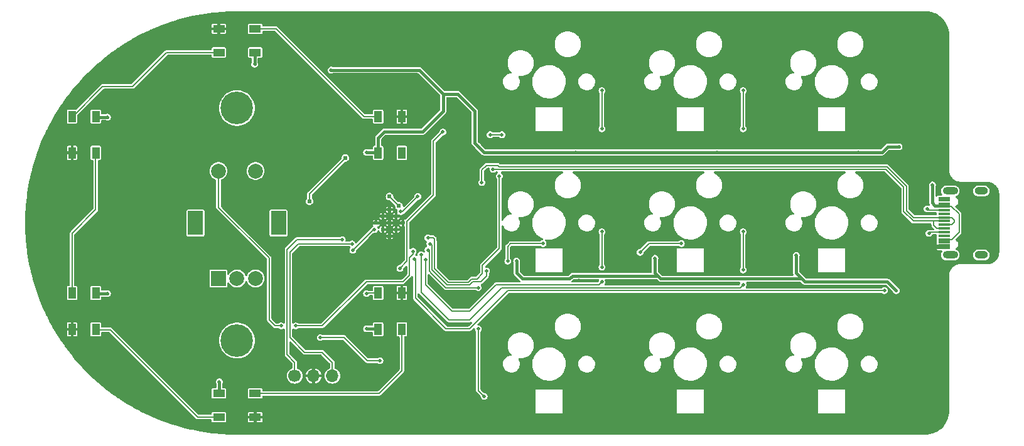
<source format=gtl>
G04 #@! TF.GenerationSoftware,KiCad,Pcbnew,7.0.1*
G04 #@! TF.CreationDate,2023-04-28T03:37:42-07:00*
G04 #@! TF.ProjectId,jam-pad,6a616d2d-7061-4642-9e6b-696361645f70,rev?*
G04 #@! TF.SameCoordinates,Original*
G04 #@! TF.FileFunction,Copper,L1,Top*
G04 #@! TF.FilePolarity,Positive*
%FSLAX46Y46*%
G04 Gerber Fmt 4.6, Leading zero omitted, Abs format (unit mm)*
G04 Created by KiCad (PCBNEW 7.0.1) date 2023-04-28 03:37:42*
%MOMM*%
%LPD*%
G01*
G04 APERTURE LIST*
G04 #@! TA.AperFunction,ComponentPad*
%ADD10C,4.400000*%
G04 #@! TD*
G04 #@! TA.AperFunction,ComponentPad*
%ADD11R,2.000000X2.000000*%
G04 #@! TD*
G04 #@! TA.AperFunction,ComponentPad*
%ADD12C,2.000000*%
G04 #@! TD*
G04 #@! TA.AperFunction,ComponentPad*
%ADD13R,2.000000X3.200000*%
G04 #@! TD*
G04 #@! TA.AperFunction,SMDPad,CuDef*
%ADD14R,1.600000X0.300000*%
G04 #@! TD*
G04 #@! TA.AperFunction,ComponentPad*
%ADD15O,2.100000X1.000000*%
G04 #@! TD*
G04 #@! TA.AperFunction,ComponentPad*
%ADD16O,1.800000X1.000000*%
G04 #@! TD*
G04 #@! TA.AperFunction,SMDPad,CuDef*
%ADD17R,1.500000X1.000000*%
G04 #@! TD*
G04 #@! TA.AperFunction,SMDPad,CuDef*
%ADD18R,1.000000X1.500000*%
G04 #@! TD*
G04 #@! TA.AperFunction,ComponentPad*
%ADD19C,1.700000*%
G04 #@! TD*
G04 #@! TA.AperFunction,ComponentPad*
%ADD20O,1.700000X1.700000*%
G04 #@! TD*
G04 #@! TA.AperFunction,ComponentPad*
%ADD21C,0.600000*%
G04 #@! TD*
G04 #@! TA.AperFunction,ViaPad*
%ADD22C,0.500000*%
G04 #@! TD*
G04 #@! TA.AperFunction,ViaPad*
%ADD23C,0.609600*%
G04 #@! TD*
G04 #@! TA.AperFunction,Conductor*
%ADD24C,0.400000*%
G04 #@! TD*
G04 #@! TA.AperFunction,Conductor*
%ADD25C,0.200000*%
G04 #@! TD*
G04 #@! TA.AperFunction,Conductor*
%ADD26C,0.150000*%
G04 #@! TD*
G04 APERTURE END LIST*
D10*
G04 #@! TO.P,H1,1*
G04 #@! TO.N,N/C*
X60325000Y-38481000D03*
G04 #@! TD*
D11*
G04 #@! TO.P,SW14,A,A*
G04 #@! TO.N,/ENC_A*
X57825000Y-61475000D03*
D12*
G04 #@! TO.P,SW14,B,B*
G04 #@! TO.N,/ENC_B*
X62825000Y-61475000D03*
G04 #@! TO.P,SW14,C,C*
G04 #@! TO.N,/ENC_C*
X60325000Y-61475000D03*
D13*
G04 #@! TO.P,SW14,MP*
G04 #@! TO.N,N/C*
X54725000Y-53975000D03*
X65925000Y-53975000D03*
D12*
G04 #@! TO.P,SW14,S1,S1*
G04 #@! TO.N,Net-(D13-A)*
X62825000Y-46975000D03*
G04 #@! TO.P,SW14,S2,S2*
G04 #@! TO.N,Col3*
X57825000Y-46975000D03*
G04 #@! TD*
D14*
G04 #@! TO.P,J1,A1,GND*
G04 #@! TO.N,GND*
X155721875Y-57325000D03*
G04 #@! TO.P,J1,A4,VBUS*
G04 #@! TO.N,VUSB*
X155721875Y-56525000D03*
G04 #@! TO.P,J1,A5,CC1*
G04 #@! TO.N,Net-(J1-CC1)*
X155721875Y-55225000D03*
G04 #@! TO.P,J1,A6,D+*
G04 #@! TO.N,/USB_D+*
X155721875Y-54225000D03*
G04 #@! TO.P,J1,A7,D-*
G04 #@! TO.N,/USB_D-*
X155721875Y-53725000D03*
G04 #@! TO.P,J1,A8,SBU1*
G04 #@! TO.N,unconnected-(J1-SBU1-PadA8)*
X155721875Y-52725000D03*
G04 #@! TO.P,J1,A9,VBUS*
G04 #@! TO.N,VUSB*
X155721875Y-51425000D03*
G04 #@! TO.P,J1,A12,GND*
G04 #@! TO.N,GND*
X155721875Y-50625000D03*
G04 #@! TO.P,J1,B1,GND*
X155721875Y-50925000D03*
G04 #@! TO.P,J1,B4,VBUS*
G04 #@! TO.N,VUSB*
X155721875Y-51725000D03*
G04 #@! TO.P,J1,B5,CC2*
G04 #@! TO.N,Net-(J1-CC2)*
X155721875Y-52225000D03*
G04 #@! TO.P,J1,B6,D+*
G04 #@! TO.N,/USB_D+*
X155721875Y-53225000D03*
G04 #@! TO.P,J1,B7,D-*
G04 #@! TO.N,/USB_D-*
X155721875Y-54725000D03*
G04 #@! TO.P,J1,B8,SBU2*
G04 #@! TO.N,unconnected-(J1-SBU2-PadB8)*
X155721875Y-55725000D03*
G04 #@! TO.P,J1,B9,VBUS*
G04 #@! TO.N,VUSB*
X155721875Y-56225000D03*
G04 #@! TO.P,J1,B12,GND*
G04 #@! TO.N,GND*
X155721875Y-57025000D03*
D15*
G04 #@! TO.P,J1,S1,SHIELD*
G04 #@! TO.N,unconnected-(J1-SHIELD-PadS1)*
X156521875Y-58295000D03*
D16*
X160701875Y-58295000D03*
D15*
X156521875Y-49655000D03*
D16*
X160701875Y-49655000D03*
G04 #@! TD*
D10*
G04 #@! TO.P,H2,1*
G04 #@! TO.N,N/C*
X60325000Y-69850000D03*
G04 #@! TD*
D17*
G04 #@! TO.P,D16,1,VDD*
G04 #@! TO.N,+5V*
X62775000Y-30968750D03*
G04 #@! TO.P,D16,2,DOUT*
G04 #@! TO.N,Net-(D15-DIN)*
X62775000Y-27768750D03*
G04 #@! TO.P,D16,3,VSS*
G04 #@! TO.N,GND*
X57875000Y-27768750D03*
G04 #@! TO.P,D16,4,DIN*
G04 #@! TO.N,Net-(D16-DIN)*
X57875000Y-30968750D03*
G04 #@! TD*
D18*
G04 #@! TO.P,D17,1,VDD*
G04 #@! TO.N,+5V*
X41287500Y-39618750D03*
G04 #@! TO.P,D17,2,DOUT*
G04 #@! TO.N,Net-(D16-DIN)*
X38087500Y-39618750D03*
G04 #@! TO.P,D17,3,VSS*
G04 #@! TO.N,GND*
X38087500Y-44518750D03*
G04 #@! TO.P,D17,4,DIN*
G04 #@! TO.N,Net-(D12-DOUT)*
X41287500Y-44518750D03*
G04 #@! TD*
G04 #@! TO.P,D12,1,VDD*
G04 #@! TO.N,+5V*
X41287500Y-63431250D03*
G04 #@! TO.P,D12,2,DOUT*
G04 #@! TO.N,Net-(D12-DOUT)*
X38087500Y-63431250D03*
G04 #@! TO.P,D12,3,VSS*
G04 #@! TO.N,GND*
X38087500Y-68331250D03*
G04 #@! TO.P,D12,4,DIN*
G04 #@! TO.N,Net-(D11-DOUT)*
X41287500Y-68331250D03*
G04 #@! TD*
G04 #@! TO.P,D10,1,VDD*
G04 #@! TO.N,+5V*
X79362500Y-68331250D03*
G04 #@! TO.P,D10,2,DOUT*
G04 #@! TO.N,Net-(D10-DOUT)*
X82562500Y-68331250D03*
G04 #@! TO.P,D10,3,VSS*
G04 #@! TO.N,GND*
X82562500Y-63431250D03*
G04 #@! TO.P,D10,4,DIN*
G04 #@! TO.N,Net-(D10-DIN)*
X79362500Y-63431250D03*
G04 #@! TD*
G04 #@! TO.P,D15,1,VDD*
G04 #@! TO.N,+5V*
X79362500Y-44518750D03*
G04 #@! TO.P,D15,2,DOUT*
G04 #@! TO.N,unconnected-(D15-DOUT-Pad2)*
X82562500Y-44518750D03*
G04 #@! TO.P,D15,3,VSS*
G04 #@! TO.N,GND*
X82562500Y-39618750D03*
G04 #@! TO.P,D15,4,DIN*
G04 #@! TO.N,Net-(D15-DIN)*
X79362500Y-39618750D03*
G04 #@! TD*
D17*
G04 #@! TO.P,D11,1,VDD*
G04 #@! TO.N,+5V*
X57875000Y-76981250D03*
G04 #@! TO.P,D11,2,DOUT*
G04 #@! TO.N,Net-(D11-DOUT)*
X57875000Y-80181250D03*
G04 #@! TO.P,D11,3,VSS*
G04 #@! TO.N,GND*
X62775000Y-80181250D03*
G04 #@! TO.P,D11,4,DIN*
G04 #@! TO.N,Net-(D10-DOUT)*
X62775000Y-76981250D03*
G04 #@! TD*
D19*
G04 #@! TO.P,J2,1,Pin_1*
G04 #@! TO.N,/SWDIO*
X68103750Y-74612500D03*
D20*
G04 #@! TO.P,J2,2,Pin_2*
G04 #@! TO.N,GND*
X70643750Y-74612500D03*
G04 #@! TO.P,J2,3,Pin_3*
G04 #@! TO.N,/SWCLK*
X73183750Y-74612500D03*
G04 #@! TD*
D21*
G04 #@! TO.P,U1,57,GND*
G04 #@! TO.N,GND*
X80899000Y-55778122D03*
X81800561Y-54876561D03*
X82702122Y-53975000D03*
X79997439Y-54876561D03*
X80899000Y-53975000D03*
X81800561Y-53073439D03*
X79095878Y-53975000D03*
X79997439Y-53073439D03*
X80899000Y-52171878D03*
G04 #@! TD*
D22*
G04 #@! TO.N,+5V*
X42862500Y-39687500D03*
X77787500Y-68262500D03*
X42862500Y-63500000D03*
X57943750Y-75406250D03*
X149606000Y-43688000D03*
X105965625Y-44450000D03*
X98028125Y-59134375D03*
X92868750Y-43656250D03*
X135731250Y-58340625D03*
X116681250Y-58737500D03*
X144065625Y-44450000D03*
X149225000Y-63103125D03*
X73025000Y-33337500D03*
X62706250Y-32543750D03*
X88138000Y-36576000D03*
X125015625Y-44450000D03*
X77787500Y-44450000D03*
G04 #@! TO.N,GND*
X97282000Y-77978000D03*
X73964800Y-61315600D03*
X81407000Y-39624000D03*
X70637400Y-68757800D03*
X124764800Y-62179200D03*
X56819800Y-63449200D03*
X91363800Y-64363600D03*
X116586000Y-77978000D03*
X83820000Y-63500000D03*
X103886000Y-80213200D03*
X75615800Y-66344800D03*
X106426000Y-61772800D03*
X59842400Y-64262000D03*
X99771200Y-80213200D03*
X83693000Y-40132000D03*
X130302000Y-77978000D03*
X94488000Y-61214000D03*
X88900000Y-48260000D03*
X85344000Y-42545000D03*
X65887600Y-68732400D03*
X95250000Y-76993750D03*
X75946000Y-59436000D03*
X112674400Y-62026800D03*
X85623400Y-64541400D03*
X137922000Y-80264000D03*
X119532400Y-62179200D03*
X111506000Y-77978000D03*
X128524000Y-79502000D03*
X77470000Y-50292000D03*
X119176800Y-80213200D03*
X62204600Y-63855600D03*
X76606400Y-61214000D03*
X96367600Y-61214000D03*
X73304400Y-63855600D03*
X84480400Y-49326800D03*
X81153000Y-42545000D03*
X122478800Y-80213200D03*
X142138400Y-80264000D03*
X155702000Y-50800000D03*
X86055200Y-54102000D03*
X78181200Y-58369200D03*
X83566000Y-46736000D03*
X155702000Y-57150000D03*
X80772000Y-47228125D03*
X86715600Y-61950600D03*
X109474000Y-79502000D03*
X88900000Y-50038000D03*
D23*
G04 #@! TO.N,+3V3*
X74930000Y-45212000D03*
X70104000Y-51054000D03*
X80899000Y-50419000D03*
X82169000Y-51689000D03*
D22*
G04 #@! TO.N,+1V1*
X84709000Y-50419000D03*
X82423000Y-52451000D03*
X78867000Y-54864000D03*
X75946000Y-57658000D03*
G04 #@! TO.N,Row0*
X86080600Y-55981600D03*
X95707200Y-47650400D03*
G04 #@! TO.N,Row1*
X101600000Y-56753125D03*
X114696875Y-57943750D03*
X93980000Y-60452000D03*
X86334600Y-56794400D03*
X96837500Y-59134375D03*
X120253125Y-56753125D03*
G04 #@! TO.N,Row2*
X93662500Y-77390625D03*
X86080600Y-57632600D03*
X92868750Y-62706250D03*
X92868750Y-68262500D03*
G04 #@! TO.N,Net-(D10-DIN)*
X77787500Y-63500000D03*
G04 #@! TO.N,VUSB*
X154103841Y-48831504D03*
G04 #@! TO.N,/USB_D+*
X93345000Y-48514000D03*
G04 #@! TO.N,/USB_D-*
X94869000Y-46736000D03*
G04 #@! TO.N,/SWDIO*
X74523600Y-56235600D03*
G04 #@! TO.N,/SWCLK*
X75844400Y-56794400D03*
G04 #@! TO.N,/~{USB_BOOT}*
X79603600Y-72567800D03*
X71551800Y-69443600D03*
G04 #@! TO.N,Net-(J1-CC1)*
X153642858Y-55372000D03*
G04 #@! TO.N,Col0*
X85750400Y-58953400D03*
X109537500Y-36115625D03*
X109537500Y-55165625D03*
X109537500Y-41275000D03*
X109537500Y-59928125D03*
X109537500Y-61912500D03*
G04 #@! TO.N,Col1*
X128587500Y-41275000D03*
X128587500Y-55165625D03*
X128587500Y-36115625D03*
X128587500Y-62309375D03*
X85140800Y-58267600D03*
X128587500Y-60325000D03*
G04 #@! TO.N,Col2*
X84251800Y-58826400D03*
X147637500Y-63103125D03*
G04 #@! TO.N,Col3*
X66278125Y-67865625D03*
X84074000Y-57810400D03*
X68262500Y-67865625D03*
G04 #@! TO.N,Net-(J1-CC2)*
X153388858Y-52070000D03*
G04 #@! TO.N,/Backlight*
X96043750Y-42068750D03*
X94456250Y-42068750D03*
G04 #@! TO.N,/Backlight_3V3*
X88087200Y-41706800D03*
X82296000Y-60096400D03*
G04 #@! TD*
D24*
G04 #@! TO.N,+5V*
X116681250Y-60721875D02*
X116681250Y-59134375D01*
X77787500Y-68262500D02*
X79293750Y-68262500D01*
D25*
X62706250Y-31037500D02*
X62775000Y-30968750D01*
D24*
X80168750Y-41671875D02*
X79362500Y-42478125D01*
X92376625Y-43180000D02*
X93646625Y-44450000D01*
X117078125Y-61118750D02*
X117475000Y-61515625D01*
X148054858Y-43688000D02*
X149606000Y-43688000D01*
X57943750Y-75406250D02*
X57943750Y-76912500D01*
X42862500Y-39687500D02*
X41275000Y-39687500D01*
X93646625Y-44450000D02*
X144065625Y-44450000D01*
X136921875Y-61912500D02*
X136525000Y-61515625D01*
X88138000Y-36576000D02*
X90090625Y-36576000D01*
X88138000Y-36576000D02*
X84899500Y-33337500D01*
X105171875Y-61515625D02*
X105568750Y-61118750D01*
X98028125Y-59134375D02*
X98028125Y-60721875D01*
D25*
X79293750Y-44450000D02*
X79362500Y-44518750D01*
X57943750Y-76912500D02*
X57875000Y-76981250D01*
D24*
X136921875Y-61912500D02*
X135731250Y-60721875D01*
X116681250Y-59134375D02*
X116681250Y-58737500D01*
X117475000Y-61515625D02*
X116681250Y-60721875D01*
X88138000Y-36576000D02*
X88138000Y-38862000D01*
X98028125Y-60721875D02*
X98821875Y-61515625D01*
X98821875Y-61515625D02*
X105171875Y-61515625D01*
X62706250Y-32543750D02*
X62706250Y-31037500D01*
D25*
X79293750Y-68262500D02*
X79362500Y-68331250D01*
D24*
X144065625Y-44450000D02*
X147292858Y-44450000D01*
X136525000Y-61515625D02*
X117475000Y-61515625D01*
X105568750Y-61118750D02*
X117078125Y-61118750D01*
X77787500Y-44450000D02*
X79293750Y-44450000D01*
X148034375Y-61912500D02*
X149225000Y-63103125D01*
X42862500Y-63500000D02*
X41275000Y-63500000D01*
X88138000Y-38862000D02*
X85328125Y-41671875D01*
X147292858Y-44450000D02*
X148054858Y-43688000D01*
X148034375Y-61912500D02*
X136921875Y-61912500D01*
X79362500Y-42478125D02*
X79362500Y-44518750D01*
X85328125Y-41671875D02*
X80168750Y-41671875D01*
X135731250Y-60721875D02*
X135731250Y-58340625D01*
X84899500Y-33337500D02*
X73025000Y-33337500D01*
X92376625Y-38862000D02*
X92376625Y-43180000D01*
X90090625Y-36576000D02*
X92376625Y-38862000D01*
D25*
G04 #@! TO.N,+3V3*
X82169000Y-51689000D02*
X80899000Y-50419000D01*
X70104000Y-50038000D02*
X70104000Y-51054000D01*
X74930000Y-45212000D02*
X70104000Y-50038000D01*
G04 #@! TO.N,+1V1*
X78867000Y-54864000D02*
X78740000Y-54864000D01*
X78740000Y-54864000D02*
X75946000Y-57658000D01*
X84709000Y-50419000D02*
X82677000Y-52451000D01*
X82677000Y-52451000D02*
X82423000Y-52451000D01*
G04 #@! TO.N,Row0*
X86944200Y-56464200D02*
X86944200Y-56134000D01*
X88793073Y-62006250D02*
X86950400Y-60163577D01*
X91523626Y-62006250D02*
X88793073Y-62006250D01*
X86766400Y-55956200D02*
X86106000Y-55956200D01*
X93421200Y-59740800D02*
X93421200Y-60833000D01*
X91985676Y-61544200D02*
X91523626Y-62006250D01*
X95707200Y-47650400D02*
X95707200Y-57454800D01*
X95707200Y-57454800D02*
X93421200Y-59740800D01*
X92710000Y-61544200D02*
X91985676Y-61544200D01*
X86944200Y-56134000D02*
X86766400Y-55956200D01*
X86950400Y-56470400D02*
X86944200Y-56464200D01*
X93421200Y-60833000D02*
X92710000Y-61544200D01*
X86950400Y-60163577D02*
X86950400Y-56470400D01*
G04 #@! TO.N,Row1*
X88976200Y-62356250D02*
X91668600Y-62356250D01*
X115887500Y-56753125D02*
X120253125Y-56753125D01*
X86600400Y-57124600D02*
X86600400Y-56958600D01*
X86600400Y-56958600D02*
X86334600Y-56692800D01*
X93980000Y-61137800D02*
X93980000Y-60452000D01*
X86600400Y-57124600D02*
X86600400Y-57009400D01*
X93192600Y-61925200D02*
X93980000Y-61137800D01*
X91668600Y-62356250D02*
X92099650Y-61925200D01*
X114696875Y-57943750D02*
X115887500Y-56753125D01*
X86600400Y-60276025D02*
X86600400Y-57124600D01*
X88680624Y-62356250D02*
X86600400Y-60276025D01*
X88976200Y-62356250D02*
X88680624Y-62356250D01*
X96837500Y-59134375D02*
X96837500Y-57150000D01*
X97234375Y-56753125D02*
X101600000Y-56753125D01*
X92099650Y-61925200D02*
X93192600Y-61925200D01*
X96837500Y-57150000D02*
X97234375Y-56753125D01*
G04 #@! TO.N,Row2*
X92868750Y-76596875D02*
X93662500Y-77390625D01*
X86273400Y-58115200D02*
X86273400Y-57825400D01*
X88503125Y-62706250D02*
X86571137Y-60774263D01*
X86273400Y-58115200D02*
X86273400Y-60476526D01*
X92868750Y-68262500D02*
X92868750Y-76596875D01*
X92868750Y-62706250D02*
X88503125Y-62706250D01*
X86273400Y-57825400D02*
X86080600Y-57632600D01*
X86273400Y-60476526D02*
X86571137Y-60774263D01*
G04 #@! TO.N,Net-(D10-DOUT)*
X62775000Y-76981250D02*
X79482750Y-76981250D01*
X82562500Y-73901500D02*
X82562500Y-68331250D01*
X79482750Y-76981250D02*
X82562500Y-73901500D01*
D26*
G04 #@! TO.N,Net-(D10-DIN)*
X77787500Y-63500000D02*
X77856250Y-63431250D01*
X77856250Y-63431250D02*
X79362500Y-63431250D01*
D24*
G04 #@! TO.N,VUSB*
X155674858Y-51615513D02*
X154474858Y-51615513D01*
D25*
X156671875Y-51725000D02*
X155721875Y-51725000D01*
X156721875Y-56225000D02*
X157706858Y-55240017D01*
X157706858Y-55240017D02*
X157706858Y-52759983D01*
X155721875Y-56225000D02*
X156721875Y-56225000D01*
D24*
X154103841Y-51244496D02*
X154103841Y-48831504D01*
X154474858Y-51615513D02*
X154103841Y-51244496D01*
D25*
X157706858Y-52759983D02*
X156671875Y-51725000D01*
G04 #@! TO.N,Net-(D11-DOUT)*
X55035250Y-80181250D02*
X57875000Y-80181250D01*
X43254000Y-68400000D02*
X55035250Y-80181250D01*
X41275000Y-68400000D02*
X43254000Y-68400000D01*
G04 #@! TO.N,/USB_D+*
X150591000Y-49004025D02*
X150591000Y-52293000D01*
X150591000Y-52293000D02*
X151523000Y-53225000D01*
X156721875Y-53225000D02*
X157071858Y-53574983D01*
X157071858Y-53875017D02*
X156721875Y-54225000D01*
X156721875Y-54225000D02*
X155721875Y-54225000D01*
X93345000Y-48514000D02*
X93345000Y-46863000D01*
X155721875Y-53225000D02*
X156721875Y-53225000D01*
X147972974Y-46386000D02*
X150591000Y-49004025D01*
X151523000Y-53225000D02*
X151892000Y-53225000D01*
X93345000Y-46863000D02*
X94001400Y-46206600D01*
X157071858Y-53574983D02*
X157071858Y-53875017D01*
X95482600Y-46206600D02*
X95662000Y-46386000D01*
X95662000Y-46386000D02*
X147972974Y-46386000D01*
X94001400Y-46206600D02*
X95482600Y-46206600D01*
X155721875Y-53225000D02*
X151892000Y-53225000D01*
G04 #@! TO.N,/USB_D-*
X151515000Y-53725000D02*
X152400000Y-53725000D01*
X154277858Y-53725000D02*
X152400000Y-53725000D01*
X154277858Y-53725000D02*
X155721875Y-53725000D01*
X150241000Y-49149000D02*
X150241000Y-52451000D01*
X147828000Y-46736000D02*
X150241000Y-49149000D01*
X155721875Y-54725000D02*
X154721875Y-54725000D01*
X150241000Y-52451000D02*
X151515000Y-53725000D01*
X94869000Y-46736000D02*
X147828000Y-46736000D01*
X154721875Y-54725000D02*
X154277858Y-54280983D01*
X154277858Y-54280983D02*
X154277858Y-53725000D01*
G04 #@! TO.N,Net-(D12-DOUT)*
X41275000Y-44587500D02*
X41275000Y-52197000D01*
X41275000Y-52197000D02*
X38075000Y-55397000D01*
X38075000Y-55397000D02*
X38075000Y-63500000D01*
G04 #@! TO.N,Net-(D15-DIN)*
X77464750Y-39618750D02*
X65614750Y-27768750D01*
X65614750Y-27768750D02*
X62775000Y-27768750D01*
X79362500Y-39618750D02*
X77464750Y-39618750D01*
G04 #@! TO.N,/SWDIO*
X67071875Y-71755000D02*
X68103750Y-72786875D01*
X68383150Y-56235600D02*
X67071875Y-57546875D01*
X74523600Y-56235600D02*
X68383150Y-56235600D01*
X67071875Y-57546875D02*
X67071875Y-71755000D01*
X68103750Y-72786875D02*
X68103750Y-74612500D01*
G04 #@! TO.N,/SWCLK*
X68395850Y-57016650D02*
X67468750Y-57943750D01*
X67468750Y-69453125D02*
X69453125Y-71437500D01*
X73183750Y-72786875D02*
X73183750Y-74612500D01*
X71834375Y-71437500D02*
X73183750Y-72786875D01*
X67468750Y-57943750D02*
X67468750Y-69453125D01*
X68618100Y-56794400D02*
X75844400Y-56794400D01*
X69453125Y-71437500D02*
X71834375Y-71437500D01*
X68395850Y-57016650D02*
X68618100Y-56794400D01*
G04 #@! TO.N,/~{USB_BOOT}*
X74777600Y-69443600D02*
X71551800Y-69443600D01*
X79603600Y-72567800D02*
X77901800Y-72567800D01*
X77901800Y-72567800D02*
X74777600Y-69443600D01*
G04 #@! TO.N,Net-(D16-DIN)*
X46228000Y-35560000D02*
X42202500Y-35560000D01*
X42202500Y-35560000D02*
X38075000Y-39687500D01*
X57875000Y-30968750D02*
X50819250Y-30968750D01*
X50819250Y-30968750D02*
X46228000Y-35560000D01*
D26*
G04 #@! TO.N,Net-(J1-CC1)*
X153789858Y-55225000D02*
X153642858Y-55372000D01*
X155721875Y-55225000D02*
X153789858Y-55225000D01*
D25*
G04 #@! TO.N,Col0*
X109140625Y-62309375D02*
X109537500Y-61912500D01*
X91678125Y-65881250D02*
X95250000Y-62309375D01*
X89296875Y-65881250D02*
X91678125Y-65881250D01*
X95250000Y-62309375D02*
X109140625Y-62309375D01*
X109537500Y-55165625D02*
X109537500Y-59928125D01*
X85750400Y-58928000D02*
X85750400Y-62334775D01*
X109537500Y-36115625D02*
X109537500Y-41275000D01*
X85750400Y-62334775D02*
X89296875Y-65881250D01*
G04 #@! TO.N,Col1*
X128587500Y-36115625D02*
X128587500Y-41275000D01*
X85140800Y-58674000D02*
X85140800Y-58191400D01*
X96043750Y-62706250D02*
X91678125Y-67071875D01*
X128587500Y-62309375D02*
X128190625Y-62706250D01*
X128587500Y-55165625D02*
X128587500Y-60325000D01*
X91678125Y-67071875D02*
X88900000Y-67071875D01*
X128190625Y-62706250D02*
X96043750Y-62706250D01*
X85140800Y-63312675D02*
X85140800Y-58674000D01*
X88900000Y-67071875D02*
X85140800Y-63312675D01*
G04 #@! TO.N,Col2*
X84251800Y-58826400D02*
X84378800Y-58953400D01*
X88503125Y-68262500D02*
X91678125Y-68262500D01*
X91678125Y-68262500D02*
X96837500Y-63103125D01*
X84378800Y-58953400D02*
X84378800Y-64138175D01*
X96837500Y-63103125D02*
X147637500Y-63103125D01*
X84378800Y-64138175D02*
X88503125Y-68262500D01*
G04 #@! TO.N,Col3*
X64675000Y-67056250D02*
X64675000Y-58721875D01*
X64675000Y-58721875D02*
X57825000Y-51871875D01*
X84074000Y-58166000D02*
X83579122Y-58660878D01*
X77787500Y-61912500D02*
X71834375Y-67865625D01*
X71834375Y-67865625D02*
X68262500Y-67865625D01*
X65484375Y-67865625D02*
X64675000Y-67056250D01*
X82688175Y-61912500D02*
X77787500Y-61912500D01*
X84074000Y-57810400D02*
X84074000Y-58166000D01*
X83579122Y-61021554D02*
X82688175Y-61912500D01*
X57825000Y-51871875D02*
X57825000Y-46975000D01*
X66278125Y-67865625D02*
X65484375Y-67865625D01*
X83579122Y-58660878D02*
X83579122Y-61021554D01*
G04 #@! TO.N,Net-(J1-CC2)*
X155721875Y-52225000D02*
X153543858Y-52225000D01*
X153543858Y-52225000D02*
X153388858Y-52070000D01*
G04 #@! TO.N,/Backlight*
X96043750Y-42068750D02*
X94456250Y-42068750D01*
G04 #@! TO.N,/Backlight_3V3*
X86817200Y-42976800D02*
X88087200Y-41706800D01*
X83252122Y-53755478D02*
X86817200Y-50190400D01*
X86817200Y-50190400D02*
X86817200Y-42976800D01*
X83252122Y-59140278D02*
X83252122Y-53755478D01*
X82296000Y-60096400D02*
X83252122Y-59140278D01*
G04 #@! TD*
G04 #@! TA.AperFunction,Conductor*
G04 #@! TO.N,GND*
G36*
X84868794Y-63481606D02*
G01*
X84901427Y-63512478D01*
X84912474Y-63520820D01*
X84912475Y-63520821D01*
X84933989Y-63537067D01*
X84947150Y-63548521D01*
X88635686Y-67237058D01*
X88645766Y-67251067D01*
X88668412Y-67271711D01*
X88683986Y-67285909D01*
X88688076Y-67289637D01*
X88692265Y-67293637D01*
X88700839Y-67302211D01*
X88705871Y-67307243D01*
X88717440Y-67316406D01*
X88737353Y-67334559D01*
X88743799Y-67337056D01*
X88769491Y-67350598D01*
X88775204Y-67354512D01*
X88801446Y-67360683D01*
X88818112Y-67365844D01*
X88843229Y-67375575D01*
X88850145Y-67375575D01*
X88878991Y-67378921D01*
X88885732Y-67380507D01*
X88912428Y-67376782D01*
X88929836Y-67375575D01*
X91608030Y-67375575D01*
X91625057Y-67378352D01*
X91635437Y-67377872D01*
X91635440Y-67377873D01*
X91682244Y-67375709D01*
X91688063Y-67375575D01*
X91707279Y-67375575D01*
X91721938Y-67373873D01*
X91748862Y-67372629D01*
X91755186Y-67369836D01*
X91782923Y-67361246D01*
X91789735Y-67359973D01*
X91812660Y-67345777D01*
X91828063Y-67337657D01*
X91829949Y-67336824D01*
X91898249Y-67327288D01*
X91961341Y-67355139D01*
X92000321Y-67412033D01*
X92003509Y-67480926D01*
X91969950Y-67541177D01*
X91589231Y-67921896D01*
X91548356Y-67949209D01*
X91500138Y-67958800D01*
X88681111Y-67958800D01*
X88632893Y-67949209D01*
X88592016Y-67921895D01*
X84719405Y-64049283D01*
X84692091Y-64008406D01*
X84682500Y-63960188D01*
X84682500Y-63592243D01*
X84698995Y-63529916D01*
X84744161Y-63483908D01*
X84806173Y-63466264D01*
X84868794Y-63481606D01*
G37*
G04 #@! TD.AperFunction*
G04 #@! TA.AperFunction,Conductor*
G36*
X116906935Y-61532041D02*
G01*
X116947811Y-61559354D01*
X117144329Y-61755872D01*
X117207256Y-61818799D01*
X117234753Y-61846296D01*
X117254579Y-61856398D01*
X117271438Y-61866729D01*
X117289440Y-61879808D01*
X117310600Y-61886683D01*
X117328863Y-61894247D01*
X117348695Y-61904352D01*
X117370676Y-61907833D01*
X117389890Y-61912446D01*
X117411061Y-61919325D01*
X117443230Y-61919325D01*
X117538939Y-61919325D01*
X128070798Y-61919325D01*
X128131183Y-61934737D01*
X128176796Y-61977204D01*
X128196477Y-62036336D01*
X128185412Y-62097664D01*
X128153569Y-62167392D01*
X128147701Y-62180241D01*
X128131276Y-62294482D01*
X128109195Y-62349637D01*
X128064295Y-62388543D01*
X128006559Y-62402550D01*
X109989101Y-62402550D01*
X109933507Y-62389622D01*
X109889321Y-62353492D01*
X109865611Y-62301572D01*
X109867241Y-62244518D01*
X109893877Y-62194037D01*
X109905961Y-62180091D01*
X109923101Y-62160311D01*
X109977298Y-62041636D01*
X109995865Y-61912500D01*
X109995748Y-61911689D01*
X109978940Y-61794783D01*
X109977298Y-61783364D01*
X109939587Y-61700789D01*
X109928523Y-61639461D01*
X109948204Y-61580329D01*
X109993817Y-61537862D01*
X110054202Y-61522450D01*
X116858717Y-61522450D01*
X116906935Y-61532041D01*
G37*
G04 #@! TD.AperFunction*
G04 #@! TA.AperFunction,Conductor*
G36*
X109081183Y-61537862D02*
G01*
X109126796Y-61580329D01*
X109146477Y-61639461D01*
X109135412Y-61700789D01*
X109127165Y-61718850D01*
X109097701Y-61783366D01*
X109081276Y-61897607D01*
X109059195Y-61952762D01*
X109014295Y-61991668D01*
X108956559Y-62005675D01*
X105556934Y-62005675D01*
X105499731Y-61991942D01*
X105454998Y-61953736D01*
X105432485Y-61899386D01*
X105437101Y-61840739D01*
X105467839Y-61790580D01*
X105520262Y-61738156D01*
X105520265Y-61738151D01*
X105699063Y-61559354D01*
X105739941Y-61532041D01*
X105788159Y-61522450D01*
X109020798Y-61522450D01*
X109081183Y-61537862D01*
G37*
G04 #@! TD.AperFunction*
G04 #@! TA.AperFunction,Conductor*
G36*
X155808875Y-50491881D02*
G01*
X155854994Y-50538000D01*
X155871875Y-50601000D01*
X155871875Y-50945300D01*
X155854994Y-51008300D01*
X155808875Y-51054419D01*
X155745875Y-51071300D01*
X155697875Y-51071300D01*
X155634875Y-51054419D01*
X155588756Y-51008300D01*
X155571875Y-50945300D01*
X155571875Y-50601000D01*
X155588756Y-50538000D01*
X155634875Y-50491881D01*
X155697875Y-50475000D01*
X155745875Y-50475000D01*
X155808875Y-50491881D01*
G37*
G04 #@! TD.AperFunction*
G04 #@! TA.AperFunction,Conductor*
G36*
X153197049Y-25400673D02*
G01*
X153200464Y-25400851D01*
X153332417Y-25407769D01*
X153526058Y-25418620D01*
X153538666Y-25419969D01*
X153698305Y-25445255D01*
X153699490Y-25445450D01*
X153866150Y-25473769D01*
X153877652Y-25476282D01*
X153928746Y-25489973D01*
X154036900Y-25518954D01*
X154039001Y-25519538D01*
X154198263Y-25565422D01*
X154208524Y-25568863D01*
X154246245Y-25583343D01*
X154363750Y-25628450D01*
X154366651Y-25629608D01*
X154518485Y-25692502D01*
X154527431Y-25696626D01*
X154676174Y-25772417D01*
X154679806Y-25774345D01*
X154823010Y-25853493D01*
X154830654Y-25858079D01*
X154970925Y-25949174D01*
X154975203Y-25952079D01*
X155108307Y-26046524D01*
X155114688Y-26051364D01*
X155244773Y-26156707D01*
X155249438Y-26160677D01*
X155371010Y-26269322D01*
X155376146Y-26274177D01*
X155494550Y-26392582D01*
X155499406Y-26397718D01*
X155608057Y-26519301D01*
X155612026Y-26523966D01*
X155717370Y-26654057D01*
X155722210Y-26660439D01*
X155816667Y-26793565D01*
X155819562Y-26797829D01*
X155910627Y-26938061D01*
X155915232Y-26945736D01*
X155994346Y-27088883D01*
X155996335Y-27092628D01*
X156072086Y-27241298D01*
X156076228Y-27250284D01*
X156139082Y-27402031D01*
X156140304Y-27405094D01*
X156199844Y-27560201D01*
X156203289Y-27570475D01*
X156249146Y-27729652D01*
X156249777Y-27731921D01*
X156292427Y-27891094D01*
X156294940Y-27902599D01*
X156323240Y-28069160D01*
X156323469Y-28070555D01*
X156348737Y-28230091D01*
X156350090Y-28242737D01*
X156360516Y-28428397D01*
X156360541Y-28428867D01*
X156368077Y-28572656D01*
X156368250Y-28579251D01*
X156368250Y-46831250D01*
X156368252Y-46944826D01*
X156400586Y-47169667D01*
X156433864Y-47282990D01*
X156464587Y-47387614D01*
X156558952Y-47594236D01*
X156681762Y-47785327D01*
X156830516Y-47956996D01*
X157002187Y-48105748D01*
X157160030Y-48207188D01*
X157193281Y-48228557D01*
X157399897Y-48322917D01*
X157399898Y-48322917D01*
X157399902Y-48322919D01*
X157617852Y-48386918D01*
X157617853Y-48386918D01*
X157617856Y-48386919D01*
X157842688Y-48419248D01*
X157842691Y-48419248D01*
X157931107Y-48419248D01*
X157931116Y-48419250D01*
X157956168Y-48419250D01*
X157956267Y-48419250D01*
X161523816Y-48419250D01*
X161532818Y-48419571D01*
X161597017Y-48424171D01*
X161597207Y-48424186D01*
X161753897Y-48436554D01*
X161770750Y-48439040D01*
X161862985Y-48459115D01*
X161865558Y-48459704D01*
X161986836Y-48488832D01*
X162001432Y-48493290D01*
X162096036Y-48528584D01*
X162100126Y-48530193D01*
X162209312Y-48575427D01*
X162221449Y-48581236D01*
X162312297Y-48630849D01*
X162317744Y-48634003D01*
X162416302Y-48694404D01*
X162425967Y-48700962D01*
X162509725Y-48763665D01*
X162516013Y-48768695D01*
X162581393Y-48824535D01*
X162603231Y-48843187D01*
X162610494Y-48849901D01*
X162684685Y-48924091D01*
X162691399Y-48931355D01*
X162765866Y-49018541D01*
X162770923Y-49024861D01*
X162833615Y-49108602D01*
X162840178Y-49118272D01*
X162866969Y-49161985D01*
X162900595Y-49216851D01*
X162903741Y-49222285D01*
X162953352Y-49313128D01*
X162959173Y-49325293D01*
X163004365Y-49434372D01*
X163006012Y-49438557D01*
X163041298Y-49533139D01*
X163045761Y-49547752D01*
X163074891Y-49669022D01*
X163075493Y-49671653D01*
X163095517Y-49763650D01*
X163098018Y-49780645D01*
X163112218Y-49962609D01*
X163112277Y-49963401D01*
X163114802Y-49998618D01*
X163115125Y-50007629D01*
X163115125Y-57939242D01*
X163114804Y-57948237D01*
X163110094Y-58014046D01*
X163110027Y-58014928D01*
X163097915Y-58168964D01*
X163095423Y-58185873D01*
X163074804Y-58280645D01*
X163074202Y-58283276D01*
X163045726Y-58401873D01*
X163041263Y-58416490D01*
X163005355Y-58512759D01*
X163003708Y-58516946D01*
X162959227Y-58624326D01*
X162953406Y-58636491D01*
X162903101Y-58728616D01*
X162899946Y-58734066D01*
X162840343Y-58831326D01*
X162833777Y-58841001D01*
X162770298Y-58925795D01*
X162765243Y-58932115D01*
X162691693Y-59018230D01*
X162684976Y-59025496D01*
X162609870Y-59100600D01*
X162602606Y-59107314D01*
X162516499Y-59180856D01*
X162510178Y-59185913D01*
X162425390Y-59249385D01*
X162415716Y-59255950D01*
X162318427Y-59315569D01*
X162312976Y-59318724D01*
X162220873Y-59369015D01*
X162208707Y-59374836D01*
X162101309Y-59419322D01*
X162097125Y-59420968D01*
X162000874Y-59456869D01*
X161986255Y-59461332D01*
X161867622Y-59489814D01*
X161864991Y-59490416D01*
X161770234Y-59511030D01*
X161753338Y-59513521D01*
X161601794Y-59525450D01*
X161600899Y-59525518D01*
X161543260Y-59529642D01*
X161532259Y-59530429D01*
X161523273Y-59530750D01*
X157956167Y-59530750D01*
X157842674Y-59530752D01*
X157617836Y-59563085D01*
X157399892Y-59627084D01*
X157399889Y-59627085D01*
X157399890Y-59627085D01*
X157228057Y-59705562D01*
X157193266Y-59721451D01*
X157002180Y-59844257D01*
X156830510Y-59993010D01*
X156681757Y-60164680D01*
X156558951Y-60355766D01*
X156464584Y-60562392D01*
X156400585Y-60780336D01*
X156368252Y-61005174D01*
X156368250Y-61118650D01*
X156368250Y-79371707D01*
X156368076Y-79378301D01*
X156362257Y-79489369D01*
X156361542Y-79503005D01*
X156361516Y-79503494D01*
X156349989Y-79708229D01*
X156348637Y-79720856D01*
X156324904Y-79870703D01*
X156324675Y-79872099D01*
X156294714Y-80048437D01*
X156292201Y-80059942D01*
X156251203Y-80212948D01*
X156250572Y-80215218D01*
X156202920Y-80380624D01*
X156199475Y-80390896D01*
X156141727Y-80541338D01*
X156140505Y-80544403D01*
X156075688Y-80700885D01*
X156071546Y-80709869D01*
X155997732Y-80854740D01*
X155995744Y-80858486D01*
X155914516Y-81005459D01*
X155909909Y-81013136D01*
X155820920Y-81150167D01*
X155818010Y-81154453D01*
X155721260Y-81290813D01*
X155716419Y-81297196D01*
X155613359Y-81424465D01*
X155609390Y-81429130D01*
X155498183Y-81553573D01*
X155493327Y-81558709D01*
X155377436Y-81674602D01*
X155372300Y-81679457D01*
X155247877Y-81790650D01*
X155243212Y-81794620D01*
X155115940Y-81897684D01*
X155109559Y-81902524D01*
X154973191Y-81999285D01*
X154968903Y-82002197D01*
X154831889Y-82091177D01*
X154824212Y-82095783D01*
X154677212Y-82177028D01*
X154673467Y-82179016D01*
X154528602Y-82252831D01*
X154519618Y-82256973D01*
X154363215Y-82321760D01*
X154360151Y-82322982D01*
X154209625Y-82380766D01*
X154199352Y-82384211D01*
X154033997Y-82431851D01*
X154031726Y-82432482D01*
X153878681Y-82473492D01*
X153867177Y-82476005D01*
X153690854Y-82505966D01*
X153689458Y-82506195D01*
X153539651Y-82529924D01*
X153527006Y-82531278D01*
X153313901Y-82543249D01*
X153313432Y-82543274D01*
X153200694Y-82549185D01*
X153197988Y-82549327D01*
X153191392Y-82549500D01*
X60326138Y-82549500D01*
X60323810Y-82549478D01*
X59271460Y-82530028D01*
X59266806Y-82529856D01*
X58217050Y-82471598D01*
X58212406Y-82471255D01*
X57326805Y-82389192D01*
X57326666Y-82389179D01*
X57160382Y-82373585D01*
X57155893Y-82373082D01*
X56371145Y-82270998D01*
X56370952Y-82270973D01*
X56107110Y-82236237D01*
X56102697Y-82235576D01*
X55376764Y-82113714D01*
X55376529Y-82113610D01*
X55376519Y-82113673D01*
X55059632Y-82059832D01*
X55055301Y-82059018D01*
X54368663Y-81917483D01*
X54368364Y-81917421D01*
X54019433Y-81844616D01*
X54015189Y-81843653D01*
X53357871Y-81682629D01*
X53357522Y-81682543D01*
X52988001Y-81590901D01*
X52983848Y-81589796D01*
X52349860Y-81409410D01*
X52349461Y-81409296D01*
X51966689Y-81299022D01*
X51962634Y-81297779D01*
X51348573Y-81098258D01*
X51348125Y-81098112D01*
X50956969Y-80969398D01*
X50953015Y-80968024D01*
X50356513Y-80749527D01*
X50356019Y-80749344D01*
X49960152Y-80602460D01*
X49956304Y-80600960D01*
X49376495Y-80363928D01*
X49375957Y-80363707D01*
X48977710Y-80198747D01*
X48973971Y-80197127D01*
X48409695Y-79941719D01*
X48409115Y-79941455D01*
X48010937Y-79758795D01*
X48007311Y-79757061D01*
X47996243Y-79751550D01*
X47852648Y-79680048D01*
X47458050Y-79483561D01*
X47457431Y-79483250D01*
X47061199Y-79283223D01*
X47057688Y-79281381D01*
X46523245Y-78990135D01*
X46522589Y-78989775D01*
X46129825Y-78772702D01*
X46126435Y-78770759D01*
X45606804Y-78462153D01*
X45606114Y-78461740D01*
X45218030Y-78227897D01*
X45214760Y-78225858D01*
X44710045Y-77900297D01*
X44709325Y-77899829D01*
X44327145Y-77649601D01*
X44324000Y-77647473D01*
X43834327Y-77305350D01*
X43833578Y-77304824D01*
X43458358Y-77038591D01*
X43455339Y-77036380D01*
X42980893Y-76678095D01*
X42980121Y-76677508D01*
X42787902Y-76530014D01*
X42612874Y-76395709D01*
X42610020Y-76393452D01*
X42150973Y-76019374D01*
X42150181Y-76018724D01*
X41791946Y-75721915D01*
X41789184Y-75719558D01*
X41345931Y-75330232D01*
X41345121Y-75329515D01*
X41282328Y-75273400D01*
X40996572Y-75018032D01*
X40993940Y-75015612D01*
X40566849Y-74611566D01*
X40566027Y-74610781D01*
X40353381Y-74405943D01*
X40227901Y-74285070D01*
X40225403Y-74282595D01*
X40151502Y-74207316D01*
X40053960Y-74107954D01*
X39814858Y-73864392D01*
X39814027Y-73863538D01*
X39487039Y-73524086D01*
X39484670Y-73521558D01*
X39090896Y-73089609D01*
X39090060Y-73088683D01*
X38867769Y-72839940D01*
X38774963Y-72736090D01*
X38772729Y-72733520D01*
X38396098Y-72288393D01*
X38395262Y-72287394D01*
X38092692Y-71922208D01*
X38090623Y-71919644D01*
X37731306Y-71461679D01*
X37730655Y-71460841D01*
X37441120Y-71083512D01*
X37439161Y-71080887D01*
X37097816Y-70611065D01*
X37096991Y-70609917D01*
X37052355Y-70547009D01*
X36821152Y-70221158D01*
X36819386Y-70218599D01*
X36496096Y-69737174D01*
X36495447Y-69736196D01*
X36282497Y-69410950D01*
X36233717Y-69336446D01*
X36232005Y-69333757D01*
X35927397Y-68841798D01*
X35926602Y-68840498D01*
X35829556Y-68679442D01*
X35734537Y-68521750D01*
X37384300Y-68521750D01*
X37384300Y-69101263D01*
X37396090Y-69160535D01*
X37441000Y-69227749D01*
X37508214Y-69272659D01*
X37567487Y-69284450D01*
X37897000Y-69284450D01*
X37897000Y-68521750D01*
X38278000Y-68521750D01*
X38278000Y-69284450D01*
X38607513Y-69284450D01*
X38666785Y-69272659D01*
X38733999Y-69227749D01*
X38778909Y-69160535D01*
X38790690Y-69101314D01*
X40583800Y-69101314D01*
X40595619Y-69160730D01*
X40640640Y-69228110D01*
X40708020Y-69273131D01*
X40767436Y-69284950D01*
X41807563Y-69284950D01*
X41807564Y-69284950D01*
X41866980Y-69273131D01*
X41934360Y-69228110D01*
X41979381Y-69160730D01*
X41991200Y-69101314D01*
X41991200Y-68829700D01*
X42008081Y-68766700D01*
X42054200Y-68720581D01*
X42117200Y-68703700D01*
X43076014Y-68703700D01*
X43124232Y-68713291D01*
X43165109Y-68740605D01*
X54770935Y-80346431D01*
X54781017Y-80360442D01*
X54788693Y-80367439D01*
X54788694Y-80367441D01*
X54823351Y-80399035D01*
X54827516Y-80403012D01*
X54840404Y-80415900D01*
X54840407Y-80415902D01*
X54841122Y-80416617D01*
X54852688Y-80425779D01*
X54872603Y-80443934D01*
X54875770Y-80445160D01*
X54879048Y-80446431D01*
X54904743Y-80459975D01*
X54910453Y-80463887D01*
X54924596Y-80467213D01*
X54936692Y-80470057D01*
X54953362Y-80475219D01*
X54978479Y-80484950D01*
X54985395Y-80484950D01*
X55014241Y-80488296D01*
X55020982Y-80489882D01*
X55047678Y-80486157D01*
X55065086Y-80484950D01*
X56795300Y-80484950D01*
X56858300Y-80501831D01*
X56904419Y-80547950D01*
X56921300Y-80610950D01*
X56921300Y-80701314D01*
X56933119Y-80760730D01*
X56978140Y-80828110D01*
X57045520Y-80873131D01*
X57104936Y-80884950D01*
X58645063Y-80884950D01*
X58645064Y-80884950D01*
X58704480Y-80873131D01*
X58771860Y-80828110D01*
X58816881Y-80760730D01*
X58828700Y-80701314D01*
X58828700Y-80371750D01*
X61821800Y-80371750D01*
X61821800Y-80701263D01*
X61833590Y-80760535D01*
X61878500Y-80827749D01*
X61945714Y-80872659D01*
X62004987Y-80884450D01*
X62584500Y-80884450D01*
X62584500Y-80371750D01*
X62965500Y-80371750D01*
X62965500Y-80884450D01*
X63545013Y-80884450D01*
X63604285Y-80872659D01*
X63671499Y-80827749D01*
X63716409Y-80760535D01*
X63728200Y-80701263D01*
X63728200Y-80371750D01*
X62965500Y-80371750D01*
X62584500Y-80371750D01*
X61821800Y-80371750D01*
X58828700Y-80371750D01*
X58828700Y-79990750D01*
X61821800Y-79990750D01*
X62584500Y-79990750D01*
X62584500Y-79478050D01*
X62965500Y-79478050D01*
X62965500Y-79990750D01*
X63728200Y-79990750D01*
X63728200Y-79705000D01*
X100593209Y-79705000D01*
X100593250Y-79705099D01*
X100593367Y-79705383D01*
X100593750Y-79705541D01*
X100593752Y-79705539D01*
X100618764Y-79705524D01*
X100618764Y-79705528D01*
X100618908Y-79705500D01*
X104168592Y-79705500D01*
X104168735Y-79705528D01*
X104168736Y-79705524D01*
X104193747Y-79705539D01*
X104193750Y-79705541D01*
X104194133Y-79705383D01*
X104194250Y-79705099D01*
X104194291Y-79705000D01*
X119643209Y-79705000D01*
X119643250Y-79705099D01*
X119643367Y-79705383D01*
X119643750Y-79705541D01*
X119643752Y-79705539D01*
X119668764Y-79705524D01*
X119668764Y-79705528D01*
X119668908Y-79705500D01*
X123218592Y-79705500D01*
X123218735Y-79705528D01*
X123218736Y-79705524D01*
X123243747Y-79705539D01*
X123243750Y-79705541D01*
X123244133Y-79705383D01*
X123244250Y-79705099D01*
X123244291Y-79705000D01*
X138693209Y-79705000D01*
X138693250Y-79705099D01*
X138693367Y-79705383D01*
X138693750Y-79705541D01*
X138693752Y-79705539D01*
X138718764Y-79705524D01*
X138718764Y-79705528D01*
X138718908Y-79705500D01*
X142268592Y-79705500D01*
X142268735Y-79705528D01*
X142268736Y-79705524D01*
X142293747Y-79705539D01*
X142293750Y-79705541D01*
X142294133Y-79705383D01*
X142294250Y-79705099D01*
X142294291Y-79705000D01*
X142294291Y-79680048D01*
X142294250Y-79679842D01*
X142294250Y-76530158D01*
X142294278Y-76530014D01*
X142294274Y-76530014D01*
X142294289Y-76505002D01*
X142294291Y-76505000D01*
X142294133Y-76504617D01*
X142294131Y-76504616D01*
X142294130Y-76504615D01*
X142294055Y-76504584D01*
X142293846Y-76504498D01*
X142293752Y-76504459D01*
X142268798Y-76504459D01*
X142268592Y-76504500D01*
X138718908Y-76504500D01*
X138718702Y-76504459D01*
X138693748Y-76504459D01*
X138693651Y-76504499D01*
X138693446Y-76504584D01*
X138693368Y-76504615D01*
X138693367Y-76504617D01*
X138693209Y-76505000D01*
X138693226Y-76530014D01*
X138693221Y-76530014D01*
X138693250Y-76530158D01*
X138693250Y-79679842D01*
X138693209Y-79680048D01*
X138693209Y-79705000D01*
X123244291Y-79705000D01*
X123244291Y-79680048D01*
X123244250Y-79679842D01*
X123244250Y-76530158D01*
X123244278Y-76530014D01*
X123244274Y-76530014D01*
X123244289Y-76505002D01*
X123244291Y-76505000D01*
X123244133Y-76504617D01*
X123244131Y-76504616D01*
X123244130Y-76504615D01*
X123244055Y-76504584D01*
X123243846Y-76504498D01*
X123243752Y-76504459D01*
X123218798Y-76504459D01*
X123218592Y-76504500D01*
X119668908Y-76504500D01*
X119668702Y-76504459D01*
X119643748Y-76504459D01*
X119643651Y-76504499D01*
X119643446Y-76504584D01*
X119643368Y-76504615D01*
X119643367Y-76504617D01*
X119643209Y-76505000D01*
X119643226Y-76530014D01*
X119643221Y-76530014D01*
X119643250Y-76530158D01*
X119643250Y-79679842D01*
X119643209Y-79680048D01*
X119643209Y-79705000D01*
X104194291Y-79705000D01*
X104194291Y-79680048D01*
X104194250Y-79679842D01*
X104194250Y-76530158D01*
X104194278Y-76530014D01*
X104194274Y-76530014D01*
X104194289Y-76505002D01*
X104194291Y-76505000D01*
X104194133Y-76504617D01*
X104194131Y-76504616D01*
X104194130Y-76504615D01*
X104194055Y-76504584D01*
X104193846Y-76504498D01*
X104193752Y-76504459D01*
X104168798Y-76504459D01*
X104168592Y-76504500D01*
X100618908Y-76504500D01*
X100618702Y-76504459D01*
X100593748Y-76504459D01*
X100593651Y-76504499D01*
X100593446Y-76504584D01*
X100593368Y-76504615D01*
X100593367Y-76504617D01*
X100593209Y-76505000D01*
X100593226Y-76530014D01*
X100593221Y-76530014D01*
X100593250Y-76530158D01*
X100593250Y-79679842D01*
X100593209Y-79680048D01*
X100593209Y-79705000D01*
X63728200Y-79705000D01*
X63728200Y-79661237D01*
X63716409Y-79601964D01*
X63671499Y-79534750D01*
X63604285Y-79489840D01*
X63545013Y-79478050D01*
X62965500Y-79478050D01*
X62584500Y-79478050D01*
X62004987Y-79478050D01*
X61945714Y-79489840D01*
X61878500Y-79534750D01*
X61833590Y-79601964D01*
X61821800Y-79661237D01*
X61821800Y-79990750D01*
X58828700Y-79990750D01*
X58828700Y-79661186D01*
X58816881Y-79601770D01*
X58771860Y-79534390D01*
X58704480Y-79489369D01*
X58645064Y-79477550D01*
X57104936Y-79477550D01*
X57076281Y-79483250D01*
X57045519Y-79489369D01*
X56978140Y-79534390D01*
X56933119Y-79601769D01*
X56921300Y-79661187D01*
X56921300Y-79751550D01*
X56904419Y-79814550D01*
X56858300Y-79860669D01*
X56795300Y-79877550D01*
X55213237Y-79877550D01*
X55165019Y-79867959D01*
X55124142Y-79840645D01*
X52784811Y-77501314D01*
X56921300Y-77501314D01*
X56933119Y-77560730D01*
X56978140Y-77628110D01*
X57045520Y-77673131D01*
X57104936Y-77684950D01*
X58645063Y-77684950D01*
X58645064Y-77684950D01*
X58704480Y-77673131D01*
X58771860Y-77628110D01*
X58816881Y-77560730D01*
X58828700Y-77501314D01*
X61821300Y-77501314D01*
X61833119Y-77560730D01*
X61878140Y-77628110D01*
X61945520Y-77673131D01*
X62004936Y-77684950D01*
X63545063Y-77684950D01*
X63545064Y-77684950D01*
X63604480Y-77673131D01*
X63671860Y-77628110D01*
X63716881Y-77560730D01*
X63728700Y-77501314D01*
X63728700Y-77410950D01*
X63745581Y-77347950D01*
X63791700Y-77301831D01*
X63854700Y-77284950D01*
X79412655Y-77284950D01*
X79429682Y-77287727D01*
X79440062Y-77287247D01*
X79440065Y-77287248D01*
X79486869Y-77285084D01*
X79492688Y-77284950D01*
X79511904Y-77284950D01*
X79526563Y-77283248D01*
X79553487Y-77282004D01*
X79559811Y-77279211D01*
X79587548Y-77270621D01*
X79594360Y-77269348D01*
X79617285Y-77255152D01*
X79632711Y-77247021D01*
X79657355Y-77236141D01*
X79662243Y-77231252D01*
X79685013Y-77213217D01*
X79690896Y-77209575D01*
X79707148Y-77188051D01*
X79718591Y-77174903D01*
X82727682Y-74165813D01*
X82741688Y-74155737D01*
X82748688Y-74148057D01*
X82748691Y-74148056D01*
X82780278Y-74113404D01*
X82784233Y-74109262D01*
X82797150Y-74096347D01*
X82797154Y-74096340D01*
X82797870Y-74095625D01*
X82807029Y-74084061D01*
X82825184Y-74064147D01*
X82827683Y-74057694D01*
X82841224Y-74032005D01*
X82845136Y-74026296D01*
X82851307Y-74000058D01*
X82856466Y-73983395D01*
X82866200Y-73958271D01*
X82866200Y-73951352D01*
X82869547Y-73922503D01*
X82871131Y-73915768D01*
X82867408Y-73889078D01*
X82866200Y-73871671D01*
X82866200Y-69410950D01*
X82883081Y-69347950D01*
X82929200Y-69301831D01*
X82992200Y-69284950D01*
X83082563Y-69284950D01*
X83082564Y-69284950D01*
X83141980Y-69273131D01*
X83209360Y-69228110D01*
X83254381Y-69160730D01*
X83266200Y-69101314D01*
X83266200Y-67561186D01*
X83254381Y-67501770D01*
X83209360Y-67434390D01*
X83141980Y-67389369D01*
X83082564Y-67377550D01*
X82042436Y-67377550D01*
X82027576Y-67380506D01*
X81983019Y-67389369D01*
X81915640Y-67434390D01*
X81870619Y-67501769D01*
X81867690Y-67516494D01*
X81858800Y-67561186D01*
X81858800Y-69101314D01*
X81870619Y-69160730D01*
X81915640Y-69228110D01*
X81983020Y-69273131D01*
X82042436Y-69284950D01*
X82132800Y-69284950D01*
X82195800Y-69301831D01*
X82241919Y-69347950D01*
X82258800Y-69410950D01*
X82258800Y-73723514D01*
X82249209Y-73771732D01*
X82221895Y-73812609D01*
X79393858Y-76640645D01*
X79352981Y-76667959D01*
X79304763Y-76677550D01*
X63854700Y-76677550D01*
X63791700Y-76660669D01*
X63745581Y-76614550D01*
X63728700Y-76551550D01*
X63728700Y-76461187D01*
X63727637Y-76455843D01*
X63716881Y-76401770D01*
X63671860Y-76334390D01*
X63604480Y-76289369D01*
X63545064Y-76277550D01*
X62004936Y-76277550D01*
X61975227Y-76283459D01*
X61945519Y-76289369D01*
X61878140Y-76334390D01*
X61833119Y-76401769D01*
X61833118Y-76401770D01*
X61833119Y-76401770D01*
X61821300Y-76461186D01*
X61821300Y-77501314D01*
X58828700Y-77501314D01*
X58828700Y-76461186D01*
X58816881Y-76401770D01*
X58771860Y-76334390D01*
X58704480Y-76289369D01*
X58645064Y-76277550D01*
X58645063Y-76277550D01*
X58473450Y-76277550D01*
X58410450Y-76260669D01*
X58364331Y-76214550D01*
X58347450Y-76151550D01*
X58347450Y-75641840D01*
X58358836Y-75589499D01*
X58383548Y-75535385D01*
X58389723Y-75492441D01*
X58402115Y-75406250D01*
X58383548Y-75277114D01*
X58329351Y-75158439D01*
X58278386Y-75099622D01*
X58243915Y-75059840D01*
X58175093Y-75015612D01*
X58134162Y-74989307D01*
X58008982Y-74952550D01*
X57878518Y-74952550D01*
X57753338Y-74989306D01*
X57753338Y-74989307D01*
X57643584Y-75059840D01*
X57558149Y-75158438D01*
X57503951Y-75277116D01*
X57485384Y-75406250D01*
X57503951Y-75535385D01*
X57528664Y-75589499D01*
X57540050Y-75641840D01*
X57540050Y-76151550D01*
X57523169Y-76214550D01*
X57477050Y-76260669D01*
X57414050Y-76277550D01*
X57104936Y-76277550D01*
X57075227Y-76283459D01*
X57045519Y-76289369D01*
X56978140Y-76334390D01*
X56933119Y-76401769D01*
X56933118Y-76401770D01*
X56933119Y-76401770D01*
X56921300Y-76461186D01*
X56921300Y-77501314D01*
X52784811Y-77501314D01*
X45133496Y-69849999D01*
X57916546Y-69849999D01*
X57935537Y-70151857D01*
X57992212Y-70448957D01*
X58085677Y-70736612D01*
X58214456Y-71010281D01*
X58376518Y-71265650D01*
X58569312Y-71498699D01*
X58789794Y-71705745D01*
X59034482Y-71883522D01*
X59276353Y-72016491D01*
X59299531Y-72029233D01*
X59580747Y-72140575D01*
X59680756Y-72166253D01*
X59873700Y-72215793D01*
X60173768Y-72253700D01*
X60173772Y-72253700D01*
X60476228Y-72253700D01*
X60476232Y-72253700D01*
X60776299Y-72215793D01*
X60822915Y-72203824D01*
X61069253Y-72140575D01*
X61350469Y-72029233D01*
X61615514Y-71883524D01*
X61860206Y-71705745D01*
X62080687Y-71498700D01*
X62273479Y-71265653D01*
X62343789Y-71154863D01*
X62435543Y-71010281D01*
X62538412Y-70791674D01*
X62564323Y-70736611D01*
X62657787Y-70448958D01*
X62714462Y-70151859D01*
X62733453Y-69850000D01*
X62714462Y-69548141D01*
X62657787Y-69251042D01*
X62564323Y-68963389D01*
X62506495Y-68840498D01*
X62435543Y-68689718D01*
X62273481Y-68434349D01*
X62080687Y-68201300D01*
X61860205Y-67994254D01*
X61615517Y-67816477D01*
X61350468Y-67670766D01*
X61155834Y-67593705D01*
X61069253Y-67559425D01*
X61069250Y-67559424D01*
X61069247Y-67559423D01*
X60776299Y-67484206D01*
X60476232Y-67446300D01*
X60476228Y-67446300D01*
X60173772Y-67446300D01*
X60173768Y-67446300D01*
X59873700Y-67484206D01*
X59580752Y-67559423D01*
X59299531Y-67670766D01*
X59034482Y-67816477D01*
X58789794Y-67994254D01*
X58569312Y-68201300D01*
X58376518Y-68434349D01*
X58214456Y-68689718D01*
X58085677Y-68963387D01*
X57992212Y-69251042D01*
X57935537Y-69548142D01*
X57916546Y-69849999D01*
X45133496Y-69849999D01*
X43518315Y-68234818D01*
X43508237Y-68220811D01*
X43465922Y-68182236D01*
X43461732Y-68178235D01*
X43448847Y-68165350D01*
X43448843Y-68165347D01*
X43448128Y-68164632D01*
X43436559Y-68155468D01*
X43416645Y-68137313D01*
X43410195Y-68134815D01*
X43384509Y-68121276D01*
X43378797Y-68117363D01*
X43352562Y-68111193D01*
X43335896Y-68106033D01*
X43310771Y-68096300D01*
X43303857Y-68096300D01*
X43275009Y-68092953D01*
X43268269Y-68091367D01*
X43241573Y-68095092D01*
X43224165Y-68096300D01*
X42117200Y-68096300D01*
X42054200Y-68079419D01*
X42008081Y-68033300D01*
X41991200Y-67970300D01*
X41991200Y-67561187D01*
X41991200Y-67561186D01*
X41979381Y-67501770D01*
X41934360Y-67434390D01*
X41866980Y-67389369D01*
X41807564Y-67377550D01*
X40767436Y-67377550D01*
X40752576Y-67380506D01*
X40708019Y-67389369D01*
X40640640Y-67434390D01*
X40595619Y-67501769D01*
X40592690Y-67516494D01*
X40583800Y-67561186D01*
X40583800Y-69101314D01*
X38790690Y-69101314D01*
X38790700Y-69101263D01*
X38790700Y-68521750D01*
X38278000Y-68521750D01*
X37897000Y-68521750D01*
X37384300Y-68521750D01*
X35734537Y-68521750D01*
X35679524Y-68430451D01*
X35678000Y-68427849D01*
X35514593Y-68140750D01*
X37384300Y-68140750D01*
X37897000Y-68140750D01*
X37897000Y-67378050D01*
X38278000Y-67378050D01*
X38278000Y-68140750D01*
X38790700Y-68140750D01*
X38790700Y-67561237D01*
X38778909Y-67501964D01*
X38733999Y-67434750D01*
X38666785Y-67389840D01*
X38607513Y-67378050D01*
X38278000Y-67378050D01*
X37897000Y-67378050D01*
X37567487Y-67378050D01*
X37508214Y-67389840D01*
X37441000Y-67434750D01*
X37396090Y-67501964D01*
X37384300Y-67561237D01*
X37384300Y-68140750D01*
X35514593Y-68140750D01*
X35392055Y-67925456D01*
X35391435Y-67924349D01*
X35159438Y-67504582D01*
X35157983Y-67501872D01*
X35094725Y-67380507D01*
X34891187Y-66990002D01*
X34890585Y-66988829D01*
X34674073Y-66559944D01*
X34672806Y-66557358D01*
X34425405Y-66036608D01*
X34424712Y-66035123D01*
X34224164Y-65597953D01*
X34223036Y-65595415D01*
X33995241Y-65066331D01*
X33994700Y-65065051D01*
X33810334Y-64619952D01*
X33809335Y-64617459D01*
X33648119Y-64201314D01*
X37383800Y-64201314D01*
X37395619Y-64260730D01*
X37440640Y-64328110D01*
X37508020Y-64373131D01*
X37567436Y-64384950D01*
X38607563Y-64384950D01*
X38607564Y-64384950D01*
X38666980Y-64373131D01*
X38734360Y-64328110D01*
X38779381Y-64260730D01*
X38791200Y-64201314D01*
X40583800Y-64201314D01*
X40595619Y-64260730D01*
X40640640Y-64328110D01*
X40708020Y-64373131D01*
X40767436Y-64384950D01*
X41807563Y-64384950D01*
X41807564Y-64384950D01*
X41866980Y-64373131D01*
X41934360Y-64328110D01*
X41979381Y-64260730D01*
X41991200Y-64201314D01*
X41991200Y-64029700D01*
X42008081Y-63966700D01*
X42054200Y-63920581D01*
X42117200Y-63903700D01*
X42614485Y-63903700D01*
X42653714Y-63915217D01*
X42654707Y-63911839D01*
X42672086Y-63916942D01*
X42672088Y-63916943D01*
X42797268Y-63953700D01*
X42927731Y-63953700D01*
X42927732Y-63953700D01*
X43052912Y-63916943D01*
X43162665Y-63846409D01*
X43248101Y-63747811D01*
X43302298Y-63629136D01*
X43320865Y-63500000D01*
X43302298Y-63370864D01*
X43248101Y-63252189D01*
X43220066Y-63219835D01*
X43162665Y-63153590D01*
X43084138Y-63103125D01*
X43052912Y-63083057D01*
X42927732Y-63046300D01*
X42797268Y-63046300D01*
X42672088Y-63083057D01*
X42672086Y-63083057D01*
X42654707Y-63088161D01*
X42653714Y-63084782D01*
X42614485Y-63096300D01*
X42117200Y-63096300D01*
X42054200Y-63079419D01*
X42008081Y-63033300D01*
X41991200Y-62970300D01*
X41991200Y-62661187D01*
X41990125Y-62655784D01*
X41979381Y-62601770D01*
X41934360Y-62534390D01*
X41875503Y-62495064D01*
X56621300Y-62495064D01*
X56633119Y-62554480D01*
X56678140Y-62621860D01*
X56745520Y-62666881D01*
X56804936Y-62678700D01*
X58845063Y-62678700D01*
X58845064Y-62678700D01*
X58904480Y-62666881D01*
X58971860Y-62621860D01*
X59016881Y-62554480D01*
X59028700Y-62495064D01*
X59028700Y-62107862D01*
X59046365Y-62043523D01*
X59094407Y-61997224D01*
X59159356Y-61981948D01*
X59222998Y-62001978D01*
X59267490Y-62051698D01*
X59297209Y-62111381D01*
X59431644Y-62289402D01*
X59596501Y-62439689D01*
X59596503Y-62439690D01*
X59596504Y-62439691D01*
X59786161Y-62557122D01*
X59786165Y-62557123D01*
X59786166Y-62557124D01*
X59994181Y-62637710D01*
X60213461Y-62678700D01*
X60436537Y-62678700D01*
X60436539Y-62678700D01*
X60655819Y-62637710D01*
X60863834Y-62557124D01*
X60863835Y-62557122D01*
X60863838Y-62557122D01*
X60973263Y-62489369D01*
X61053499Y-62439689D01*
X61218356Y-62289402D01*
X61352791Y-62111381D01*
X61452226Y-61911690D01*
X61452882Y-61909384D01*
X61453810Y-61906125D01*
X61486731Y-61850691D01*
X61542764Y-61818799D01*
X61607236Y-61818799D01*
X61663269Y-61850691D01*
X61696190Y-61906125D01*
X61697773Y-61911689D01*
X61759841Y-62036336D01*
X61797209Y-62111381D01*
X61931644Y-62289402D01*
X62096501Y-62439689D01*
X62096503Y-62439690D01*
X62096504Y-62439691D01*
X62286161Y-62557122D01*
X62286165Y-62557123D01*
X62286166Y-62557124D01*
X62494181Y-62637710D01*
X62713461Y-62678700D01*
X62936537Y-62678700D01*
X62936539Y-62678700D01*
X63155819Y-62637710D01*
X63363834Y-62557124D01*
X63363835Y-62557122D01*
X63363838Y-62557122D01*
X63473263Y-62489369D01*
X63553499Y-62439689D01*
X63718356Y-62289402D01*
X63852791Y-62111381D01*
X63952226Y-61911690D01*
X64013274Y-61697127D01*
X64033857Y-61475000D01*
X64013274Y-61252873D01*
X63967888Y-61093358D01*
X63952226Y-61038309D01*
X63902712Y-60938874D01*
X63852791Y-60838619D01*
X63718356Y-60660598D01*
X63553499Y-60510311D01*
X63553496Y-60510309D01*
X63553495Y-60510308D01*
X63363838Y-60392877D01*
X63196732Y-60328140D01*
X63155819Y-60312290D01*
X62936539Y-60271300D01*
X62713461Y-60271300D01*
X62494181Y-60312289D01*
X62494181Y-60312290D01*
X62286161Y-60392877D01*
X62096504Y-60510308D01*
X62052213Y-60550685D01*
X61937771Y-60655013D01*
X61931643Y-60660599D01*
X61797209Y-60838618D01*
X61697773Y-61038309D01*
X61696190Y-61043876D01*
X61663268Y-61099309D01*
X61607236Y-61131201D01*
X61542764Y-61131201D01*
X61486732Y-61099309D01*
X61453810Y-61043876D01*
X61452226Y-61038309D01*
X61402712Y-60938873D01*
X61352791Y-60838619D01*
X61218356Y-60660598D01*
X61053499Y-60510311D01*
X61053496Y-60510309D01*
X61053495Y-60510308D01*
X60863838Y-60392877D01*
X60696732Y-60328140D01*
X60655819Y-60312290D01*
X60436539Y-60271300D01*
X60213461Y-60271300D01*
X59994181Y-60312289D01*
X59994181Y-60312290D01*
X59786161Y-60392877D01*
X59596504Y-60510308D01*
X59552213Y-60550685D01*
X59437771Y-60655013D01*
X59431643Y-60660599D01*
X59297209Y-60838618D01*
X59267490Y-60898302D01*
X59222998Y-60948022D01*
X59159356Y-60968052D01*
X59094407Y-60952776D01*
X59046365Y-60906477D01*
X59028700Y-60842138D01*
X59028700Y-60454937D01*
X59028116Y-60452000D01*
X59016881Y-60395520D01*
X58971860Y-60328140D01*
X58904480Y-60283119D01*
X58845064Y-60271300D01*
X56804936Y-60271300D01*
X56775227Y-60277209D01*
X56745519Y-60283119D01*
X56678140Y-60328140D01*
X56633119Y-60395519D01*
X56633118Y-60395520D01*
X56633119Y-60395520D01*
X56621300Y-60454936D01*
X56621300Y-62495064D01*
X41875503Y-62495064D01*
X41866980Y-62489369D01*
X41807564Y-62477550D01*
X40767436Y-62477550D01*
X40737727Y-62483459D01*
X40708019Y-62489369D01*
X40640640Y-62534390D01*
X40595619Y-62601769D01*
X40595618Y-62601770D01*
X40595619Y-62601770D01*
X40583800Y-62661186D01*
X40583800Y-64201314D01*
X38791200Y-64201314D01*
X38791200Y-62661186D01*
X38779381Y-62601770D01*
X38734360Y-62534390D01*
X38666980Y-62489369D01*
X38607564Y-62477550D01*
X38607563Y-62477550D01*
X38504700Y-62477550D01*
X38441700Y-62460669D01*
X38395581Y-62414550D01*
X38378700Y-62351550D01*
X38378700Y-55595064D01*
X53521300Y-55595064D01*
X53533119Y-55654480D01*
X53578140Y-55721860D01*
X53645520Y-55766881D01*
X53704936Y-55778700D01*
X55745063Y-55778700D01*
X55745064Y-55778700D01*
X55804480Y-55766881D01*
X55871860Y-55721860D01*
X55916881Y-55654480D01*
X55928700Y-55595064D01*
X55928700Y-52354936D01*
X55916881Y-52295520D01*
X55871860Y-52228140D01*
X55804480Y-52183119D01*
X55745064Y-52171300D01*
X53704936Y-52171300D01*
X53681721Y-52175918D01*
X53645519Y-52183119D01*
X53578140Y-52228140D01*
X53533119Y-52295519D01*
X53533118Y-52295520D01*
X53533119Y-52295520D01*
X53521300Y-52354936D01*
X53521300Y-55595064D01*
X38378700Y-55595064D01*
X38378700Y-55574986D01*
X38388291Y-55526768D01*
X38415605Y-55485891D01*
X39926496Y-53975000D01*
X41440182Y-52461313D01*
X41454188Y-52451237D01*
X41461188Y-52443557D01*
X41461191Y-52443556D01*
X41492778Y-52408904D01*
X41496733Y-52404762D01*
X41509650Y-52391847D01*
X41509654Y-52391840D01*
X41510370Y-52391125D01*
X41519529Y-52379561D01*
X41537684Y-52359647D01*
X41540183Y-52353194D01*
X41553724Y-52327505D01*
X41557636Y-52321796D01*
X41563807Y-52295558D01*
X41568966Y-52278895D01*
X41578700Y-52253771D01*
X41578700Y-52246852D01*
X41582047Y-52218003D01*
X41583631Y-52211268D01*
X41579908Y-52184578D01*
X41578700Y-52167171D01*
X41578700Y-46975000D01*
X56616142Y-46975000D01*
X56636725Y-47197124D01*
X56697773Y-47411690D01*
X56788672Y-47594236D01*
X56797209Y-47611381D01*
X56931644Y-47789402D01*
X57096501Y-47939689D01*
X57096503Y-47939690D01*
X57096504Y-47939691D01*
X57286162Y-48057122D01*
X57286166Y-48057124D01*
X57336454Y-48076605D01*
X57440817Y-48117037D01*
X57483013Y-48144071D01*
X57511334Y-48185415D01*
X57521300Y-48234528D01*
X57521300Y-51801780D01*
X57518522Y-51818807D01*
X57521166Y-51875995D01*
X57521300Y-51881813D01*
X57521300Y-51901025D01*
X57523000Y-51915692D01*
X57524245Y-51942611D01*
X57527041Y-51948943D01*
X57535627Y-51976673D01*
X57536900Y-51983483D01*
X57551093Y-52006406D01*
X57559227Y-52021837D01*
X57570108Y-52046479D01*
X57574995Y-52051366D01*
X57593027Y-52074130D01*
X57596675Y-52080021D01*
X57618189Y-52096267D01*
X57631350Y-52107721D01*
X64334395Y-58810767D01*
X64361709Y-58851644D01*
X64371300Y-58899862D01*
X64371300Y-66986155D01*
X64368522Y-67003182D01*
X64371166Y-67060370D01*
X64371300Y-67066188D01*
X64371300Y-67085400D01*
X64373000Y-67100067D01*
X64374245Y-67126986D01*
X64377041Y-67133318D01*
X64385627Y-67161048D01*
X64386900Y-67167858D01*
X64401093Y-67190781D01*
X64409227Y-67206212D01*
X64420108Y-67230854D01*
X64424995Y-67235741D01*
X64443027Y-67258505D01*
X64446675Y-67264396D01*
X64468185Y-67280639D01*
X64481347Y-67292093D01*
X65220063Y-68030810D01*
X65230142Y-68044817D01*
X65237818Y-68051815D01*
X65237819Y-68051816D01*
X65268098Y-68079419D01*
X65272451Y-68083387D01*
X65276640Y-68087387D01*
X65289528Y-68100275D01*
X65289531Y-68100277D01*
X65290246Y-68100992D01*
X65301816Y-68110157D01*
X65304334Y-68112452D01*
X65321728Y-68128309D01*
X65328174Y-68130806D01*
X65353868Y-68144349D01*
X65359579Y-68148261D01*
X65385818Y-68154431D01*
X65402474Y-68159589D01*
X65427604Y-68169325D01*
X65434518Y-68169325D01*
X65463366Y-68172672D01*
X65470105Y-68174257D01*
X65470105Y-68174256D01*
X65470106Y-68174257D01*
X65496802Y-68170532D01*
X65514210Y-68169325D01*
X65883410Y-68169325D01*
X65935753Y-68180712D01*
X65975377Y-68210374D01*
X65977959Y-68212033D01*
X65977960Y-68212034D01*
X66087713Y-68282568D01*
X66212893Y-68319325D01*
X66343356Y-68319325D01*
X66343357Y-68319325D01*
X66468537Y-68282568D01*
X66574054Y-68214755D01*
X66637678Y-68194834D01*
X66702560Y-68210166D01*
X66750537Y-68256460D01*
X66768175Y-68320754D01*
X66768175Y-71684905D01*
X66765397Y-71701932D01*
X66768041Y-71759120D01*
X66768175Y-71764938D01*
X66768175Y-71784150D01*
X66769875Y-71798817D01*
X66771120Y-71825736D01*
X66773916Y-71832068D01*
X66782502Y-71859798D01*
X66783775Y-71866608D01*
X66797968Y-71889531D01*
X66806102Y-71904962D01*
X66816983Y-71929604D01*
X66821870Y-71934491D01*
X66839902Y-71957255D01*
X66843550Y-71963146D01*
X66865060Y-71979389D01*
X66878222Y-71990843D01*
X67763146Y-72875768D01*
X67790459Y-72916645D01*
X67800050Y-72964863D01*
X67800050Y-73510065D01*
X67788819Y-73562066D01*
X67757128Y-73604797D01*
X67710626Y-73630639D01*
X67698567Y-73634297D01*
X67515510Y-73732143D01*
X67355066Y-73863816D01*
X67223393Y-74024260D01*
X67125549Y-74207313D01*
X67065296Y-74405943D01*
X67044951Y-74612499D01*
X67065296Y-74819056D01*
X67065296Y-74819058D01*
X67065297Y-74819061D01*
X67125548Y-75017684D01*
X67125549Y-75017686D01*
X67223393Y-75200739D01*
X67355066Y-75361183D01*
X67515510Y-75492856D01*
X67515511Y-75492856D01*
X67515513Y-75492858D01*
X67698566Y-75590702D01*
X67897189Y-75650953D01*
X68103750Y-75671298D01*
X68310311Y-75650953D01*
X68508934Y-75590702D01*
X68691987Y-75492858D01*
X68852433Y-75361183D01*
X68984108Y-75200737D01*
X69081952Y-75017684D01*
X69142203Y-74819061D01*
X69143785Y-74803000D01*
X69604217Y-74803000D01*
X69605788Y-74818957D01*
X69666013Y-75017494D01*
X69763808Y-75200458D01*
X69895421Y-75360828D01*
X70055791Y-75492441D01*
X70238755Y-75590236D01*
X70437292Y-75650461D01*
X70453249Y-75652033D01*
X70453250Y-75652033D01*
X70453250Y-74803000D01*
X70834250Y-74803000D01*
X70834250Y-75652033D01*
X70850207Y-75650461D01*
X71048744Y-75590236D01*
X71231708Y-75492441D01*
X71392078Y-75360828D01*
X71523691Y-75200458D01*
X71621486Y-75017494D01*
X71681711Y-74818957D01*
X71683283Y-74803000D01*
X70834250Y-74803000D01*
X70453250Y-74803000D01*
X69604217Y-74803000D01*
X69143785Y-74803000D01*
X69162548Y-74612500D01*
X69143785Y-74421999D01*
X69604216Y-74421999D01*
X69604217Y-74422000D01*
X70453250Y-74422000D01*
X70453250Y-73572967D01*
X70453249Y-73572966D01*
X70834250Y-73572966D01*
X70834250Y-74422000D01*
X71683283Y-74422000D01*
X71683283Y-74421999D01*
X71681711Y-74406042D01*
X71621486Y-74207505D01*
X71523691Y-74024541D01*
X71392078Y-73864171D01*
X71231708Y-73732558D01*
X71048744Y-73634763D01*
X70850207Y-73574538D01*
X70834250Y-73572966D01*
X70453249Y-73572966D01*
X70437292Y-73574538D01*
X70238755Y-73634763D01*
X70055791Y-73732558D01*
X69895421Y-73864171D01*
X69763808Y-74024541D01*
X69666013Y-74207505D01*
X69605788Y-74406042D01*
X69604216Y-74421999D01*
X69143785Y-74421999D01*
X69142203Y-74405939D01*
X69081952Y-74207316D01*
X68984108Y-74024263D01*
X68984106Y-74024260D01*
X68852433Y-73863816D01*
X68691989Y-73732143D01*
X68508932Y-73634297D01*
X68496874Y-73630639D01*
X68450372Y-73604797D01*
X68418681Y-73562066D01*
X68407450Y-73510065D01*
X68407450Y-72856973D01*
X68410228Y-72839940D01*
X68409748Y-72829561D01*
X68409749Y-72829560D01*
X68407584Y-72782733D01*
X68407450Y-72776915D01*
X68407450Y-72757710D01*
X68405749Y-72743056D01*
X68405308Y-72733520D01*
X68404505Y-72716138D01*
X68401710Y-72709808D01*
X68393119Y-72682066D01*
X68391848Y-72675265D01*
X68377659Y-72652349D01*
X68369524Y-72636916D01*
X68358642Y-72612271D01*
X68358642Y-72612270D01*
X68353749Y-72607377D01*
X68335718Y-72584613D01*
X68332074Y-72578728D01*
X68310566Y-72562486D01*
X68297403Y-72551031D01*
X67412480Y-71666108D01*
X67385166Y-71625231D01*
X67375575Y-71577013D01*
X67375575Y-70093636D01*
X67389308Y-70036433D01*
X67427514Y-69991700D01*
X67481864Y-69969187D01*
X67540511Y-69973803D01*
X67590669Y-70004540D01*
X68402851Y-70816723D01*
X69188811Y-71602683D01*
X69198891Y-71616692D01*
X69241201Y-71655262D01*
X69245390Y-71659262D01*
X69258278Y-71672150D01*
X69258281Y-71672152D01*
X69258996Y-71672867D01*
X69270566Y-71682032D01*
X69277453Y-71688310D01*
X69290478Y-71700184D01*
X69296924Y-71702681D01*
X69322618Y-71716224D01*
X69328329Y-71720136D01*
X69354568Y-71726306D01*
X69371224Y-71731464D01*
X69396354Y-71741200D01*
X69403268Y-71741200D01*
X69432116Y-71744547D01*
X69438855Y-71746132D01*
X69438855Y-71746131D01*
X69438856Y-71746132D01*
X69465552Y-71742407D01*
X69482960Y-71741200D01*
X71656389Y-71741200D01*
X71704607Y-71750791D01*
X71745484Y-71778105D01*
X72843145Y-72875767D01*
X72870459Y-72916644D01*
X72880050Y-72964862D01*
X72880050Y-73510065D01*
X72868819Y-73562066D01*
X72837128Y-73604797D01*
X72790626Y-73630639D01*
X72778567Y-73634297D01*
X72595510Y-73732143D01*
X72435066Y-73863816D01*
X72303393Y-74024260D01*
X72205549Y-74207313D01*
X72145296Y-74405943D01*
X72124951Y-74612499D01*
X72145296Y-74819056D01*
X72145296Y-74819058D01*
X72145297Y-74819061D01*
X72205548Y-75017684D01*
X72205549Y-75017686D01*
X72303393Y-75200739D01*
X72435066Y-75361183D01*
X72595510Y-75492856D01*
X72595511Y-75492856D01*
X72595513Y-75492858D01*
X72778566Y-75590702D01*
X72977189Y-75650953D01*
X73183750Y-75671298D01*
X73390311Y-75650953D01*
X73588934Y-75590702D01*
X73771987Y-75492858D01*
X73932433Y-75361183D01*
X74064108Y-75200737D01*
X74161952Y-75017684D01*
X74222203Y-74819061D01*
X74242548Y-74612500D01*
X74222203Y-74405939D01*
X74161952Y-74207316D01*
X74064108Y-74024263D01*
X74064106Y-74024260D01*
X73932433Y-73863816D01*
X73771989Y-73732143D01*
X73588932Y-73634297D01*
X73576874Y-73630639D01*
X73530372Y-73604797D01*
X73498681Y-73562066D01*
X73487450Y-73510065D01*
X73487450Y-72856969D01*
X73490227Y-72839941D01*
X73489747Y-72829561D01*
X73489748Y-72829559D01*
X73487584Y-72782754D01*
X73487450Y-72776936D01*
X73487450Y-72757718D01*
X73485748Y-72743052D01*
X73485426Y-72736090D01*
X73484504Y-72716138D01*
X73481711Y-72709812D01*
X73473120Y-72682070D01*
X73471848Y-72675265D01*
X73471847Y-72675264D01*
X73457653Y-72652339D01*
X73449523Y-72636916D01*
X73438641Y-72612270D01*
X73433751Y-72607380D01*
X73415722Y-72584620D01*
X73412075Y-72578729D01*
X73412073Y-72578727D01*
X73390562Y-72562483D01*
X73377399Y-72551028D01*
X72098690Y-71272318D01*
X72088612Y-71258311D01*
X72046297Y-71219736D01*
X72042107Y-71215735D01*
X72029222Y-71202850D01*
X72029218Y-71202847D01*
X72028503Y-71202132D01*
X72016934Y-71192968D01*
X71997020Y-71174813D01*
X71990570Y-71172315D01*
X71964884Y-71158776D01*
X71959172Y-71154863D01*
X71932937Y-71148693D01*
X71916271Y-71143533D01*
X71891146Y-71133800D01*
X71884232Y-71133800D01*
X71855384Y-71130453D01*
X71848644Y-71128867D01*
X71821948Y-71132592D01*
X71804540Y-71133800D01*
X69631111Y-71133800D01*
X69582893Y-71124209D01*
X69542016Y-71096895D01*
X67888722Y-69443600D01*
X71093434Y-69443600D01*
X71112001Y-69572733D01*
X71112001Y-69572734D01*
X71112002Y-69572736D01*
X71136443Y-69626254D01*
X71166199Y-69691411D01*
X71251634Y-69790009D01*
X71294573Y-69817603D01*
X71361388Y-69860543D01*
X71486568Y-69897300D01*
X71617031Y-69897300D01*
X71617032Y-69897300D01*
X71742212Y-69860543D01*
X71851965Y-69790009D01*
X71851966Y-69790007D01*
X71854547Y-69788349D01*
X71894172Y-69758687D01*
X71946515Y-69747300D01*
X74599614Y-69747300D01*
X74647832Y-69756891D01*
X74688708Y-69784204D01*
X76170153Y-71265650D01*
X77637486Y-72732983D01*
X77647566Y-72746992D01*
X77689876Y-72785562D01*
X77694065Y-72789562D01*
X77706953Y-72802450D01*
X77706956Y-72802452D01*
X77707671Y-72803167D01*
X77719241Y-72812332D01*
X77739153Y-72830484D01*
X77743103Y-72832014D01*
X77745599Y-72832981D01*
X77771293Y-72846524D01*
X77777004Y-72850436D01*
X77803243Y-72856606D01*
X77819899Y-72861764D01*
X77845029Y-72871500D01*
X77851943Y-72871500D01*
X77880791Y-72874847D01*
X77887530Y-72876432D01*
X77887530Y-72876431D01*
X77887531Y-72876432D01*
X77914227Y-72872707D01*
X77931635Y-72871500D01*
X79208885Y-72871500D01*
X79261228Y-72882887D01*
X79300852Y-72912549D01*
X79303434Y-72914208D01*
X79303435Y-72914209D01*
X79413188Y-72984743D01*
X79538368Y-73021500D01*
X79668831Y-73021500D01*
X79668832Y-73021500D01*
X79794012Y-72984743D01*
X79903765Y-72914209D01*
X79989201Y-72815611D01*
X80043398Y-72696936D01*
X80061965Y-72567800D01*
X80043398Y-72438664D01*
X79989201Y-72319989D01*
X79940773Y-72264100D01*
X79903765Y-72221390D01*
X79817970Y-72166254D01*
X79794012Y-72150857D01*
X79668832Y-72114100D01*
X79538368Y-72114100D01*
X79448201Y-72140576D01*
X79413188Y-72150857D01*
X79300852Y-72223050D01*
X79261228Y-72252713D01*
X79208885Y-72264100D01*
X78079786Y-72264100D01*
X78031568Y-72254509D01*
X77990691Y-72227195D01*
X75041915Y-69278418D01*
X75031837Y-69264411D01*
X74999143Y-69234606D01*
X74989520Y-69225835D01*
X74985332Y-69221835D01*
X74972447Y-69208950D01*
X74972443Y-69208947D01*
X74971728Y-69208232D01*
X74960159Y-69199068D01*
X74940245Y-69180913D01*
X74933795Y-69178415D01*
X74908109Y-69164876D01*
X74902397Y-69160963D01*
X74876162Y-69154793D01*
X74859496Y-69149633D01*
X74834371Y-69139900D01*
X74827457Y-69139900D01*
X74798609Y-69136553D01*
X74791869Y-69134967D01*
X74765173Y-69138692D01*
X74747765Y-69139900D01*
X71946515Y-69139900D01*
X71894172Y-69128513D01*
X71854547Y-69098850D01*
X71814840Y-69073332D01*
X71742212Y-69026657D01*
X71617032Y-68989900D01*
X71486568Y-68989900D01*
X71381910Y-69020631D01*
X71361388Y-69026657D01*
X71251634Y-69097190D01*
X71166199Y-69195788D01*
X71112001Y-69314466D01*
X71093434Y-69443600D01*
X67888722Y-69443600D01*
X67809355Y-69364233D01*
X67782041Y-69323356D01*
X67772450Y-69275138D01*
X67772450Y-68320754D01*
X67790088Y-68256460D01*
X67838065Y-68210166D01*
X67902947Y-68194834D01*
X67966570Y-68214755D01*
X68072088Y-68282568D01*
X68197268Y-68319325D01*
X68327731Y-68319325D01*
X68327732Y-68319325D01*
X68452912Y-68282568D01*
X68484140Y-68262499D01*
X77329134Y-68262499D01*
X77347701Y-68391633D01*
X77347701Y-68391634D01*
X77347702Y-68391636D01*
X77388176Y-68480262D01*
X77401899Y-68510311D01*
X77487334Y-68608909D01*
X77530273Y-68636503D01*
X77597088Y-68679443D01*
X77722268Y-68716200D01*
X77852731Y-68716200D01*
X77852732Y-68716200D01*
X77977912Y-68679443D01*
X77977913Y-68679442D01*
X77995293Y-68674339D01*
X77996285Y-68677717D01*
X78035515Y-68666200D01*
X78532800Y-68666200D01*
X78595800Y-68683081D01*
X78641919Y-68729200D01*
X78658800Y-68792200D01*
X78658800Y-69101314D01*
X78670619Y-69160730D01*
X78715640Y-69228110D01*
X78783020Y-69273131D01*
X78842436Y-69284950D01*
X79882563Y-69284950D01*
X79882564Y-69284950D01*
X79941980Y-69273131D01*
X80009360Y-69228110D01*
X80054381Y-69160730D01*
X80066200Y-69101314D01*
X80066200Y-67561186D01*
X80054381Y-67501770D01*
X80009360Y-67434390D01*
X79941980Y-67389369D01*
X79882564Y-67377550D01*
X78842436Y-67377550D01*
X78827576Y-67380506D01*
X78783019Y-67389369D01*
X78715640Y-67434390D01*
X78670619Y-67501769D01*
X78667690Y-67516494D01*
X78660331Y-67553492D01*
X78658800Y-67561187D01*
X78658800Y-67732800D01*
X78641919Y-67795800D01*
X78595800Y-67841919D01*
X78532800Y-67858800D01*
X78035515Y-67858800D01*
X77996285Y-67847282D01*
X77995293Y-67850661D01*
X77977913Y-67845557D01*
X77977912Y-67845557D01*
X77852732Y-67808800D01*
X77722268Y-67808800D01*
X77609478Y-67841919D01*
X77597088Y-67845557D01*
X77487334Y-67916090D01*
X77401899Y-68014688D01*
X77347701Y-68133366D01*
X77329134Y-68262499D01*
X68484140Y-68262499D01*
X68562665Y-68212034D01*
X68562666Y-68212032D01*
X68565247Y-68210374D01*
X68604872Y-68180712D01*
X68657215Y-68169325D01*
X71764280Y-68169325D01*
X71781307Y-68172102D01*
X71791687Y-68171622D01*
X71791690Y-68171623D01*
X71838494Y-68169459D01*
X71844313Y-68169325D01*
X71863529Y-68169325D01*
X71878188Y-68167623D01*
X71905112Y-68166379D01*
X71911436Y-68163586D01*
X71939173Y-68154996D01*
X71945985Y-68153723D01*
X71968910Y-68139527D01*
X71984336Y-68131396D01*
X72008980Y-68120516D01*
X72013868Y-68115627D01*
X72036638Y-68097592D01*
X72042521Y-68093950D01*
X72058773Y-68072426D01*
X72070216Y-68059278D01*
X76629496Y-63500000D01*
X77329134Y-63500000D01*
X77347701Y-63629133D01*
X77347701Y-63629134D01*
X77347702Y-63629136D01*
X77389808Y-63721336D01*
X77401899Y-63747811D01*
X77487334Y-63846409D01*
X77530273Y-63874003D01*
X77597088Y-63916943D01*
X77722268Y-63953700D01*
X77852731Y-63953700D01*
X77852732Y-63953700D01*
X77977912Y-63916943D01*
X78087665Y-63846409D01*
X78125134Y-63803168D01*
X78168226Y-63753438D01*
X78211108Y-63721336D01*
X78263450Y-63709950D01*
X78532800Y-63709950D01*
X78595800Y-63726831D01*
X78641919Y-63772950D01*
X78658800Y-63835950D01*
X78658800Y-64201314D01*
X78670619Y-64260730D01*
X78715640Y-64328110D01*
X78783020Y-64373131D01*
X78842436Y-64384950D01*
X79882563Y-64384950D01*
X79882564Y-64384950D01*
X79941980Y-64373131D01*
X80009360Y-64328110D01*
X80054381Y-64260730D01*
X80066200Y-64201314D01*
X80066200Y-63621750D01*
X81859300Y-63621750D01*
X81859300Y-64201263D01*
X81871090Y-64260535D01*
X81916000Y-64327749D01*
X81983214Y-64372659D01*
X82042487Y-64384450D01*
X82372000Y-64384450D01*
X82372000Y-63621750D01*
X82753000Y-63621750D01*
X82753000Y-64384450D01*
X83082513Y-64384450D01*
X83141785Y-64372659D01*
X83208999Y-64327749D01*
X83253909Y-64260535D01*
X83265700Y-64201263D01*
X83265700Y-63621750D01*
X82753000Y-63621750D01*
X82372000Y-63621750D01*
X81859300Y-63621750D01*
X80066200Y-63621750D01*
X80066200Y-63240750D01*
X81859300Y-63240750D01*
X82372000Y-63240750D01*
X82372000Y-62478050D01*
X82753000Y-62478050D01*
X82753000Y-63240750D01*
X83265700Y-63240750D01*
X83265700Y-62661237D01*
X83253909Y-62601964D01*
X83208999Y-62534750D01*
X83141785Y-62489840D01*
X83082513Y-62478050D01*
X82753000Y-62478050D01*
X82372000Y-62478050D01*
X82042487Y-62478050D01*
X81983214Y-62489840D01*
X81916000Y-62534750D01*
X81871090Y-62601964D01*
X81859300Y-62661237D01*
X81859300Y-63240750D01*
X80066200Y-63240750D01*
X80066200Y-62661186D01*
X80054381Y-62601770D01*
X80009360Y-62534390D01*
X79941980Y-62489369D01*
X79882564Y-62477550D01*
X78842436Y-62477550D01*
X78812727Y-62483459D01*
X78783019Y-62489369D01*
X78715640Y-62534390D01*
X78670619Y-62601769D01*
X78670618Y-62601770D01*
X78670619Y-62601770D01*
X78661140Y-62649425D01*
X78658800Y-62661187D01*
X78658800Y-63026550D01*
X78641919Y-63089550D01*
X78595800Y-63135669D01*
X78532800Y-63152550D01*
X78123042Y-63152550D01*
X78087544Y-63147446D01*
X78054921Y-63132548D01*
X77977912Y-63083057D01*
X77852732Y-63046300D01*
X77722268Y-63046300D01*
X77609478Y-63079419D01*
X77597088Y-63083057D01*
X77487334Y-63153590D01*
X77401899Y-63252188D01*
X77347701Y-63370866D01*
X77329134Y-63500000D01*
X76629496Y-63500000D01*
X77876391Y-62253105D01*
X77917269Y-62225791D01*
X77965487Y-62216200D01*
X82618080Y-62216200D01*
X82635107Y-62218977D01*
X82645487Y-62218497D01*
X82645490Y-62218498D01*
X82692294Y-62216334D01*
X82698113Y-62216200D01*
X82717333Y-62216200D01*
X82731997Y-62214498D01*
X82758912Y-62213254D01*
X82765237Y-62210460D01*
X82792983Y-62201869D01*
X82799785Y-62200598D01*
X82822703Y-62186406D01*
X82838119Y-62178280D01*
X82862780Y-62167392D01*
X82867674Y-62162497D01*
X82890425Y-62144475D01*
X82896321Y-62140825D01*
X82912566Y-62119311D01*
X82924010Y-62106160D01*
X83744306Y-61285865D01*
X83758310Y-61275790D01*
X83765309Y-61268111D01*
X83765313Y-61268110D01*
X83796900Y-61233458D01*
X83800855Y-61229316D01*
X83813772Y-61216401D01*
X83813776Y-61216394D01*
X83814492Y-61215679D01*
X83823652Y-61204113D01*
X83841806Y-61184201D01*
X83841806Y-61184200D01*
X83855989Y-61168644D01*
X83905767Y-61135220D01*
X83965357Y-61128587D01*
X84021266Y-61150248D01*
X84060834Y-61195297D01*
X84075100Y-61253534D01*
X84075100Y-64068080D01*
X84072322Y-64085107D01*
X84074966Y-64142295D01*
X84075100Y-64148113D01*
X84075100Y-64167325D01*
X84076800Y-64181992D01*
X84078045Y-64208911D01*
X84080841Y-64215243D01*
X84089427Y-64242973D01*
X84090700Y-64249783D01*
X84104893Y-64272706D01*
X84113027Y-64288137D01*
X84123908Y-64312779D01*
X84128795Y-64317666D01*
X84146827Y-64340430D01*
X84150475Y-64346321D01*
X84171989Y-64362567D01*
X84185150Y-64374021D01*
X88238811Y-68427683D01*
X88248891Y-68441692D01*
X88291201Y-68480262D01*
X88295390Y-68484262D01*
X88308278Y-68497150D01*
X88308281Y-68497152D01*
X88308996Y-68497867D01*
X88320566Y-68507032D01*
X88340478Y-68525184D01*
X88346927Y-68527682D01*
X88372618Y-68541224D01*
X88378329Y-68545136D01*
X88404569Y-68551307D01*
X88421229Y-68556467D01*
X88446353Y-68566200D01*
X88446354Y-68566200D01*
X88453273Y-68566200D01*
X88482120Y-68569546D01*
X88488856Y-68571131D01*
X88515547Y-68567408D01*
X88532954Y-68566200D01*
X91608030Y-68566200D01*
X91625057Y-68568977D01*
X91635437Y-68568497D01*
X91635440Y-68568498D01*
X91682244Y-68566334D01*
X91688063Y-68566200D01*
X91707279Y-68566200D01*
X91721938Y-68564498D01*
X91748862Y-68563254D01*
X91755186Y-68560461D01*
X91782923Y-68551871D01*
X91789735Y-68550598D01*
X91812660Y-68536402D01*
X91828086Y-68528271D01*
X91852730Y-68517391D01*
X91857618Y-68512502D01*
X91880388Y-68494467D01*
X91886271Y-68490825D01*
X91902523Y-68469301D01*
X91913959Y-68456160D01*
X92194338Y-68175781D01*
X92254454Y-68142256D01*
X92323222Y-68145327D01*
X92380113Y-68184079D01*
X92408148Y-68246947D01*
X92428951Y-68391633D01*
X92428951Y-68391634D01*
X92428952Y-68391636D01*
X92469426Y-68480262D01*
X92483149Y-68510311D01*
X92534274Y-68569312D01*
X92557106Y-68607792D01*
X92565050Y-68651825D01*
X92565050Y-76526780D01*
X92562272Y-76543807D01*
X92564916Y-76600995D01*
X92565050Y-76606813D01*
X92565050Y-76626025D01*
X92566750Y-76640692D01*
X92567995Y-76667611D01*
X92570791Y-76673943D01*
X92579377Y-76701673D01*
X92580650Y-76708483D01*
X92594843Y-76731406D01*
X92602977Y-76746837D01*
X92613858Y-76771479D01*
X92618745Y-76776366D01*
X92636777Y-76799130D01*
X92640425Y-76805021D01*
X92661935Y-76821264D01*
X92675097Y-76832718D01*
X93169634Y-77327256D01*
X93193210Y-77359951D01*
X93205255Y-77398419D01*
X93222701Y-77519758D01*
X93276899Y-77638436D01*
X93362334Y-77737034D01*
X93405273Y-77764628D01*
X93472088Y-77807568D01*
X93597268Y-77844325D01*
X93727731Y-77844325D01*
X93727732Y-77844325D01*
X93852912Y-77807568D01*
X93962665Y-77737034D01*
X94048101Y-77638436D01*
X94102298Y-77519761D01*
X94120865Y-77390625D01*
X94102298Y-77261489D01*
X94048101Y-77142814D01*
X94004292Y-77092256D01*
X93962665Y-77044215D01*
X93895850Y-77001276D01*
X93852912Y-76973682D01*
X93727732Y-76936925D01*
X93727731Y-76936925D01*
X93690487Y-76936925D01*
X93642269Y-76927334D01*
X93601391Y-76900020D01*
X93209354Y-76507982D01*
X93182041Y-76467105D01*
X93172450Y-76418887D01*
X93172450Y-72971010D01*
X96180396Y-72971010D01*
X96190660Y-73186476D01*
X96241515Y-73396103D01*
X96243207Y-73399807D01*
X96331125Y-73592319D01*
X96456248Y-73768030D01*
X96612363Y-73916886D01*
X96775541Y-74021753D01*
X96793832Y-74033508D01*
X96994082Y-74113676D01*
X96994084Y-74113676D01*
X96994086Y-74113677D01*
X97205896Y-74154500D01*
X97367559Y-74154500D01*
X97367564Y-74154500D01*
X97468135Y-74144896D01*
X97528482Y-74139134D01*
X97735452Y-74078362D01*
X97927182Y-73979518D01*
X98096740Y-73846176D01*
X98237999Y-73683155D01*
X98345853Y-73496346D01*
X98416404Y-73292501D01*
X98431753Y-73185744D01*
X98444038Y-73100302D01*
X100141576Y-73100302D01*
X100171707Y-73399807D01*
X100241491Y-73692638D01*
X100343797Y-73958270D01*
X100349682Y-73973548D01*
X100494350Y-74237532D01*
X100630266Y-74421999D01*
X100672913Y-74479879D01*
X100882182Y-74696263D01*
X101118428Y-74882824D01*
X101377425Y-75036229D01*
X101377427Y-75036229D01*
X101377429Y-75036231D01*
X101526923Y-75099622D01*
X101654570Y-75153749D01*
X101944893Y-75233276D01*
X101944895Y-75233276D01*
X101944898Y-75233277D01*
X102243237Y-75273400D01*
X102468915Y-75273400D01*
X102468920Y-75273400D01*
X102694103Y-75258326D01*
X102989096Y-75198366D01*
X103273466Y-75099622D01*
X103542136Y-74963856D01*
X103790314Y-74793492D01*
X104013570Y-74591569D01*
X104207921Y-74361690D01*
X104369897Y-74107958D01*
X104380992Y-74084050D01*
X104394139Y-74055715D01*
X104496609Y-73834901D01*
X104585796Y-73547391D01*
X104635865Y-73250559D01*
X104645212Y-72971010D01*
X106340396Y-72971010D01*
X106350660Y-73186476D01*
X106401515Y-73396103D01*
X106403207Y-73399807D01*
X106491125Y-73592319D01*
X106616248Y-73768030D01*
X106772363Y-73916886D01*
X106935541Y-74021753D01*
X106953832Y-74033508D01*
X107154082Y-74113676D01*
X107154084Y-74113676D01*
X107154086Y-74113677D01*
X107365896Y-74154500D01*
X107527559Y-74154500D01*
X107527564Y-74154500D01*
X107628135Y-74144896D01*
X107688482Y-74139134D01*
X107895452Y-74078362D01*
X108087182Y-73979518D01*
X108256740Y-73846176D01*
X108397999Y-73683155D01*
X108505853Y-73496346D01*
X108576404Y-73292501D01*
X108591753Y-73185744D01*
X108607103Y-73078989D01*
X108601959Y-72971010D01*
X115230396Y-72971010D01*
X115240660Y-73186476D01*
X115291515Y-73396103D01*
X115293207Y-73399807D01*
X115381125Y-73592319D01*
X115506248Y-73768030D01*
X115662363Y-73916886D01*
X115825541Y-74021753D01*
X115843832Y-74033508D01*
X116044082Y-74113676D01*
X116044084Y-74113676D01*
X116044086Y-74113677D01*
X116255896Y-74154500D01*
X116417559Y-74154500D01*
X116417564Y-74154500D01*
X116518135Y-74144896D01*
X116578482Y-74139134D01*
X116785452Y-74078362D01*
X116977182Y-73979518D01*
X117146740Y-73846176D01*
X117287999Y-73683155D01*
X117395853Y-73496346D01*
X117466404Y-73292501D01*
X117481753Y-73185744D01*
X117494038Y-73100302D01*
X119191576Y-73100302D01*
X119221707Y-73399807D01*
X119291491Y-73692638D01*
X119393797Y-73958270D01*
X119399682Y-73973548D01*
X119544350Y-74237532D01*
X119680266Y-74421999D01*
X119722913Y-74479879D01*
X119932182Y-74696263D01*
X120168428Y-74882824D01*
X120427425Y-75036229D01*
X120427427Y-75036229D01*
X120427429Y-75036231D01*
X120576923Y-75099622D01*
X120704570Y-75153749D01*
X120994893Y-75233276D01*
X120994895Y-75233276D01*
X120994898Y-75233277D01*
X121293237Y-75273400D01*
X121518915Y-75273400D01*
X121518920Y-75273400D01*
X121744103Y-75258326D01*
X122039096Y-75198366D01*
X122323466Y-75099622D01*
X122592136Y-74963856D01*
X122840314Y-74793492D01*
X123063570Y-74591569D01*
X123257921Y-74361690D01*
X123419897Y-74107958D01*
X123430992Y-74084050D01*
X123444139Y-74055715D01*
X123546609Y-73834901D01*
X123635796Y-73547391D01*
X123685865Y-73250559D01*
X123695212Y-72971010D01*
X125390396Y-72971010D01*
X125400660Y-73186476D01*
X125451515Y-73396103D01*
X125453207Y-73399807D01*
X125541125Y-73592319D01*
X125666248Y-73768030D01*
X125822363Y-73916886D01*
X125985541Y-74021753D01*
X126003832Y-74033508D01*
X126204082Y-74113676D01*
X126204084Y-74113676D01*
X126204086Y-74113677D01*
X126415896Y-74154500D01*
X126577559Y-74154500D01*
X126577564Y-74154500D01*
X126678135Y-74144896D01*
X126738482Y-74139134D01*
X126945452Y-74078362D01*
X127137182Y-73979518D01*
X127306740Y-73846176D01*
X127447999Y-73683155D01*
X127555853Y-73496346D01*
X127626404Y-73292501D01*
X127641753Y-73185744D01*
X127657103Y-73078989D01*
X127651959Y-72971010D01*
X134280396Y-72971010D01*
X134290660Y-73186476D01*
X134341515Y-73396103D01*
X134343207Y-73399807D01*
X134431125Y-73592319D01*
X134556248Y-73768030D01*
X134712363Y-73916886D01*
X134875541Y-74021753D01*
X134893832Y-74033508D01*
X135094082Y-74113676D01*
X135094084Y-74113676D01*
X135094086Y-74113677D01*
X135305896Y-74154500D01*
X135467559Y-74154500D01*
X135467564Y-74154500D01*
X135568135Y-74144896D01*
X135628482Y-74139134D01*
X135835452Y-74078362D01*
X136027182Y-73979518D01*
X136196740Y-73846176D01*
X136337999Y-73683155D01*
X136445853Y-73496346D01*
X136516404Y-73292501D01*
X136531753Y-73185744D01*
X136544038Y-73100302D01*
X138241576Y-73100302D01*
X138271707Y-73399807D01*
X138341491Y-73692638D01*
X138443797Y-73958270D01*
X138449682Y-73973548D01*
X138594350Y-74237532D01*
X138730266Y-74421999D01*
X138772913Y-74479879D01*
X138982182Y-74696263D01*
X139218428Y-74882824D01*
X139477425Y-75036229D01*
X139477427Y-75036229D01*
X139477429Y-75036231D01*
X139626923Y-75099622D01*
X139754570Y-75153749D01*
X140044893Y-75233276D01*
X140044895Y-75233276D01*
X140044898Y-75233277D01*
X140343237Y-75273400D01*
X140568915Y-75273400D01*
X140568920Y-75273400D01*
X140794103Y-75258326D01*
X141089096Y-75198366D01*
X141373466Y-75099622D01*
X141642136Y-74963856D01*
X141890314Y-74793492D01*
X142113570Y-74591569D01*
X142307921Y-74361690D01*
X142469897Y-74107958D01*
X142480992Y-74084050D01*
X142494139Y-74055715D01*
X142596609Y-73834901D01*
X142685796Y-73547391D01*
X142735865Y-73250559D01*
X142745212Y-72971010D01*
X144440396Y-72971010D01*
X144450660Y-73186476D01*
X144501515Y-73396103D01*
X144503207Y-73399807D01*
X144591125Y-73592319D01*
X144716248Y-73768030D01*
X144872363Y-73916886D01*
X145035541Y-74021753D01*
X145053832Y-74033508D01*
X145254082Y-74113676D01*
X145254084Y-74113676D01*
X145254086Y-74113677D01*
X145465896Y-74154500D01*
X145627559Y-74154500D01*
X145627564Y-74154500D01*
X145728135Y-74144896D01*
X145788482Y-74139134D01*
X145995452Y-74078362D01*
X146187182Y-73979518D01*
X146356740Y-73846176D01*
X146497999Y-73683155D01*
X146605853Y-73496346D01*
X146676404Y-73292501D01*
X146691753Y-73185744D01*
X146707103Y-73078989D01*
X146696839Y-72863523D01*
X146645984Y-72653896D01*
X146645279Y-72652353D01*
X146556375Y-72457681D01*
X146431252Y-72281970D01*
X146275137Y-72133114D01*
X146177212Y-72070182D01*
X146093667Y-72016491D01*
X145893417Y-71936323D01*
X145681604Y-71895500D01*
X145519941Y-71895500D01*
X145519936Y-71895500D01*
X145359020Y-71910865D01*
X145152047Y-71971638D01*
X144960315Y-72070483D01*
X144790762Y-72203821D01*
X144649500Y-72366845D01*
X144541646Y-72553654D01*
X144471095Y-72757499D01*
X144440396Y-72971010D01*
X142745212Y-72971010D01*
X142745924Y-72949702D01*
X142715792Y-72650188D01*
X142646009Y-72357363D01*
X142537818Y-72076452D01*
X142393150Y-71812468D01*
X142214588Y-71570122D01*
X142005318Y-71353737D01*
X142005317Y-71353736D01*
X141769071Y-71167175D01*
X141510074Y-71013770D01*
X141232929Y-70896250D01*
X140942606Y-70816723D01*
X140703930Y-70784624D01*
X140644263Y-70776600D01*
X140418580Y-70776600D01*
X140305988Y-70784137D01*
X140193392Y-70791674D01*
X139898403Y-70851633D01*
X139614036Y-70950377D01*
X139345365Y-71086143D01*
X139097185Y-71256508D01*
X138873929Y-71458432D01*
X138679581Y-71688307D01*
X138517600Y-71942045D01*
X138390892Y-72215095D01*
X138301703Y-72502609D01*
X138251635Y-72799438D01*
X138251634Y-72799441D01*
X138251635Y-72799441D01*
X138241934Y-73089609D01*
X138241576Y-73100302D01*
X136544038Y-73100302D01*
X136547103Y-73078989D01*
X136536839Y-72863523D01*
X136485984Y-72653896D01*
X136396374Y-72457679D01*
X136375564Y-72428455D01*
X136352376Y-72362005D01*
X136368445Y-72293484D01*
X136418758Y-72244272D01*
X136487613Y-72229721D01*
X136618096Y-72239500D01*
X136749400Y-72239500D01*
X136749404Y-72239500D01*
X136945978Y-72224769D01*
X137202348Y-72166254D01*
X137447134Y-72070183D01*
X137674867Y-71938701D01*
X137880460Y-71774746D01*
X138059320Y-71581980D01*
X138062707Y-71577013D01*
X138116100Y-71498699D01*
X138207452Y-71364710D01*
X138321548Y-71127788D01*
X138399058Y-70876508D01*
X138438250Y-70616482D01*
X138438250Y-70353518D01*
X138399058Y-70093492D01*
X138338540Y-69897300D01*
X138321548Y-69842211D01*
X138245727Y-69684768D01*
X138207452Y-69605290D01*
X138097214Y-69443600D01*
X138059323Y-69388023D01*
X138037249Y-69364233D01*
X137880460Y-69195254D01*
X137674867Y-69031299D01*
X137674866Y-69031298D01*
X137674863Y-69031296D01*
X137447134Y-68899817D01*
X137202349Y-68803746D01*
X136945979Y-68745231D01*
X136906663Y-68742284D01*
X136749404Y-68730500D01*
X136618096Y-68730500D01*
X136487046Y-68740320D01*
X136421520Y-68745231D01*
X136165150Y-68803746D01*
X135920365Y-68899817D01*
X135692636Y-69031296D01*
X135679244Y-69041976D01*
X135487040Y-69195254D01*
X135450398Y-69234745D01*
X135308176Y-69388023D01*
X135160048Y-69605289D01*
X135045951Y-69842211D01*
X134986042Y-70036433D01*
X134968442Y-70093492D01*
X134929250Y-70353518D01*
X134929250Y-70616482D01*
X134968442Y-70876508D01*
X134989910Y-70946107D01*
X135045951Y-71127788D01*
X135160048Y-71364710D01*
X135308179Y-71581980D01*
X135351996Y-71629203D01*
X135392510Y-71672867D01*
X135406205Y-71687626D01*
X135437523Y-71749272D01*
X135431595Y-71818162D01*
X135390205Y-71873551D01*
X135325818Y-71898757D01*
X135199021Y-71910864D01*
X134992047Y-71971638D01*
X134800315Y-72070483D01*
X134630762Y-72203821D01*
X134489500Y-72366845D01*
X134381646Y-72553654D01*
X134311095Y-72757499D01*
X134280396Y-72971010D01*
X127651959Y-72971010D01*
X127646839Y-72863523D01*
X127595984Y-72653896D01*
X127595279Y-72652353D01*
X127506375Y-72457681D01*
X127381252Y-72281970D01*
X127225137Y-72133114D01*
X127127212Y-72070182D01*
X127043667Y-72016491D01*
X126843417Y-71936323D01*
X126631604Y-71895500D01*
X126469941Y-71895500D01*
X126469936Y-71895500D01*
X126309020Y-71910865D01*
X126102047Y-71971638D01*
X125910315Y-72070483D01*
X125740762Y-72203821D01*
X125599500Y-72366845D01*
X125491646Y-72553654D01*
X125421095Y-72757499D01*
X125390396Y-72971010D01*
X123695212Y-72971010D01*
X123695924Y-72949702D01*
X123665792Y-72650188D01*
X123596009Y-72357363D01*
X123487818Y-72076452D01*
X123343150Y-71812468D01*
X123164588Y-71570122D01*
X122955318Y-71353737D01*
X122955317Y-71353736D01*
X122719071Y-71167175D01*
X122460074Y-71013770D01*
X122182929Y-70896250D01*
X121892606Y-70816723D01*
X121653930Y-70784624D01*
X121594263Y-70776600D01*
X121368580Y-70776600D01*
X121255988Y-70784137D01*
X121143392Y-70791674D01*
X120848403Y-70851633D01*
X120564036Y-70950377D01*
X120295365Y-71086143D01*
X120047185Y-71256508D01*
X119823929Y-71458432D01*
X119629581Y-71688307D01*
X119467600Y-71942045D01*
X119340892Y-72215095D01*
X119251703Y-72502609D01*
X119201635Y-72799438D01*
X119201634Y-72799441D01*
X119201635Y-72799441D01*
X119191934Y-73089609D01*
X119191576Y-73100302D01*
X117494038Y-73100302D01*
X117497103Y-73078989D01*
X117486839Y-72863523D01*
X117435984Y-72653896D01*
X117346374Y-72457679D01*
X117325564Y-72428455D01*
X117302376Y-72362005D01*
X117318445Y-72293484D01*
X117368758Y-72244272D01*
X117437613Y-72229721D01*
X117568096Y-72239500D01*
X117699400Y-72239500D01*
X117699404Y-72239500D01*
X117895978Y-72224769D01*
X118152348Y-72166254D01*
X118397134Y-72070183D01*
X118624867Y-71938701D01*
X118830460Y-71774746D01*
X119009320Y-71581980D01*
X119012707Y-71577013D01*
X119066100Y-71498699D01*
X119157452Y-71364710D01*
X119271548Y-71127788D01*
X119349058Y-70876508D01*
X119388250Y-70616482D01*
X119388250Y-70353518D01*
X119349058Y-70093492D01*
X119288540Y-69897300D01*
X119271548Y-69842211D01*
X119195727Y-69684768D01*
X119157452Y-69605290D01*
X119047214Y-69443600D01*
X119009323Y-69388023D01*
X118987249Y-69364233D01*
X118830460Y-69195254D01*
X118624867Y-69031299D01*
X118624866Y-69031298D01*
X118624863Y-69031296D01*
X118397134Y-68899817D01*
X118152349Y-68803746D01*
X117895979Y-68745231D01*
X117856663Y-68742284D01*
X117699404Y-68730500D01*
X117568096Y-68730500D01*
X117437046Y-68740320D01*
X117371520Y-68745231D01*
X117115150Y-68803746D01*
X116870365Y-68899817D01*
X116642636Y-69031296D01*
X116629244Y-69041976D01*
X116437040Y-69195254D01*
X116400398Y-69234745D01*
X116258176Y-69388023D01*
X116110048Y-69605289D01*
X115995951Y-69842211D01*
X115936042Y-70036433D01*
X115918442Y-70093492D01*
X115879250Y-70353518D01*
X115879250Y-70616482D01*
X115918442Y-70876508D01*
X115939910Y-70946107D01*
X115995951Y-71127788D01*
X116110048Y-71364710D01*
X116258179Y-71581980D01*
X116301996Y-71629203D01*
X116342510Y-71672867D01*
X116356205Y-71687626D01*
X116387523Y-71749272D01*
X116381595Y-71818162D01*
X116340205Y-71873551D01*
X116275818Y-71898757D01*
X116149021Y-71910864D01*
X115942047Y-71971638D01*
X115750315Y-72070483D01*
X115580762Y-72203821D01*
X115439500Y-72366845D01*
X115331646Y-72553654D01*
X115261095Y-72757499D01*
X115230396Y-72971010D01*
X108601959Y-72971010D01*
X108596839Y-72863523D01*
X108545984Y-72653896D01*
X108545279Y-72652353D01*
X108456375Y-72457681D01*
X108331252Y-72281970D01*
X108175137Y-72133114D01*
X108077212Y-72070182D01*
X107993667Y-72016491D01*
X107793417Y-71936323D01*
X107581604Y-71895500D01*
X107419941Y-71895500D01*
X107419936Y-71895500D01*
X107259020Y-71910865D01*
X107052047Y-71971638D01*
X106860315Y-72070483D01*
X106690762Y-72203821D01*
X106549500Y-72366845D01*
X106441646Y-72553654D01*
X106371095Y-72757499D01*
X106340396Y-72971010D01*
X104645212Y-72971010D01*
X104645924Y-72949702D01*
X104615792Y-72650188D01*
X104546009Y-72357363D01*
X104437818Y-72076452D01*
X104293150Y-71812468D01*
X104114588Y-71570122D01*
X103905318Y-71353737D01*
X103905317Y-71353736D01*
X103669071Y-71167175D01*
X103410074Y-71013770D01*
X103132929Y-70896250D01*
X102842606Y-70816723D01*
X102603930Y-70784624D01*
X102544263Y-70776600D01*
X102318580Y-70776600D01*
X102205988Y-70784137D01*
X102093392Y-70791674D01*
X101798403Y-70851633D01*
X101514036Y-70950377D01*
X101245365Y-71086143D01*
X100997185Y-71256508D01*
X100773929Y-71458432D01*
X100579581Y-71688307D01*
X100417600Y-71942045D01*
X100290892Y-72215095D01*
X100201703Y-72502609D01*
X100151635Y-72799438D01*
X100151634Y-72799441D01*
X100151635Y-72799441D01*
X100141934Y-73089609D01*
X100141576Y-73100302D01*
X98444038Y-73100302D01*
X98447103Y-73078989D01*
X98436839Y-72863523D01*
X98385984Y-72653896D01*
X98296374Y-72457679D01*
X98275564Y-72428455D01*
X98252376Y-72362005D01*
X98268445Y-72293484D01*
X98318758Y-72244272D01*
X98387613Y-72229721D01*
X98518096Y-72239500D01*
X98649400Y-72239500D01*
X98649404Y-72239500D01*
X98845978Y-72224769D01*
X99102348Y-72166254D01*
X99347134Y-72070183D01*
X99574867Y-71938701D01*
X99780460Y-71774746D01*
X99959320Y-71581980D01*
X99962707Y-71577013D01*
X100016100Y-71498699D01*
X100107452Y-71364710D01*
X100221548Y-71127788D01*
X100299058Y-70876508D01*
X100338250Y-70616482D01*
X100338250Y-70353518D01*
X100299058Y-70093492D01*
X100238540Y-69897300D01*
X100221548Y-69842211D01*
X100145727Y-69684768D01*
X100107452Y-69605290D01*
X99997214Y-69443600D01*
X99959323Y-69388023D01*
X99937249Y-69364233D01*
X99780460Y-69195254D01*
X99574867Y-69031299D01*
X99574866Y-69031298D01*
X99574863Y-69031296D01*
X99347134Y-68899817D01*
X99102349Y-68803746D01*
X98845979Y-68745231D01*
X98806663Y-68742284D01*
X98649404Y-68730500D01*
X98518096Y-68730500D01*
X98387046Y-68740320D01*
X98321520Y-68745231D01*
X98065150Y-68803746D01*
X97820365Y-68899817D01*
X97592636Y-69031296D01*
X97579244Y-69041976D01*
X97387040Y-69195254D01*
X97350398Y-69234745D01*
X97208176Y-69388023D01*
X97060048Y-69605289D01*
X96945951Y-69842211D01*
X96886042Y-70036433D01*
X96868442Y-70093492D01*
X96829250Y-70353518D01*
X96829250Y-70616482D01*
X96868442Y-70876508D01*
X96889910Y-70946107D01*
X96945951Y-71127788D01*
X97060048Y-71364710D01*
X97208179Y-71581980D01*
X97251996Y-71629203D01*
X97292510Y-71672867D01*
X97306205Y-71687626D01*
X97337523Y-71749272D01*
X97331595Y-71818162D01*
X97290205Y-71873551D01*
X97225818Y-71898757D01*
X97099021Y-71910864D01*
X96892047Y-71971638D01*
X96700315Y-72070483D01*
X96530762Y-72203821D01*
X96389500Y-72366845D01*
X96281646Y-72553654D01*
X96211095Y-72757499D01*
X96180396Y-72971010D01*
X93172450Y-72971010D01*
X93172450Y-68651825D01*
X93180394Y-68607792D01*
X93203226Y-68569312D01*
X93216012Y-68554556D01*
X93254351Y-68510311D01*
X93308548Y-68391636D01*
X93327115Y-68262500D01*
X93308548Y-68133364D01*
X93282571Y-68076482D01*
X103179250Y-68076482D01*
X103218442Y-68336508D01*
X103218443Y-68336510D01*
X103295951Y-68587788D01*
X103410048Y-68824710D01*
X103558176Y-69041976D01*
X103558180Y-69041980D01*
X103737040Y-69234746D01*
X103942633Y-69398701D01*
X103942636Y-69398703D01*
X104020400Y-69443600D01*
X104170366Y-69530183D01*
X104415152Y-69626254D01*
X104671522Y-69684769D01*
X104868096Y-69699500D01*
X104999400Y-69699500D01*
X104999404Y-69699500D01*
X105195978Y-69684769D01*
X105452348Y-69626254D01*
X105697134Y-69530183D01*
X105924867Y-69398701D01*
X106130460Y-69234746D01*
X106309320Y-69041980D01*
X106323876Y-69020631D01*
X106341075Y-68995402D01*
X106457452Y-68824710D01*
X106571548Y-68587788D01*
X106649058Y-68336508D01*
X106688250Y-68076482D01*
X122229250Y-68076482D01*
X122268442Y-68336508D01*
X122268443Y-68336510D01*
X122345951Y-68587788D01*
X122460048Y-68824710D01*
X122608176Y-69041976D01*
X122608180Y-69041980D01*
X122787040Y-69234746D01*
X122992633Y-69398701D01*
X122992636Y-69398703D01*
X123070400Y-69443600D01*
X123220366Y-69530183D01*
X123465152Y-69626254D01*
X123721522Y-69684769D01*
X123918096Y-69699500D01*
X124049400Y-69699500D01*
X124049404Y-69699500D01*
X124245978Y-69684769D01*
X124502348Y-69626254D01*
X124747134Y-69530183D01*
X124974867Y-69398701D01*
X125180460Y-69234746D01*
X125359320Y-69041980D01*
X125373876Y-69020631D01*
X125391075Y-68995402D01*
X125507452Y-68824710D01*
X125621548Y-68587788D01*
X125699058Y-68336508D01*
X125738250Y-68076482D01*
X141279250Y-68076482D01*
X141318442Y-68336508D01*
X141318443Y-68336510D01*
X141395951Y-68587788D01*
X141510048Y-68824710D01*
X141658176Y-69041976D01*
X141658180Y-69041980D01*
X141837040Y-69234746D01*
X142042633Y-69398701D01*
X142042636Y-69398703D01*
X142120400Y-69443600D01*
X142270366Y-69530183D01*
X142515152Y-69626254D01*
X142771522Y-69684769D01*
X142968096Y-69699500D01*
X143099400Y-69699500D01*
X143099404Y-69699500D01*
X143295978Y-69684769D01*
X143552348Y-69626254D01*
X143797134Y-69530183D01*
X144024867Y-69398701D01*
X144230460Y-69234746D01*
X144409320Y-69041980D01*
X144423876Y-69020631D01*
X144441075Y-68995402D01*
X144557452Y-68824710D01*
X144671548Y-68587788D01*
X144749058Y-68336508D01*
X144788250Y-68076482D01*
X144788250Y-67813518D01*
X144749058Y-67553492D01*
X144687874Y-67355139D01*
X144671548Y-67302211D01*
X144596650Y-67146685D01*
X144557452Y-67065290D01*
X144503499Y-66986155D01*
X144409323Y-66848023D01*
X144391858Y-66829200D01*
X144230460Y-66655254D01*
X144024867Y-66491299D01*
X144024866Y-66491298D01*
X144024863Y-66491296D01*
X143797134Y-66359817D01*
X143552349Y-66263746D01*
X143295979Y-66205231D01*
X143256663Y-66202284D01*
X143099404Y-66190500D01*
X142968096Y-66190500D01*
X142837046Y-66200320D01*
X142771520Y-66205231D01*
X142515150Y-66263746D01*
X142270365Y-66359817D01*
X142042636Y-66491296D01*
X141959879Y-66557293D01*
X141837040Y-66655254D01*
X141784619Y-66711751D01*
X141658176Y-66848023D01*
X141510048Y-67065289D01*
X141395951Y-67302211D01*
X141327224Y-67525020D01*
X141318442Y-67553492D01*
X141279250Y-67813518D01*
X141279250Y-68076482D01*
X125738250Y-68076482D01*
X125738250Y-67813518D01*
X125699058Y-67553492D01*
X125637874Y-67355139D01*
X125621548Y-67302211D01*
X125546650Y-67146685D01*
X125507452Y-67065290D01*
X125453499Y-66986155D01*
X125359323Y-66848023D01*
X125341858Y-66829200D01*
X125180460Y-66655254D01*
X124974867Y-66491299D01*
X124974866Y-66491298D01*
X124974863Y-66491296D01*
X124747134Y-66359817D01*
X124502349Y-66263746D01*
X124245979Y-66205231D01*
X124206663Y-66202284D01*
X124049404Y-66190500D01*
X123918096Y-66190500D01*
X123787046Y-66200320D01*
X123721520Y-66205231D01*
X123465150Y-66263746D01*
X123220365Y-66359817D01*
X122992636Y-66491296D01*
X122909879Y-66557293D01*
X122787040Y-66655254D01*
X122734619Y-66711751D01*
X122608176Y-66848023D01*
X122460048Y-67065289D01*
X122345951Y-67302211D01*
X122277224Y-67525020D01*
X122268442Y-67553492D01*
X122229250Y-67813518D01*
X122229250Y-68076482D01*
X106688250Y-68076482D01*
X106688250Y-67813518D01*
X106649058Y-67553492D01*
X106587874Y-67355139D01*
X106571548Y-67302211D01*
X106496650Y-67146685D01*
X106457452Y-67065290D01*
X106403499Y-66986155D01*
X106309323Y-66848023D01*
X106291858Y-66829200D01*
X106130460Y-66655254D01*
X105924867Y-66491299D01*
X105924866Y-66491298D01*
X105924863Y-66491296D01*
X105697134Y-66359817D01*
X105452349Y-66263746D01*
X105195979Y-66205231D01*
X105156663Y-66202284D01*
X104999404Y-66190500D01*
X104868096Y-66190500D01*
X104737046Y-66200320D01*
X104671520Y-66205231D01*
X104415150Y-66263746D01*
X104170365Y-66359817D01*
X103942636Y-66491296D01*
X103859879Y-66557293D01*
X103737040Y-66655254D01*
X103684619Y-66711751D01*
X103558176Y-66848023D01*
X103410048Y-67065289D01*
X103295951Y-67302211D01*
X103227224Y-67525020D01*
X103218442Y-67553492D01*
X103179250Y-67813518D01*
X103179250Y-68076482D01*
X93282571Y-68076482D01*
X93254351Y-68014689D01*
X93205923Y-67958800D01*
X93168915Y-67916090D01*
X93090388Y-67865625D01*
X93059162Y-67845557D01*
X92933982Y-67808800D01*
X92865510Y-67808800D01*
X92808307Y-67795067D01*
X92763574Y-67756861D01*
X92741061Y-67702511D01*
X92745677Y-67643864D01*
X92776415Y-67593705D01*
X93171909Y-67198212D01*
X96926391Y-63443730D01*
X96967269Y-63416416D01*
X97015487Y-63406825D01*
X147242785Y-63406825D01*
X147295128Y-63418212D01*
X147334752Y-63447874D01*
X147337334Y-63449533D01*
X147337335Y-63449534D01*
X147447088Y-63520068D01*
X147572268Y-63556825D01*
X147702731Y-63556825D01*
X147702732Y-63556825D01*
X147827912Y-63520068D01*
X147937665Y-63449534D01*
X148023101Y-63350936D01*
X148077298Y-63232261D01*
X148095865Y-63103125D01*
X148077298Y-62973989D01*
X148023101Y-62855314D01*
X147964806Y-62788038D01*
X147937665Y-62756715D01*
X147857750Y-62705358D01*
X147827912Y-62686182D01*
X147702732Y-62649425D01*
X147572268Y-62649425D01*
X147512820Y-62666881D01*
X147447088Y-62686182D01*
X147334752Y-62758375D01*
X147295128Y-62788038D01*
X147242785Y-62799425D01*
X129039101Y-62799425D01*
X128983507Y-62786497D01*
X128939321Y-62750367D01*
X128915611Y-62698447D01*
X128917241Y-62641393D01*
X128943877Y-62590912D01*
X128955833Y-62577114D01*
X128973101Y-62557186D01*
X129027298Y-62438511D01*
X129045865Y-62309375D01*
X129027298Y-62180239D01*
X128989587Y-62097664D01*
X128978523Y-62036336D01*
X128998204Y-61977204D01*
X129043817Y-61934737D01*
X129104202Y-61919325D01*
X136305591Y-61919325D01*
X136353809Y-61928916D01*
X136394686Y-61956229D01*
X136573480Y-62135022D01*
X136573485Y-62135029D01*
X136681626Y-62243170D01*
X136701454Y-62253273D01*
X136718313Y-62263604D01*
X136736315Y-62276683D01*
X136757475Y-62283558D01*
X136775738Y-62291122D01*
X136795570Y-62301227D01*
X136817551Y-62304708D01*
X136836765Y-62309321D01*
X136857936Y-62316200D01*
X136890105Y-62316200D01*
X136985814Y-62316200D01*
X147814967Y-62316200D01*
X147863185Y-62325791D01*
X147904062Y-62353105D01*
X148770792Y-63219835D01*
X148796310Y-63256587D01*
X148839397Y-63350934D01*
X148924834Y-63449534D01*
X148932775Y-63454637D01*
X149034588Y-63520068D01*
X149159768Y-63556825D01*
X149290231Y-63556825D01*
X149290232Y-63556825D01*
X149415412Y-63520068D01*
X149525165Y-63449534D01*
X149610601Y-63350936D01*
X149664798Y-63232261D01*
X149683365Y-63103125D01*
X149664798Y-62973989D01*
X149610601Y-62855314D01*
X149552306Y-62788038D01*
X149525165Y-62756715D01*
X149415412Y-62686182D01*
X149394682Y-62680095D01*
X149341087Y-62648294D01*
X148297369Y-61604576D01*
X148274622Y-61581829D01*
X148254788Y-61571722D01*
X148237938Y-61561396D01*
X148219935Y-61548316D01*
X148198767Y-61541438D01*
X148180506Y-61533874D01*
X148160680Y-61523773D01*
X148138700Y-61520291D01*
X148119484Y-61515678D01*
X148098314Y-61508800D01*
X148098313Y-61508800D01*
X137141283Y-61508800D01*
X137093065Y-61499209D01*
X137052188Y-61471895D01*
X136235293Y-60655000D01*
X138693209Y-60655000D01*
X138693250Y-60655099D01*
X138693367Y-60655383D01*
X138693750Y-60655541D01*
X138693752Y-60655539D01*
X138718764Y-60655524D01*
X138718764Y-60655528D01*
X138718908Y-60655500D01*
X142268592Y-60655500D01*
X142268735Y-60655528D01*
X142268736Y-60655524D01*
X142293747Y-60655539D01*
X142293750Y-60655541D01*
X142294133Y-60655383D01*
X142294250Y-60655099D01*
X142294291Y-60655000D01*
X142294291Y-60630048D01*
X142294250Y-60629842D01*
X142294250Y-57480158D01*
X142294278Y-57480014D01*
X142294274Y-57480014D01*
X142294289Y-57455002D01*
X142294291Y-57455000D01*
X142294133Y-57454617D01*
X142294131Y-57454616D01*
X142294130Y-57454615D01*
X142294055Y-57454584D01*
X142293846Y-57454498D01*
X142293752Y-57454459D01*
X142268798Y-57454459D01*
X142268592Y-57454500D01*
X138718908Y-57454500D01*
X138718702Y-57454459D01*
X138693748Y-57454459D01*
X138693651Y-57454499D01*
X138693446Y-57454584D01*
X138693368Y-57454615D01*
X138693367Y-57454617D01*
X138693209Y-57455000D01*
X138693226Y-57480014D01*
X138693221Y-57480014D01*
X138693250Y-57480158D01*
X138693250Y-60629842D01*
X138693209Y-60630048D01*
X138693209Y-60655000D01*
X136235293Y-60655000D01*
X136171855Y-60591562D01*
X136144541Y-60550685D01*
X136134950Y-60502467D01*
X136134950Y-58576215D01*
X136146336Y-58523874D01*
X136171048Y-58469760D01*
X136181126Y-58399663D01*
X136189615Y-58340625D01*
X136171048Y-58211489D01*
X136116851Y-58092814D01*
X136096689Y-58069546D01*
X136031415Y-57994215D01*
X135946331Y-57939536D01*
X135921662Y-57923682D01*
X135796482Y-57886925D01*
X135666018Y-57886925D01*
X135549325Y-57921190D01*
X135540838Y-57923682D01*
X135431084Y-57994215D01*
X135345649Y-58092813D01*
X135291451Y-58211491D01*
X135272884Y-58340624D01*
X135291451Y-58469760D01*
X135316164Y-58523874D01*
X135327550Y-58576215D01*
X135327550Y-60657936D01*
X135327550Y-60785814D01*
X135330316Y-60794329D01*
X135334427Y-60806980D01*
X135339041Y-60826200D01*
X135342523Y-60848180D01*
X135352624Y-60868006D01*
X135360188Y-60886267D01*
X135367066Y-60907435D01*
X135370286Y-60911867D01*
X135393960Y-60976042D01*
X135380614Y-61043129D01*
X135334182Y-61093358D01*
X135268348Y-61111925D01*
X117694408Y-61111925D01*
X117646190Y-61102334D01*
X117605313Y-61075020D01*
X117185293Y-60655000D01*
X119643209Y-60655000D01*
X119643250Y-60655099D01*
X119643367Y-60655383D01*
X119643750Y-60655541D01*
X119643752Y-60655539D01*
X119668764Y-60655524D01*
X119668764Y-60655528D01*
X119668908Y-60655500D01*
X123218592Y-60655500D01*
X123218735Y-60655528D01*
X123218736Y-60655524D01*
X123243747Y-60655539D01*
X123243750Y-60655541D01*
X123244133Y-60655383D01*
X123244250Y-60655099D01*
X123244291Y-60655000D01*
X123244291Y-60630048D01*
X123244250Y-60629842D01*
X123244250Y-60325000D01*
X128129134Y-60325000D01*
X128147701Y-60454133D01*
X128147701Y-60454134D01*
X128147702Y-60454136D01*
X128174741Y-60513343D01*
X128201899Y-60572811D01*
X128287334Y-60671409D01*
X128318577Y-60691487D01*
X128397088Y-60741943D01*
X128522268Y-60778700D01*
X128652731Y-60778700D01*
X128652732Y-60778700D01*
X128777912Y-60741943D01*
X128887665Y-60671409D01*
X128973101Y-60572811D01*
X129027298Y-60454136D01*
X129045865Y-60325000D01*
X129027298Y-60195864D01*
X128973101Y-60077189D01*
X128921976Y-60018188D01*
X128899144Y-59979708D01*
X128891200Y-59935675D01*
X128891200Y-55554950D01*
X128899144Y-55510917D01*
X128921976Y-55472437D01*
X128937536Y-55454480D01*
X128973101Y-55413436D01*
X129027298Y-55294761D01*
X129045865Y-55165625D01*
X129027298Y-55036489D01*
X128973101Y-54917814D01*
X128953388Y-54895064D01*
X128887665Y-54819215D01*
X128817040Y-54773828D01*
X128777912Y-54748682D01*
X128652732Y-54711925D01*
X128522268Y-54711925D01*
X128456608Y-54731205D01*
X128397088Y-54748682D01*
X128287334Y-54819215D01*
X128201899Y-54917813D01*
X128147701Y-55036491D01*
X128129134Y-55165625D01*
X128147701Y-55294758D01*
X128147701Y-55294759D01*
X128147702Y-55294761D01*
X128187876Y-55382730D01*
X128201899Y-55413436D01*
X128253024Y-55472437D01*
X128275856Y-55510917D01*
X128283800Y-55554950D01*
X128283800Y-59935675D01*
X128275856Y-59979708D01*
X128253024Y-60018188D01*
X128201899Y-60077188D01*
X128147701Y-60195866D01*
X128129134Y-60325000D01*
X123244250Y-60325000D01*
X123244250Y-57480158D01*
X123244278Y-57480014D01*
X123244274Y-57480014D01*
X123244289Y-57455002D01*
X123244291Y-57455000D01*
X123244133Y-57454617D01*
X123244131Y-57454616D01*
X123244130Y-57454615D01*
X123244055Y-57454584D01*
X123243846Y-57454498D01*
X123243752Y-57454459D01*
X123218798Y-57454459D01*
X123218592Y-57454500D01*
X120351202Y-57454500D01*
X120283081Y-57434498D01*
X120253125Y-57399927D01*
X120223169Y-57434498D01*
X120155048Y-57454500D01*
X119668908Y-57454500D01*
X119668702Y-57454459D01*
X119643748Y-57454459D01*
X119643651Y-57454499D01*
X119643446Y-57454584D01*
X119643368Y-57454615D01*
X119643367Y-57454617D01*
X119643209Y-57455000D01*
X119643226Y-57480014D01*
X119643221Y-57480014D01*
X119643250Y-57480158D01*
X119643250Y-60629842D01*
X119643209Y-60630048D01*
X119643209Y-60655000D01*
X117185293Y-60655000D01*
X117121855Y-60591562D01*
X117094541Y-60550685D01*
X117084950Y-60502467D01*
X117084950Y-58973090D01*
X117096336Y-58920749D01*
X117121048Y-58866635D01*
X117123203Y-58851644D01*
X117139615Y-58737500D01*
X117121048Y-58608364D01*
X117066851Y-58489689D01*
X117017748Y-58433021D01*
X116981415Y-58391090D01*
X116872203Y-58320905D01*
X116871662Y-58320557D01*
X116746482Y-58283800D01*
X116616018Y-58283800D01*
X116531678Y-58308565D01*
X116490838Y-58320557D01*
X116381084Y-58391090D01*
X116295649Y-58489688D01*
X116241451Y-58608366D01*
X116222884Y-58737499D01*
X116241451Y-58866635D01*
X116266164Y-58920749D01*
X116277550Y-58973090D01*
X116277550Y-60589050D01*
X116260669Y-60652050D01*
X116214550Y-60698169D01*
X116151550Y-60715050D01*
X105504808Y-60715050D01*
X105483636Y-60721928D01*
X105464423Y-60726541D01*
X105442445Y-60730022D01*
X105422615Y-60740126D01*
X105404356Y-60747689D01*
X105383187Y-60754567D01*
X105365176Y-60767652D01*
X105348331Y-60777974D01*
X105328505Y-60788076D01*
X105322253Y-60794329D01*
X105305756Y-60810826D01*
X105041562Y-61075020D01*
X105000685Y-61102334D01*
X104952467Y-61111925D01*
X99041283Y-61111925D01*
X98993065Y-61102334D01*
X98952188Y-61075020D01*
X98532168Y-60655000D01*
X100593209Y-60655000D01*
X100593250Y-60655099D01*
X100593367Y-60655383D01*
X100593750Y-60655541D01*
X100593752Y-60655539D01*
X100618764Y-60655524D01*
X100618764Y-60655528D01*
X100618908Y-60655500D01*
X104168592Y-60655500D01*
X104168735Y-60655528D01*
X104168736Y-60655524D01*
X104193747Y-60655539D01*
X104193750Y-60655541D01*
X104194133Y-60655383D01*
X104194250Y-60655099D01*
X104194291Y-60655000D01*
X104194291Y-60630048D01*
X104194250Y-60629842D01*
X104194250Y-59928125D01*
X109079134Y-59928125D01*
X109097701Y-60057258D01*
X109097701Y-60057259D01*
X109097702Y-60057261D01*
X109115576Y-60096400D01*
X109151899Y-60175936D01*
X109237334Y-60274534D01*
X109280273Y-60302128D01*
X109347088Y-60345068D01*
X109472268Y-60381825D01*
X109602731Y-60381825D01*
X109602732Y-60381825D01*
X109727912Y-60345068D01*
X109837665Y-60274534D01*
X109923101Y-60175936D01*
X109977298Y-60057261D01*
X109995865Y-59928125D01*
X109977298Y-59798989D01*
X109923101Y-59680314D01*
X109871976Y-59621313D01*
X109849144Y-59582833D01*
X109841200Y-59538800D01*
X109841200Y-57943750D01*
X114238509Y-57943750D01*
X114257076Y-58072883D01*
X114257076Y-58072884D01*
X114257077Y-58072886D01*
X114299085Y-58164870D01*
X114311274Y-58191561D01*
X114396709Y-58290159D01*
X114439648Y-58317753D01*
X114506463Y-58360693D01*
X114631643Y-58397450D01*
X114762106Y-58397450D01*
X114762107Y-58397450D01*
X114887287Y-58360693D01*
X114997040Y-58290159D01*
X115082476Y-58191561D01*
X115136673Y-58072886D01*
X115153096Y-57958662D01*
X115154120Y-57951542D01*
X115166165Y-57913074D01*
X115189739Y-57880381D01*
X115976392Y-57093729D01*
X116017270Y-57066416D01*
X116065488Y-57056825D01*
X119858410Y-57056825D01*
X119910753Y-57068212D01*
X119950377Y-57097874D01*
X119952959Y-57099533D01*
X119952960Y-57099534D01*
X120062713Y-57170068D01*
X120187893Y-57206825D01*
X120187894Y-57206825D01*
X120190547Y-57207604D01*
X120250273Y-57245988D01*
X120253125Y-57252233D01*
X120255977Y-57245988D01*
X120315703Y-57207604D01*
X120318356Y-57206825D01*
X120318357Y-57206825D01*
X120443537Y-57170068D01*
X120553290Y-57099534D01*
X120638726Y-57000936D01*
X120692923Y-56882261D01*
X120711490Y-56753125D01*
X120692923Y-56623989D01*
X120638726Y-56505314D01*
X120602391Y-56463381D01*
X120553290Y-56406715D01*
X120478744Y-56358808D01*
X120443537Y-56336182D01*
X120318357Y-56299425D01*
X120187893Y-56299425D01*
X120090547Y-56328009D01*
X120062713Y-56336182D01*
X119950377Y-56408375D01*
X119910753Y-56438038D01*
X119858410Y-56449425D01*
X115957594Y-56449425D01*
X115940566Y-56446647D01*
X115883379Y-56449291D01*
X115877561Y-56449425D01*
X115858352Y-56449425D01*
X115843685Y-56451125D01*
X115816762Y-56452370D01*
X115810428Y-56455167D01*
X115782706Y-56463752D01*
X115775891Y-56465026D01*
X115752970Y-56479218D01*
X115737541Y-56487350D01*
X115712895Y-56498233D01*
X115708000Y-56503128D01*
X115685244Y-56521152D01*
X115679354Y-56524799D01*
X115663104Y-56546316D01*
X115651656Y-56559472D01*
X114757980Y-57453147D01*
X114717106Y-57480459D01*
X114668888Y-57490050D01*
X114631643Y-57490050D01*
X114509668Y-57525866D01*
X114506463Y-57526807D01*
X114396709Y-57597340D01*
X114311274Y-57695938D01*
X114257076Y-57814616D01*
X114238509Y-57943750D01*
X109841200Y-57943750D01*
X109841200Y-55554950D01*
X109849144Y-55510917D01*
X109871976Y-55472437D01*
X109887536Y-55454480D01*
X109923101Y-55413436D01*
X109977298Y-55294761D01*
X109995865Y-55165625D01*
X109977298Y-55036489D01*
X109923101Y-54917814D01*
X109903388Y-54895064D01*
X109837665Y-54819215D01*
X109767040Y-54773828D01*
X109727912Y-54748682D01*
X109602732Y-54711925D01*
X109472268Y-54711925D01*
X109406608Y-54731205D01*
X109347088Y-54748682D01*
X109237334Y-54819215D01*
X109151899Y-54917813D01*
X109097701Y-55036491D01*
X109079134Y-55165625D01*
X109097701Y-55294758D01*
X109097701Y-55294759D01*
X109097702Y-55294761D01*
X109137876Y-55382730D01*
X109151899Y-55413436D01*
X109203024Y-55472437D01*
X109225856Y-55510917D01*
X109233800Y-55554950D01*
X109233800Y-59538800D01*
X109225856Y-59582833D01*
X109203024Y-59621313D01*
X109151899Y-59680313D01*
X109097701Y-59798991D01*
X109079134Y-59928125D01*
X104194250Y-59928125D01*
X104194250Y-57480158D01*
X104194278Y-57480014D01*
X104194274Y-57480014D01*
X104194289Y-57455002D01*
X104194291Y-57455000D01*
X104194133Y-57454617D01*
X104194131Y-57454616D01*
X104194130Y-57454615D01*
X104194055Y-57454584D01*
X104193846Y-57454498D01*
X104193752Y-57454459D01*
X104168798Y-57454459D01*
X104168592Y-57454500D01*
X101698077Y-57454500D01*
X101629956Y-57434498D01*
X101600000Y-57399927D01*
X101570044Y-57434498D01*
X101501923Y-57454500D01*
X100618908Y-57454500D01*
X100618702Y-57454459D01*
X100593748Y-57454459D01*
X100593651Y-57454499D01*
X100593446Y-57454584D01*
X100593368Y-57454615D01*
X100593367Y-57454617D01*
X100593209Y-57455000D01*
X100593226Y-57480014D01*
X100593221Y-57480014D01*
X100593250Y-57480158D01*
X100593250Y-60629842D01*
X100593209Y-60630048D01*
X100593209Y-60655000D01*
X98532168Y-60655000D01*
X98468730Y-60591562D01*
X98441416Y-60550685D01*
X98431825Y-60502467D01*
X98431825Y-59369965D01*
X98443211Y-59317624D01*
X98467923Y-59263510D01*
X98473225Y-59226631D01*
X98486490Y-59134375D01*
X98467923Y-59005239D01*
X98413726Y-58886564D01*
X98380026Y-58847672D01*
X98328290Y-58787965D01*
X98244420Y-58734066D01*
X98218537Y-58717432D01*
X98093357Y-58680675D01*
X97962893Y-58680675D01*
X97846517Y-58714847D01*
X97837713Y-58717432D01*
X97727959Y-58787965D01*
X97642524Y-58886563D01*
X97588326Y-59005241D01*
X97569759Y-59134374D01*
X97588326Y-59263510D01*
X97613039Y-59317624D01*
X97624425Y-59369965D01*
X97624425Y-60657936D01*
X97624425Y-60785814D01*
X97627191Y-60794329D01*
X97631302Y-60806980D01*
X97635916Y-60826200D01*
X97639398Y-60848180D01*
X97649499Y-60868006D01*
X97657063Y-60886267D01*
X97663941Y-60907435D01*
X97677021Y-60925438D01*
X97687347Y-60942288D01*
X97697454Y-60962122D01*
X97720201Y-60984869D01*
X98525912Y-61790580D01*
X98556650Y-61840739D01*
X98561266Y-61899386D01*
X98538753Y-61953736D01*
X98494020Y-61991942D01*
X98436817Y-62005675D01*
X95320094Y-62005675D01*
X95303066Y-62002897D01*
X95245879Y-62005541D01*
X95240061Y-62005675D01*
X95220852Y-62005675D01*
X95206185Y-62007375D01*
X95179262Y-62008620D01*
X95172928Y-62011417D01*
X95145206Y-62020002D01*
X95138391Y-62021276D01*
X95115470Y-62035468D01*
X95100041Y-62043600D01*
X95075395Y-62054483D01*
X95070500Y-62059378D01*
X95047744Y-62077402D01*
X95041854Y-62081049D01*
X95025604Y-62102566D01*
X95014152Y-62115725D01*
X91589233Y-65540645D01*
X91548356Y-65567959D01*
X91500138Y-65577550D01*
X89474861Y-65577550D01*
X89426643Y-65567959D01*
X89385766Y-65540645D01*
X86091005Y-62245883D01*
X86063691Y-62205006D01*
X86054100Y-62156788D01*
X86054100Y-60990914D01*
X86067833Y-60933711D01*
X86106039Y-60888978D01*
X86160389Y-60866465D01*
X86219036Y-60871081D01*
X86269195Y-60901819D01*
X86385107Y-61017731D01*
X86385117Y-61017739D01*
X88238811Y-62871433D01*
X88248891Y-62885442D01*
X88291201Y-62924012D01*
X88295390Y-62928012D01*
X88308278Y-62940900D01*
X88308281Y-62940902D01*
X88308996Y-62941617D01*
X88320566Y-62950782D01*
X88340478Y-62968934D01*
X88346924Y-62971431D01*
X88372618Y-62984974D01*
X88378329Y-62988886D01*
X88404568Y-62995056D01*
X88421224Y-63000214D01*
X88446354Y-63009950D01*
X88453268Y-63009950D01*
X88482116Y-63013297D01*
X88488855Y-63014882D01*
X88488855Y-63014881D01*
X88488856Y-63014882D01*
X88515552Y-63011157D01*
X88532960Y-63009950D01*
X92474035Y-63009950D01*
X92526378Y-63021337D01*
X92566002Y-63050999D01*
X92568584Y-63052658D01*
X92568585Y-63052659D01*
X92678338Y-63123193D01*
X92803518Y-63159950D01*
X92933981Y-63159950D01*
X92933982Y-63159950D01*
X93059162Y-63123193D01*
X93168915Y-63052659D01*
X93254351Y-62954061D01*
X93308548Y-62835386D01*
X93327115Y-62706250D01*
X93323354Y-62680095D01*
X93317260Y-62637709D01*
X93308548Y-62577114D01*
X93254351Y-62458439D01*
X93222815Y-62422045D01*
X93195859Y-62370317D01*
X93195089Y-62311988D01*
X93220673Y-62259563D01*
X93267125Y-62224281D01*
X93269648Y-62223166D01*
X93297398Y-62214571D01*
X93304210Y-62213298D01*
X93327135Y-62199102D01*
X93342561Y-62190971D01*
X93367205Y-62180091D01*
X93372093Y-62175202D01*
X93394863Y-62157167D01*
X93400746Y-62153525D01*
X93416995Y-62132005D01*
X93428438Y-62118856D01*
X94145184Y-61402111D01*
X94159188Y-61392036D01*
X94166187Y-61384357D01*
X94166191Y-61384356D01*
X94197778Y-61349704D01*
X94201733Y-61345562D01*
X94214650Y-61332647D01*
X94214654Y-61332640D01*
X94215370Y-61331925D01*
X94224529Y-61320361D01*
X94242684Y-61300447D01*
X94245183Y-61293995D01*
X94258726Y-61268302D01*
X94262636Y-61262596D01*
X94268805Y-61236362D01*
X94273963Y-61219701D01*
X94283700Y-61194571D01*
X94283700Y-61187657D01*
X94287047Y-61158809D01*
X94288632Y-61152069D01*
X94284908Y-61125373D01*
X94283700Y-61107965D01*
X94283700Y-60841325D01*
X94291644Y-60797292D01*
X94314476Y-60758812D01*
X94329094Y-60741942D01*
X94365601Y-60699811D01*
X94419798Y-60581136D01*
X94438365Y-60452000D01*
X94419798Y-60322864D01*
X94365601Y-60204189D01*
X94331366Y-60164680D01*
X94280165Y-60105590D01*
X94204957Y-60057258D01*
X94170412Y-60035057D01*
X94045232Y-59998300D01*
X93914768Y-59998300D01*
X93897386Y-59998300D01*
X93840183Y-59984567D01*
X93795450Y-59946361D01*
X93772937Y-59892011D01*
X93777553Y-59833364D01*
X93808291Y-59783205D01*
X94457122Y-59134374D01*
X96379134Y-59134374D01*
X96397701Y-59263508D01*
X96397701Y-59263509D01*
X96397702Y-59263511D01*
X96421476Y-59315569D01*
X96451899Y-59382186D01*
X96537334Y-59480784D01*
X96580273Y-59508378D01*
X96647088Y-59551318D01*
X96772268Y-59588075D01*
X96902731Y-59588075D01*
X96902732Y-59588075D01*
X97027912Y-59551318D01*
X97137665Y-59480784D01*
X97223101Y-59382186D01*
X97277298Y-59263511D01*
X97295865Y-59134375D01*
X97277298Y-59005239D01*
X97223101Y-58886564D01*
X97171976Y-58827563D01*
X97149144Y-58789083D01*
X97141200Y-58745050D01*
X97141200Y-57327987D01*
X97150791Y-57279769D01*
X97178105Y-57238891D01*
X97323268Y-57093729D01*
X97364145Y-57066416D01*
X97412363Y-57056825D01*
X101205285Y-57056825D01*
X101257628Y-57068212D01*
X101297252Y-57097874D01*
X101299834Y-57099533D01*
X101299835Y-57099534D01*
X101409588Y-57170068D01*
X101534768Y-57206825D01*
X101534769Y-57206825D01*
X101537422Y-57207604D01*
X101597148Y-57245988D01*
X101600000Y-57252233D01*
X101602852Y-57245988D01*
X101662578Y-57207604D01*
X101665231Y-57206825D01*
X101665232Y-57206825D01*
X101790412Y-57170068D01*
X101900165Y-57099534D01*
X101985601Y-57000936D01*
X102039798Y-56882261D01*
X102058365Y-56753125D01*
X102039798Y-56623989D01*
X101985601Y-56505314D01*
X101900165Y-56406716D01*
X101893298Y-56398791D01*
X101865849Y-56345040D01*
X101866546Y-56284691D01*
X101895228Y-56231589D01*
X101945316Y-56197917D01*
X102005313Y-56191402D01*
X102243237Y-56223400D01*
X102468915Y-56223400D01*
X102468920Y-56223400D01*
X102694103Y-56208326D01*
X102989096Y-56148366D01*
X103273466Y-56049622D01*
X103542136Y-55913856D01*
X103790314Y-55743492D01*
X104013570Y-55541569D01*
X104207921Y-55311690D01*
X104369897Y-55057958D01*
X104383632Y-55028361D01*
X104421712Y-54946300D01*
X104496609Y-54784901D01*
X104585796Y-54497391D01*
X104635865Y-54200559D01*
X104645212Y-53921010D01*
X106340396Y-53921010D01*
X106350660Y-54136476D01*
X106401515Y-54346103D01*
X106451516Y-54455587D01*
X106491125Y-54542319D01*
X106555809Y-54633155D01*
X106611900Y-54711925D01*
X106616248Y-54718030D01*
X106772363Y-54866886D01*
X106908663Y-54954480D01*
X106953832Y-54983508D01*
X107154082Y-55063676D01*
X107154084Y-55063676D01*
X107154086Y-55063677D01*
X107365896Y-55104500D01*
X107527559Y-55104500D01*
X107527564Y-55104500D01*
X107628135Y-55094896D01*
X107688482Y-55089134D01*
X107895452Y-55028362D01*
X108087182Y-54929518D01*
X108256740Y-54796176D01*
X108397999Y-54633155D01*
X108505853Y-54446346D01*
X108576404Y-54242501D01*
X108601226Y-54069864D01*
X108607103Y-54028989D01*
X108601959Y-53921010D01*
X115230396Y-53921010D01*
X115240660Y-54136476D01*
X115291515Y-54346103D01*
X115341516Y-54455587D01*
X115381125Y-54542319D01*
X115445809Y-54633155D01*
X115501900Y-54711925D01*
X115506248Y-54718030D01*
X115662363Y-54866886D01*
X115798663Y-54954480D01*
X115843832Y-54983508D01*
X116044082Y-55063676D01*
X116044084Y-55063676D01*
X116044086Y-55063677D01*
X116255896Y-55104500D01*
X116417559Y-55104500D01*
X116417564Y-55104500D01*
X116518135Y-55094896D01*
X116578482Y-55089134D01*
X116785452Y-55028362D01*
X116977182Y-54929518D01*
X117146740Y-54796176D01*
X117287999Y-54633155D01*
X117395853Y-54446346D01*
X117466404Y-54242501D01*
X117491226Y-54069864D01*
X117494039Y-54050302D01*
X119191576Y-54050302D01*
X119221334Y-54346104D01*
X119221708Y-54349812D01*
X119238113Y-54418649D01*
X119291491Y-54642638D01*
X119397660Y-54918300D01*
X119399682Y-54923548D01*
X119544350Y-55187532D01*
X119714224Y-55418087D01*
X119722913Y-55429879D01*
X119932182Y-55646263D01*
X120168428Y-55832824D01*
X120427425Y-55986229D01*
X120427427Y-55986229D01*
X120427429Y-55986231D01*
X120562637Y-56043564D01*
X120704570Y-56103749D01*
X120994893Y-56183276D01*
X120994895Y-56183276D01*
X120994898Y-56183277D01*
X121293237Y-56223400D01*
X121518915Y-56223400D01*
X121518920Y-56223400D01*
X121744103Y-56208326D01*
X122039096Y-56148366D01*
X122323466Y-56049622D01*
X122592136Y-55913856D01*
X122840314Y-55743492D01*
X123063570Y-55541569D01*
X123257921Y-55311690D01*
X123419897Y-55057958D01*
X123433632Y-55028361D01*
X123471712Y-54946300D01*
X123546609Y-54784901D01*
X123635796Y-54497391D01*
X123685865Y-54200559D01*
X123695212Y-53921010D01*
X125390396Y-53921010D01*
X125400660Y-54136476D01*
X125451515Y-54346103D01*
X125501516Y-54455587D01*
X125541125Y-54542319D01*
X125605809Y-54633155D01*
X125661900Y-54711925D01*
X125666248Y-54718030D01*
X125822363Y-54866886D01*
X125958663Y-54954480D01*
X126003832Y-54983508D01*
X126204082Y-55063676D01*
X126204084Y-55063676D01*
X126204086Y-55063677D01*
X126415896Y-55104500D01*
X126577559Y-55104500D01*
X126577564Y-55104500D01*
X126678135Y-55094896D01*
X126738482Y-55089134D01*
X126945452Y-55028362D01*
X127137182Y-54929518D01*
X127306740Y-54796176D01*
X127447999Y-54633155D01*
X127555853Y-54446346D01*
X127626404Y-54242501D01*
X127651226Y-54069864D01*
X127657103Y-54028989D01*
X127651959Y-53921010D01*
X134280396Y-53921010D01*
X134290660Y-54136476D01*
X134341515Y-54346103D01*
X134391516Y-54455587D01*
X134431125Y-54542319D01*
X134495809Y-54633155D01*
X134551900Y-54711925D01*
X134556248Y-54718030D01*
X134712363Y-54866886D01*
X134848663Y-54954480D01*
X134893832Y-54983508D01*
X135094082Y-55063676D01*
X135094084Y-55063676D01*
X135094086Y-55063677D01*
X135305896Y-55104500D01*
X135467559Y-55104500D01*
X135467564Y-55104500D01*
X135568135Y-55094896D01*
X135628482Y-55089134D01*
X135835452Y-55028362D01*
X136027182Y-54929518D01*
X136196740Y-54796176D01*
X136337999Y-54633155D01*
X136445853Y-54446346D01*
X136516404Y-54242501D01*
X136541226Y-54069864D01*
X136544039Y-54050302D01*
X138241576Y-54050302D01*
X138271334Y-54346104D01*
X138271708Y-54349812D01*
X138288113Y-54418649D01*
X138341491Y-54642638D01*
X138447660Y-54918300D01*
X138449682Y-54923548D01*
X138594350Y-55187532D01*
X138764224Y-55418087D01*
X138772913Y-55429879D01*
X138982182Y-55646263D01*
X139218428Y-55832824D01*
X139477425Y-55986229D01*
X139477427Y-55986229D01*
X139477429Y-55986231D01*
X139612637Y-56043564D01*
X139754570Y-56103749D01*
X140044893Y-56183276D01*
X140044895Y-56183276D01*
X140044898Y-56183277D01*
X140343237Y-56223400D01*
X140568915Y-56223400D01*
X140568920Y-56223400D01*
X140794103Y-56208326D01*
X141089096Y-56148366D01*
X141373466Y-56049622D01*
X141642136Y-55913856D01*
X141890314Y-55743492D01*
X142113570Y-55541569D01*
X142307921Y-55311690D01*
X142469897Y-55057958D01*
X142483632Y-55028361D01*
X142521712Y-54946300D01*
X142596609Y-54784901D01*
X142685796Y-54497391D01*
X142735865Y-54200559D01*
X142745212Y-53921010D01*
X144440396Y-53921010D01*
X144450660Y-54136476D01*
X144501515Y-54346103D01*
X144551516Y-54455587D01*
X144591125Y-54542319D01*
X144655809Y-54633155D01*
X144711900Y-54711925D01*
X144716248Y-54718030D01*
X144872363Y-54866886D01*
X145008663Y-54954480D01*
X145053832Y-54983508D01*
X145254082Y-55063676D01*
X145254084Y-55063676D01*
X145254086Y-55063677D01*
X145465896Y-55104500D01*
X145627559Y-55104500D01*
X145627564Y-55104500D01*
X145728135Y-55094896D01*
X145788482Y-55089134D01*
X145995452Y-55028362D01*
X146187182Y-54929518D01*
X146356740Y-54796176D01*
X146497999Y-54633155D01*
X146605853Y-54446346D01*
X146676404Y-54242501D01*
X146701226Y-54069864D01*
X146707103Y-54028989D01*
X146696839Y-53813523D01*
X146645984Y-53603896D01*
X146629565Y-53567943D01*
X146556375Y-53407681D01*
X146431252Y-53231970D01*
X146275137Y-53083114D01*
X146177212Y-53020182D01*
X146093667Y-52966491D01*
X145893417Y-52886323D01*
X145681604Y-52845500D01*
X145519941Y-52845500D01*
X145519936Y-52845500D01*
X145359020Y-52860865D01*
X145152047Y-52921638D01*
X144960315Y-53020483D01*
X144790762Y-53153821D01*
X144649500Y-53316845D01*
X144541646Y-53503654D01*
X144471095Y-53707499D01*
X144440396Y-53921010D01*
X142745212Y-53921010D01*
X142745924Y-53899702D01*
X142715792Y-53600188D01*
X142646009Y-53307363D01*
X142537818Y-53026452D01*
X142393150Y-52762468D01*
X142214588Y-52520122D01*
X142005318Y-52303737D01*
X141994913Y-52295520D01*
X141769071Y-52117175D01*
X141510074Y-51963770D01*
X141232929Y-51846250D01*
X140942606Y-51766723D01*
X140703930Y-51734624D01*
X140644263Y-51726600D01*
X140418580Y-51726600D01*
X140305988Y-51734136D01*
X140193392Y-51741674D01*
X139898403Y-51801633D01*
X139614036Y-51900377D01*
X139345365Y-52036143D01*
X139097185Y-52206508D01*
X138873929Y-52408432D01*
X138679581Y-52638307D01*
X138517600Y-52892045D01*
X138390892Y-53165095D01*
X138301703Y-53452609D01*
X138251635Y-53749438D01*
X138251634Y-53749441D01*
X138251635Y-53749441D01*
X138241999Y-54037664D01*
X138241576Y-54050302D01*
X136544039Y-54050302D01*
X136547103Y-54028989D01*
X136536839Y-53813523D01*
X136485984Y-53603896D01*
X136444275Y-53512566D01*
X136396375Y-53407681D01*
X136380331Y-53385150D01*
X136375564Y-53378455D01*
X136352376Y-53312005D01*
X136368445Y-53243484D01*
X136418758Y-53194272D01*
X136487613Y-53179721D01*
X136618096Y-53189500D01*
X136749400Y-53189500D01*
X136749404Y-53189500D01*
X136945978Y-53174769D01*
X137202348Y-53116254D01*
X137447134Y-53020183D01*
X137674867Y-52888701D01*
X137880460Y-52724746D01*
X138059320Y-52531980D01*
X138061019Y-52529489D01*
X138107498Y-52461316D01*
X138207452Y-52314710D01*
X138321548Y-52077788D01*
X138399058Y-51826508D01*
X138438250Y-51566482D01*
X138438250Y-51303518D01*
X138399058Y-51043492D01*
X138321714Y-50792750D01*
X138321548Y-50792211D01*
X138219830Y-50580993D01*
X138207452Y-50555290D01*
X138128768Y-50439881D01*
X138059323Y-50338023D01*
X138041858Y-50319200D01*
X137880460Y-50145254D01*
X137674867Y-49981299D01*
X137674866Y-49981298D01*
X137674863Y-49981296D01*
X137447134Y-49849817D01*
X137202349Y-49753746D01*
X136945979Y-49695231D01*
X136906663Y-49692284D01*
X136749404Y-49680500D01*
X136618096Y-49680500D01*
X136487046Y-49690320D01*
X136421520Y-49695231D01*
X136165150Y-49753746D01*
X135920365Y-49849817D01*
X135692636Y-49981296D01*
X135630623Y-50030750D01*
X135487040Y-50145254D01*
X135431913Y-50204667D01*
X135308176Y-50338023D01*
X135160048Y-50555289D01*
X135045951Y-50792211D01*
X134998730Y-50945300D01*
X134968442Y-51043492D01*
X134929250Y-51303518D01*
X134929250Y-51566482D01*
X134968442Y-51826508D01*
X134977465Y-51855760D01*
X135045951Y-52077788D01*
X135160048Y-52314710D01*
X135308179Y-52531980D01*
X135375868Y-52604931D01*
X135399584Y-52630491D01*
X135406205Y-52637626D01*
X135437523Y-52699272D01*
X135431595Y-52768162D01*
X135390205Y-52823551D01*
X135325818Y-52848757D01*
X135199021Y-52860864D01*
X134992047Y-52921638D01*
X134800315Y-53020483D01*
X134630762Y-53153821D01*
X134489500Y-53316845D01*
X134381646Y-53503654D01*
X134311095Y-53707499D01*
X134280396Y-53921010D01*
X127651959Y-53921010D01*
X127646839Y-53813523D01*
X127595984Y-53603896D01*
X127579565Y-53567943D01*
X127506375Y-53407681D01*
X127381252Y-53231970D01*
X127225137Y-53083114D01*
X127127212Y-53020182D01*
X127043667Y-52966491D01*
X126843417Y-52886323D01*
X126631604Y-52845500D01*
X126469941Y-52845500D01*
X126469936Y-52845500D01*
X126309020Y-52860865D01*
X126102047Y-52921638D01*
X125910315Y-53020483D01*
X125740762Y-53153821D01*
X125599500Y-53316845D01*
X125491646Y-53503654D01*
X125421095Y-53707499D01*
X125390396Y-53921010D01*
X123695212Y-53921010D01*
X123695924Y-53899702D01*
X123665792Y-53600188D01*
X123596009Y-53307363D01*
X123487818Y-53026452D01*
X123343150Y-52762468D01*
X123164588Y-52520122D01*
X122955318Y-52303737D01*
X122944913Y-52295520D01*
X122719071Y-52117175D01*
X122460074Y-51963770D01*
X122182929Y-51846250D01*
X121892606Y-51766723D01*
X121653930Y-51734624D01*
X121594263Y-51726600D01*
X121368580Y-51726600D01*
X121255988Y-51734136D01*
X121143392Y-51741674D01*
X120848403Y-51801633D01*
X120564036Y-51900377D01*
X120295365Y-52036143D01*
X120047185Y-52206508D01*
X119823929Y-52408432D01*
X119629581Y-52638307D01*
X119467600Y-52892045D01*
X119340892Y-53165095D01*
X119251703Y-53452609D01*
X119201635Y-53749438D01*
X119201634Y-53749441D01*
X119201635Y-53749441D01*
X119191999Y-54037664D01*
X119191576Y-54050302D01*
X117494039Y-54050302D01*
X117497103Y-54028989D01*
X117486839Y-53813523D01*
X117435984Y-53603896D01*
X117394275Y-53512566D01*
X117346375Y-53407681D01*
X117330331Y-53385150D01*
X117325564Y-53378455D01*
X117302376Y-53312005D01*
X117318445Y-53243484D01*
X117368758Y-53194272D01*
X117437613Y-53179721D01*
X117568096Y-53189500D01*
X117699400Y-53189500D01*
X117699404Y-53189500D01*
X117895978Y-53174769D01*
X118152348Y-53116254D01*
X118397134Y-53020183D01*
X118624867Y-52888701D01*
X118830460Y-52724746D01*
X119009320Y-52531980D01*
X119011019Y-52529489D01*
X119057498Y-52461316D01*
X119157452Y-52314710D01*
X119271548Y-52077788D01*
X119349058Y-51826508D01*
X119388250Y-51566482D01*
X119388250Y-51303518D01*
X119349058Y-51043492D01*
X119271714Y-50792750D01*
X119271548Y-50792211D01*
X119169830Y-50580993D01*
X119157452Y-50555290D01*
X119078768Y-50439881D01*
X119009323Y-50338023D01*
X118991858Y-50319200D01*
X118830460Y-50145254D01*
X118624867Y-49981299D01*
X118624866Y-49981298D01*
X118624863Y-49981296D01*
X118397134Y-49849817D01*
X118152349Y-49753746D01*
X117895979Y-49695231D01*
X117856663Y-49692284D01*
X117699404Y-49680500D01*
X117568096Y-49680500D01*
X117437046Y-49690320D01*
X117371520Y-49695231D01*
X117115150Y-49753746D01*
X116870365Y-49849817D01*
X116642636Y-49981296D01*
X116580623Y-50030750D01*
X116437040Y-50145254D01*
X116381913Y-50204667D01*
X116258176Y-50338023D01*
X116110048Y-50555289D01*
X115995951Y-50792211D01*
X115948730Y-50945300D01*
X115918442Y-51043492D01*
X115879250Y-51303518D01*
X115879250Y-51566482D01*
X115918442Y-51826508D01*
X115927465Y-51855760D01*
X115995951Y-52077788D01*
X116110048Y-52314710D01*
X116258179Y-52531980D01*
X116325868Y-52604931D01*
X116349584Y-52630491D01*
X116356205Y-52637626D01*
X116387523Y-52699272D01*
X116381595Y-52768162D01*
X116340205Y-52823551D01*
X116275818Y-52848757D01*
X116149021Y-52860864D01*
X115942047Y-52921638D01*
X115750315Y-53020483D01*
X115580762Y-53153821D01*
X115439500Y-53316845D01*
X115331646Y-53503654D01*
X115261095Y-53707499D01*
X115230396Y-53921010D01*
X108601959Y-53921010D01*
X108596839Y-53813523D01*
X108545984Y-53603896D01*
X108529565Y-53567943D01*
X108456375Y-53407681D01*
X108331252Y-53231970D01*
X108175137Y-53083114D01*
X108077212Y-53020182D01*
X107993667Y-52966491D01*
X107793417Y-52886323D01*
X107581604Y-52845500D01*
X107419941Y-52845500D01*
X107419936Y-52845500D01*
X107259020Y-52860865D01*
X107052047Y-52921638D01*
X106860315Y-53020483D01*
X106690762Y-53153821D01*
X106549500Y-53316845D01*
X106441646Y-53503654D01*
X106371095Y-53707499D01*
X106340396Y-53921010D01*
X104645212Y-53921010D01*
X104645924Y-53899702D01*
X104615792Y-53600188D01*
X104546009Y-53307363D01*
X104437818Y-53026452D01*
X104293150Y-52762468D01*
X104114588Y-52520122D01*
X103905318Y-52303737D01*
X103894913Y-52295520D01*
X103669071Y-52117175D01*
X103410074Y-51963770D01*
X103132929Y-51846250D01*
X102842606Y-51766723D01*
X102603930Y-51734624D01*
X102544263Y-51726600D01*
X102318580Y-51726600D01*
X102205988Y-51734136D01*
X102093392Y-51741674D01*
X101798403Y-51801633D01*
X101514036Y-51900377D01*
X101245365Y-52036143D01*
X100997185Y-52206508D01*
X100773929Y-52408432D01*
X100579581Y-52638307D01*
X100417600Y-52892045D01*
X100290892Y-53165095D01*
X100201703Y-53452609D01*
X100151635Y-53749438D01*
X100151634Y-53749441D01*
X100151635Y-53749441D01*
X100141999Y-54037664D01*
X100141576Y-54050302D01*
X100171334Y-54346104D01*
X100171708Y-54349812D01*
X100188113Y-54418649D01*
X100241491Y-54642638D01*
X100347660Y-54918300D01*
X100349682Y-54923548D01*
X100494350Y-55187532D01*
X100664224Y-55418087D01*
X100672913Y-55429879D01*
X100882182Y-55646263D01*
X101118428Y-55832824D01*
X101377425Y-55986229D01*
X101377427Y-55986229D01*
X101377429Y-55986231D01*
X101427057Y-56007275D01*
X101553715Y-56060983D01*
X101602599Y-56097879D01*
X101628311Y-56153465D01*
X101624778Y-56214608D01*
X101592834Y-56266861D01*
X101540025Y-56297881D01*
X101409588Y-56336181D01*
X101297252Y-56408375D01*
X101257628Y-56438038D01*
X101205285Y-56449425D01*
X97304469Y-56449425D01*
X97287441Y-56446647D01*
X97230254Y-56449291D01*
X97224436Y-56449425D01*
X97205227Y-56449425D01*
X97190560Y-56451125D01*
X97163637Y-56452370D01*
X97157303Y-56455167D01*
X97129581Y-56463752D01*
X97122766Y-56465026D01*
X97099845Y-56479218D01*
X97084416Y-56487350D01*
X97059770Y-56498233D01*
X97054875Y-56503128D01*
X97032119Y-56521152D01*
X97026229Y-56524799D01*
X97009982Y-56546312D01*
X96998530Y-56559472D01*
X96672310Y-56885691D01*
X96658305Y-56895769D01*
X96619734Y-56938078D01*
X96615721Y-56942281D01*
X96602136Y-56955866D01*
X96592975Y-56967431D01*
X96574815Y-56987352D01*
X96572315Y-56993807D01*
X96558780Y-57019484D01*
X96554864Y-57025200D01*
X96548692Y-57051443D01*
X96543532Y-57068104D01*
X96533800Y-57093228D01*
X96533800Y-57100143D01*
X96530453Y-57128991D01*
X96528867Y-57135730D01*
X96532592Y-57162427D01*
X96533800Y-57179835D01*
X96533800Y-58745050D01*
X96525856Y-58789083D01*
X96503024Y-58827563D01*
X96451899Y-58886563D01*
X96397701Y-59005241D01*
X96379134Y-59134374D01*
X94457122Y-59134374D01*
X94826936Y-58764560D01*
X95872382Y-57719113D01*
X95886388Y-57709037D01*
X95893388Y-57701357D01*
X95893391Y-57701356D01*
X95924978Y-57666704D01*
X95928933Y-57662562D01*
X95941850Y-57649647D01*
X95941854Y-57649640D01*
X95942570Y-57648925D01*
X95951729Y-57637361D01*
X95969884Y-57617447D01*
X95972383Y-57610994D01*
X95985924Y-57585305D01*
X95989836Y-57579596D01*
X95996007Y-57553358D01*
X96001166Y-57536695D01*
X96010900Y-57511571D01*
X96010900Y-57504652D01*
X96014247Y-57475803D01*
X96015831Y-57469068D01*
X96012108Y-57442378D01*
X96010900Y-57424971D01*
X96010900Y-54420338D01*
X96029000Y-54355272D01*
X96078100Y-54308900D01*
X96144093Y-54294543D01*
X96208019Y-54316328D01*
X96251513Y-54367995D01*
X96324905Y-54528700D01*
X96331125Y-54542319D01*
X96383728Y-54616190D01*
X96451900Y-54711925D01*
X96456248Y-54718030D01*
X96612363Y-54866886D01*
X96748663Y-54954480D01*
X96793832Y-54983508D01*
X96994082Y-55063676D01*
X96994084Y-55063676D01*
X96994086Y-55063677D01*
X97205896Y-55104500D01*
X97367559Y-55104500D01*
X97367564Y-55104500D01*
X97468135Y-55094896D01*
X97528482Y-55089134D01*
X97735452Y-55028362D01*
X97927182Y-54929518D01*
X98096740Y-54796176D01*
X98237999Y-54633155D01*
X98345853Y-54446346D01*
X98416404Y-54242501D01*
X98441226Y-54069864D01*
X98447103Y-54028989D01*
X98436839Y-53813523D01*
X98385984Y-53603896D01*
X98344275Y-53512566D01*
X98296375Y-53407681D01*
X98280331Y-53385150D01*
X98275564Y-53378455D01*
X98252376Y-53312005D01*
X98268445Y-53243484D01*
X98318758Y-53194272D01*
X98387613Y-53179721D01*
X98518096Y-53189500D01*
X98649400Y-53189500D01*
X98649404Y-53189500D01*
X98845978Y-53174769D01*
X99102348Y-53116254D01*
X99347134Y-53020183D01*
X99574867Y-52888701D01*
X99780460Y-52724746D01*
X99959320Y-52531980D01*
X99961019Y-52529489D01*
X100007498Y-52461316D01*
X100107452Y-52314710D01*
X100221548Y-52077788D01*
X100299058Y-51826508D01*
X100338250Y-51566482D01*
X100338250Y-51303518D01*
X100299058Y-51043492D01*
X100221714Y-50792750D01*
X100221548Y-50792211D01*
X100119830Y-50580993D01*
X100107452Y-50555290D01*
X100028768Y-50439881D01*
X99959323Y-50338023D01*
X99941858Y-50319200D01*
X99780460Y-50145254D01*
X99574867Y-49981299D01*
X99574866Y-49981298D01*
X99574863Y-49981296D01*
X99347134Y-49849817D01*
X99102349Y-49753746D01*
X98845979Y-49695231D01*
X98806663Y-49692284D01*
X98649404Y-49680500D01*
X98518096Y-49680500D01*
X98387046Y-49690320D01*
X98321520Y-49695231D01*
X98065150Y-49753746D01*
X97820365Y-49849817D01*
X97592636Y-49981296D01*
X97530623Y-50030750D01*
X97387040Y-50145254D01*
X97331913Y-50204667D01*
X97208176Y-50338023D01*
X97060048Y-50555289D01*
X96945951Y-50792211D01*
X96898730Y-50945300D01*
X96868442Y-51043492D01*
X96829250Y-51303518D01*
X96829250Y-51566482D01*
X96868442Y-51826508D01*
X96877465Y-51855760D01*
X96945951Y-52077788D01*
X97060048Y-52314710D01*
X97208179Y-52531980D01*
X97275868Y-52604931D01*
X97299584Y-52630491D01*
X97306205Y-52637626D01*
X97337523Y-52699272D01*
X97331595Y-52768162D01*
X97290205Y-52823551D01*
X97225818Y-52848757D01*
X97099021Y-52860864D01*
X96892047Y-52921638D01*
X96700315Y-53020483D01*
X96530762Y-53153821D01*
X96389500Y-53316845D01*
X96281646Y-53503654D01*
X96255970Y-53577843D01*
X96215728Y-53634930D01*
X96151263Y-53661812D01*
X96082385Y-53650229D01*
X96030258Y-53603742D01*
X96010900Y-53536633D01*
X96010900Y-48039725D01*
X96018844Y-47995692D01*
X96041676Y-47957212D01*
X96056860Y-47939689D01*
X96092801Y-47898211D01*
X96146998Y-47779536D01*
X96165565Y-47650400D01*
X96146998Y-47521264D01*
X96092801Y-47402589D01*
X96007365Y-47303991D01*
X96007364Y-47303990D01*
X96007363Y-47303989D01*
X95957117Y-47271698D01*
X95913799Y-47224500D01*
X95899288Y-47162102D01*
X95917337Y-47100634D01*
X95963279Y-47055986D01*
X96025237Y-47039700D01*
X104192688Y-47039700D01*
X104258924Y-47058514D01*
X104305380Y-47109339D01*
X104318181Y-47176995D01*
X104293505Y-47241278D01*
X104238721Y-47282989D01*
X104222624Y-47289307D01*
X104170364Y-47309817D01*
X103942636Y-47441296D01*
X103853731Y-47512195D01*
X103737040Y-47605254D01*
X103695152Y-47650399D01*
X103558176Y-47798023D01*
X103410048Y-48015289D01*
X103295951Y-48252211D01*
X103238322Y-48439043D01*
X103218442Y-48503492D01*
X103179250Y-48763518D01*
X103179250Y-49026482D01*
X103218442Y-49286508D01*
X103239910Y-49356107D01*
X103295951Y-49537788D01*
X103410048Y-49774710D01*
X103558176Y-49991976D01*
X103572700Y-50007629D01*
X103737040Y-50184746D01*
X103935823Y-50343270D01*
X103942636Y-50348703D01*
X103966556Y-50362513D01*
X104170366Y-50480183D01*
X104415152Y-50576254D01*
X104671522Y-50634769D01*
X104868096Y-50649500D01*
X104999400Y-50649500D01*
X104999404Y-50649500D01*
X105195978Y-50634769D01*
X105452348Y-50576254D01*
X105697134Y-50480183D01*
X105924867Y-50348701D01*
X106130460Y-50184746D01*
X106309320Y-49991980D01*
X106457452Y-49774710D01*
X106571548Y-49537788D01*
X106649058Y-49286508D01*
X106688250Y-49026482D01*
X106688250Y-48763518D01*
X106649058Y-48503492D01*
X106578524Y-48274827D01*
X106571548Y-48252211D01*
X106477598Y-48057124D01*
X106457452Y-48015290D01*
X106377629Y-47898211D01*
X106309323Y-47798023D01*
X106291858Y-47779200D01*
X106130460Y-47605254D01*
X105924867Y-47441299D01*
X105924866Y-47441298D01*
X105924863Y-47441296D01*
X105697135Y-47309817D01*
X105654836Y-47293216D01*
X105628778Y-47282989D01*
X105573995Y-47241278D01*
X105549319Y-47176995D01*
X105562120Y-47109339D01*
X105608576Y-47058514D01*
X105674812Y-47039700D01*
X123242688Y-47039700D01*
X123308924Y-47058514D01*
X123355380Y-47109339D01*
X123368181Y-47176995D01*
X123343505Y-47241278D01*
X123288721Y-47282989D01*
X123272624Y-47289307D01*
X123220364Y-47309817D01*
X122992636Y-47441296D01*
X122903731Y-47512195D01*
X122787040Y-47605254D01*
X122745152Y-47650399D01*
X122608176Y-47798023D01*
X122460048Y-48015289D01*
X122345951Y-48252211D01*
X122288322Y-48439043D01*
X122268442Y-48503492D01*
X122229250Y-48763518D01*
X122229250Y-49026482D01*
X122268442Y-49286508D01*
X122289910Y-49356107D01*
X122345951Y-49537788D01*
X122460048Y-49774710D01*
X122608176Y-49991976D01*
X122622700Y-50007629D01*
X122787040Y-50184746D01*
X122985823Y-50343270D01*
X122992636Y-50348703D01*
X123016556Y-50362513D01*
X123220366Y-50480183D01*
X123465152Y-50576254D01*
X123721522Y-50634769D01*
X123918096Y-50649500D01*
X124049400Y-50649500D01*
X124049404Y-50649500D01*
X124245978Y-50634769D01*
X124502348Y-50576254D01*
X124747134Y-50480183D01*
X124974867Y-50348701D01*
X125180460Y-50184746D01*
X125359320Y-49991980D01*
X125507452Y-49774710D01*
X125621548Y-49537788D01*
X125699058Y-49286508D01*
X125738250Y-49026482D01*
X125738250Y-48763518D01*
X125699058Y-48503492D01*
X125628524Y-48274827D01*
X125621548Y-48252211D01*
X125527598Y-48057124D01*
X125507452Y-48015290D01*
X125427629Y-47898211D01*
X125359323Y-47798023D01*
X125341858Y-47779200D01*
X125180460Y-47605254D01*
X124974867Y-47441299D01*
X124974866Y-47441298D01*
X124974863Y-47441296D01*
X124747135Y-47309817D01*
X124704836Y-47293216D01*
X124678778Y-47282989D01*
X124623995Y-47241278D01*
X124599319Y-47176995D01*
X124612120Y-47109339D01*
X124658576Y-47058514D01*
X124724812Y-47039700D01*
X142292688Y-47039700D01*
X142358924Y-47058514D01*
X142405380Y-47109339D01*
X142418181Y-47176995D01*
X142393505Y-47241278D01*
X142338721Y-47282989D01*
X142322624Y-47289307D01*
X142270364Y-47309817D01*
X142042636Y-47441296D01*
X141953731Y-47512195D01*
X141837040Y-47605254D01*
X141795152Y-47650399D01*
X141658176Y-47798023D01*
X141510048Y-48015289D01*
X141395951Y-48252211D01*
X141338322Y-48439043D01*
X141318442Y-48503492D01*
X141279250Y-48763518D01*
X141279250Y-49026482D01*
X141318442Y-49286508D01*
X141339910Y-49356107D01*
X141395951Y-49537788D01*
X141510048Y-49774710D01*
X141658176Y-49991976D01*
X141672700Y-50007629D01*
X141837040Y-50184746D01*
X142035823Y-50343270D01*
X142042636Y-50348703D01*
X142066556Y-50362513D01*
X142270366Y-50480183D01*
X142515152Y-50576254D01*
X142771522Y-50634769D01*
X142968096Y-50649500D01*
X143099400Y-50649500D01*
X143099404Y-50649500D01*
X143295978Y-50634769D01*
X143552348Y-50576254D01*
X143797134Y-50480183D01*
X144024867Y-50348701D01*
X144230460Y-50184746D01*
X144409320Y-49991980D01*
X144557452Y-49774710D01*
X144671548Y-49537788D01*
X144749058Y-49286508D01*
X144788250Y-49026482D01*
X144788250Y-48763518D01*
X144749058Y-48503492D01*
X144678524Y-48274827D01*
X144671548Y-48252211D01*
X144577598Y-48057124D01*
X144557452Y-48015290D01*
X144477629Y-47898211D01*
X144409323Y-47798023D01*
X144391858Y-47779200D01*
X144230460Y-47605254D01*
X144024867Y-47441299D01*
X144024866Y-47441298D01*
X144024863Y-47441296D01*
X143797135Y-47309817D01*
X143754836Y-47293216D01*
X143728778Y-47282989D01*
X143673995Y-47241278D01*
X143649319Y-47176995D01*
X143662120Y-47109339D01*
X143708576Y-47058514D01*
X143774812Y-47039700D01*
X147650014Y-47039700D01*
X147698232Y-47049291D01*
X147739109Y-47076605D01*
X149900395Y-49237892D01*
X149927709Y-49278769D01*
X149937300Y-49326987D01*
X149937300Y-52380905D01*
X149934522Y-52397932D01*
X149937166Y-52455120D01*
X149937300Y-52460938D01*
X149937300Y-52480150D01*
X149939000Y-52494817D01*
X149940245Y-52521736D01*
X149943041Y-52528068D01*
X149951627Y-52555798D01*
X149952900Y-52562608D01*
X149967093Y-52585531D01*
X149975227Y-52600962D01*
X149986108Y-52625604D01*
X149990995Y-52630491D01*
X150009027Y-52653255D01*
X150012675Y-52659146D01*
X150034189Y-52675392D01*
X150047350Y-52686846D01*
X151250686Y-53890183D01*
X151260766Y-53904192D01*
X151303076Y-53942762D01*
X151307265Y-53946762D01*
X151320153Y-53959650D01*
X151320156Y-53959652D01*
X151320871Y-53960367D01*
X151332441Y-53969532D01*
X151352353Y-53987684D01*
X151358799Y-53990181D01*
X151384493Y-54003724D01*
X151390204Y-54007636D01*
X151416443Y-54013806D01*
X151433099Y-54018964D01*
X151458229Y-54028700D01*
X151465143Y-54028700D01*
X151493991Y-54032047D01*
X151500730Y-54033632D01*
X151500730Y-54033631D01*
X151500731Y-54033632D01*
X151527427Y-54029907D01*
X151544835Y-54028700D01*
X152343229Y-54028700D01*
X152428145Y-54028700D01*
X153848158Y-54028700D01*
X153911158Y-54045581D01*
X153957277Y-54091700D01*
X153974158Y-54154700D01*
X153974158Y-54210888D01*
X153971380Y-54227915D01*
X153974024Y-54285103D01*
X153974158Y-54290921D01*
X153974158Y-54310133D01*
X153975858Y-54324800D01*
X153977103Y-54351719D01*
X153979899Y-54358051D01*
X153988485Y-54385781D01*
X153989758Y-54392591D01*
X154003951Y-54415514D01*
X154012085Y-54430945D01*
X154022966Y-54455587D01*
X154027853Y-54460474D01*
X154045885Y-54483238D01*
X154049533Y-54489129D01*
X154071043Y-54505372D01*
X154084205Y-54516826D01*
X154298583Y-54731205D01*
X154329320Y-54781364D01*
X154333936Y-54840011D01*
X154311423Y-54894361D01*
X154266690Y-54932567D01*
X154209487Y-54946300D01*
X153855876Y-54946300D01*
X153839875Y-54943689D01*
X153821791Y-54944525D01*
X153780479Y-54939555D01*
X153708091Y-54918300D01*
X153708090Y-54918300D01*
X153577626Y-54918300D01*
X153454411Y-54954480D01*
X153452446Y-54955057D01*
X153342692Y-55025590D01*
X153257257Y-55124188D01*
X153203059Y-55242866D01*
X153184492Y-55372000D01*
X153203059Y-55501133D01*
X153203059Y-55501134D01*
X153203060Y-55501136D01*
X153256109Y-55617298D01*
X153257257Y-55619811D01*
X153342692Y-55718409D01*
X153373854Y-55738435D01*
X153452446Y-55788943D01*
X153577626Y-55825700D01*
X153708089Y-55825700D01*
X153708090Y-55825700D01*
X153833270Y-55788943D01*
X153943023Y-55718409D01*
X154028459Y-55619811D01*
X154047847Y-55577355D01*
X154075510Y-55538510D01*
X154115630Y-55512726D01*
X154162460Y-55503700D01*
X154592175Y-55503700D01*
X154655175Y-55520581D01*
X154701294Y-55566700D01*
X154718175Y-55629700D01*
X154718175Y-55895066D01*
X154729185Y-55950419D01*
X154729185Y-55999579D01*
X154719232Y-56049622D01*
X154718175Y-56054936D01*
X154718175Y-56354936D01*
X154718175Y-56695064D01*
X154729441Y-56751700D01*
X154729441Y-56800860D01*
X154718675Y-56854986D01*
X154718675Y-56875000D01*
X154870799Y-56875000D01*
X154895381Y-56877421D01*
X154901811Y-56878700D01*
X155745875Y-56878700D01*
X155808875Y-56895581D01*
X155854994Y-56941700D01*
X155871875Y-57004700D01*
X155871875Y-57349000D01*
X155854994Y-57412000D01*
X155808875Y-57458119D01*
X155745875Y-57475000D01*
X154718675Y-57475000D01*
X154718675Y-57495013D01*
X154730465Y-57554285D01*
X154775375Y-57621499D01*
X154842589Y-57666409D01*
X154901862Y-57678200D01*
X155298218Y-57678200D01*
X155354060Y-57691250D01*
X155398335Y-57727697D01*
X155421871Y-57779992D01*
X155419792Y-57837301D01*
X155392531Y-57887753D01*
X155388488Y-57892315D01*
X155309072Y-58043631D01*
X155302685Y-58069546D01*
X155268175Y-58209555D01*
X155268175Y-58380445D01*
X155309072Y-58546368D01*
X155388488Y-58697683D01*
X155501809Y-58825595D01*
X155642448Y-58922671D01*
X155802232Y-58983270D01*
X155865771Y-58990984D01*
X155929310Y-58998700D01*
X155929312Y-58998700D01*
X157114438Y-58998700D01*
X157114440Y-58998700D01*
X157165269Y-58992528D01*
X157241518Y-58983270D01*
X157401302Y-58922671D01*
X157541941Y-58825595D01*
X157655262Y-58697683D01*
X157734678Y-58546368D01*
X157775575Y-58380445D01*
X159598175Y-58380445D01*
X159639072Y-58546368D01*
X159718488Y-58697683D01*
X159831809Y-58825595D01*
X159972448Y-58922671D01*
X160132232Y-58983270D01*
X160195771Y-58990984D01*
X160259310Y-58998700D01*
X160259312Y-58998700D01*
X161144438Y-58998700D01*
X161144440Y-58998700D01*
X161195269Y-58992528D01*
X161271518Y-58983270D01*
X161431302Y-58922671D01*
X161571941Y-58825595D01*
X161685262Y-58697683D01*
X161764678Y-58546368D01*
X161805575Y-58380445D01*
X161805575Y-58209555D01*
X161764678Y-58043632D01*
X161685262Y-57892317D01*
X161571941Y-57764405D01*
X161568074Y-57761736D01*
X161431302Y-57667329D01*
X161427247Y-57665791D01*
X161271518Y-57606730D01*
X161271517Y-57606729D01*
X161271515Y-57606729D01*
X161144440Y-57591300D01*
X161144438Y-57591300D01*
X160259312Y-57591300D01*
X160259310Y-57591300D01*
X160132234Y-57606729D01*
X159972447Y-57667329D01*
X159831809Y-57764404D01*
X159718488Y-57892316D01*
X159639072Y-58043631D01*
X159632685Y-58069546D01*
X159598175Y-58209555D01*
X159598175Y-58380445D01*
X157775575Y-58380445D01*
X157775575Y-58209555D01*
X157734678Y-58043632D01*
X157655262Y-57892317D01*
X157541941Y-57764405D01*
X157538074Y-57761736D01*
X157401302Y-57667329D01*
X157397247Y-57665791D01*
X157279605Y-57621174D01*
X157230482Y-57587485D01*
X157202323Y-57534993D01*
X157201423Y-57475432D01*
X157227984Y-57422114D01*
X157276070Y-57386955D01*
X157281299Y-57384789D01*
X157314125Y-57371192D01*
X157435179Y-57278304D01*
X157528067Y-57157250D01*
X157586459Y-57016280D01*
X157606375Y-56865000D01*
X157586459Y-56713720D01*
X157528067Y-56572750D01*
X157528066Y-56572749D01*
X157528066Y-56572748D01*
X157435179Y-56451695D01*
X157314127Y-56358809D01*
X157278641Y-56344110D01*
X157229460Y-56307634D01*
X157203281Y-56252282D01*
X157206286Y-56191125D01*
X157237765Y-56138606D01*
X157872039Y-55504332D01*
X157886045Y-55494255D01*
X157893046Y-55486574D01*
X157893049Y-55486573D01*
X157924636Y-55451921D01*
X157928591Y-55447779D01*
X157941508Y-55434864D01*
X157941512Y-55434857D01*
X157942228Y-55434142D01*
X157951387Y-55422578D01*
X157969542Y-55402664D01*
X157972041Y-55396211D01*
X157985582Y-55370522D01*
X157989494Y-55364813D01*
X157995665Y-55338575D01*
X158000824Y-55321912D01*
X158010558Y-55296788D01*
X158010558Y-55289869D01*
X158013905Y-55261020D01*
X158015489Y-55254285D01*
X158011766Y-55227595D01*
X158010558Y-55210188D01*
X158010558Y-52830078D01*
X158013335Y-52813050D01*
X158012855Y-52802670D01*
X158012856Y-52802668D01*
X158010692Y-52755863D01*
X158010558Y-52750045D01*
X158010558Y-52730826D01*
X158008856Y-52716160D01*
X158008381Y-52705891D01*
X158007612Y-52689246D01*
X158004819Y-52682920D01*
X157996228Y-52655178D01*
X157994956Y-52648373D01*
X157992650Y-52644649D01*
X157980761Y-52625447D01*
X157972634Y-52610032D01*
X157961749Y-52585378D01*
X157956859Y-52580488D01*
X157938830Y-52557728D01*
X157935183Y-52551837D01*
X157935181Y-52551835D01*
X157913674Y-52535594D01*
X157900511Y-52524139D01*
X157202410Y-51826038D01*
X157170930Y-51773519D01*
X157167926Y-51712361D01*
X157194106Y-51657009D01*
X157243286Y-51620534D01*
X157314125Y-51591192D01*
X157314125Y-51591191D01*
X157314127Y-51591191D01*
X157435179Y-51498304D01*
X157445585Y-51484743D01*
X157528067Y-51377250D01*
X157586459Y-51236280D01*
X157606375Y-51085000D01*
X157586459Y-50933720D01*
X157528067Y-50792750D01*
X157528066Y-50792749D01*
X157528066Y-50792748D01*
X157435179Y-50671695D01*
X157314125Y-50578807D01*
X157276068Y-50563043D01*
X157227983Y-50527884D01*
X157201423Y-50474565D01*
X157202323Y-50415004D01*
X157230483Y-50362513D01*
X157279604Y-50328825D01*
X157401302Y-50282671D01*
X157541941Y-50185595D01*
X157655262Y-50057683D01*
X157734678Y-49906368D01*
X157775575Y-49740445D01*
X159598175Y-49740445D01*
X159639072Y-49906368D01*
X159718488Y-50057683D01*
X159831809Y-50185595D01*
X159972448Y-50282671D01*
X160132232Y-50343270D01*
X160176978Y-50348703D01*
X160259310Y-50358700D01*
X160259312Y-50358700D01*
X161144438Y-50358700D01*
X161144440Y-50358700D01*
X161195270Y-50352527D01*
X161271518Y-50343270D01*
X161431302Y-50282671D01*
X161571941Y-50185595D01*
X161685262Y-50057683D01*
X161764678Y-49906368D01*
X161805575Y-49740445D01*
X161805575Y-49569555D01*
X161764678Y-49403632D01*
X161685262Y-49252317D01*
X161571941Y-49124405D01*
X161549046Y-49108602D01*
X161431302Y-49027329D01*
X161277337Y-48968937D01*
X161271518Y-48966730D01*
X161271517Y-48966729D01*
X161271515Y-48966729D01*
X161144440Y-48951300D01*
X161144438Y-48951300D01*
X160259312Y-48951300D01*
X160259310Y-48951300D01*
X160132234Y-48966729D01*
X159972447Y-49027329D01*
X159831809Y-49124404D01*
X159718488Y-49252316D01*
X159639072Y-49403631D01*
X159639071Y-49403632D01*
X159639072Y-49403632D01*
X159598175Y-49569555D01*
X159598175Y-49740445D01*
X157775575Y-49740445D01*
X157775575Y-49569555D01*
X157734678Y-49403632D01*
X157655262Y-49252317D01*
X157541941Y-49124405D01*
X157519046Y-49108602D01*
X157401302Y-49027329D01*
X157247337Y-48968937D01*
X157241518Y-48966730D01*
X157241517Y-48966729D01*
X157241515Y-48966729D01*
X157114440Y-48951300D01*
X157114438Y-48951300D01*
X155929312Y-48951300D01*
X155929310Y-48951300D01*
X155802234Y-48966729D01*
X155642447Y-49027329D01*
X155501809Y-49124404D01*
X155388488Y-49252316D01*
X155309072Y-49403631D01*
X155309071Y-49403632D01*
X155309072Y-49403632D01*
X155268175Y-49569555D01*
X155268175Y-49740445D01*
X155295133Y-49849817D01*
X155309072Y-49906368D01*
X155388488Y-50057684D01*
X155392531Y-50062247D01*
X155419792Y-50112699D01*
X155421871Y-50170008D01*
X155398335Y-50222303D01*
X155354060Y-50258750D01*
X155298218Y-50271800D01*
X154901862Y-50271800D01*
X154842589Y-50283590D01*
X154775375Y-50328500D01*
X154738306Y-50383980D01*
X154690744Y-50426245D01*
X154628594Y-50439881D01*
X154567706Y-50421411D01*
X154523607Y-50375544D01*
X154507541Y-50313978D01*
X154507541Y-49067094D01*
X154518927Y-49014753D01*
X154539850Y-48968937D01*
X154543639Y-48960640D01*
X154562206Y-48831504D01*
X154543639Y-48702368D01*
X154489442Y-48583693D01*
X154441690Y-48528584D01*
X154404006Y-48485094D01*
X154326729Y-48435432D01*
X154294253Y-48414561D01*
X154169073Y-48377804D01*
X154038609Y-48377804D01*
X153955894Y-48402092D01*
X153913429Y-48414561D01*
X153803675Y-48485094D01*
X153718240Y-48583692D01*
X153664042Y-48702370D01*
X153645475Y-48831504D01*
X153664042Y-48960639D01*
X153688755Y-49014753D01*
X153700141Y-49067094D01*
X153700141Y-51308434D01*
X153707018Y-51329601D01*
X153711632Y-51348821D01*
X153715114Y-51370801D01*
X153725215Y-51390627D01*
X153732779Y-51408888D01*
X153739657Y-51430056D01*
X153752737Y-51448059D01*
X153763063Y-51464909D01*
X153773170Y-51484743D01*
X153782231Y-51502525D01*
X153780744Y-51503282D01*
X153795572Y-51527937D01*
X153798830Y-51588717D01*
X153773216Y-51643932D01*
X153724707Y-51680698D01*
X153664624Y-51690434D01*
X153606987Y-51670869D01*
X153579271Y-51653057D01*
X153466898Y-51620061D01*
X153454090Y-51616300D01*
X153323626Y-51616300D01*
X153229522Y-51643932D01*
X153198446Y-51653057D01*
X153088692Y-51723590D01*
X153003257Y-51822188D01*
X152949059Y-51940866D01*
X152930492Y-52070000D01*
X152949059Y-52199133D01*
X152949059Y-52199134D01*
X152949060Y-52199136D01*
X152993077Y-52295519D01*
X153003257Y-52317811D01*
X153088692Y-52416409D01*
X153130935Y-52443556D01*
X153198446Y-52486943D01*
X153323626Y-52523700D01*
X153323627Y-52523700D01*
X153450627Y-52523700D01*
X153477374Y-52528700D01*
X153487087Y-52528700D01*
X153494001Y-52528700D01*
X153522849Y-52532047D01*
X153529588Y-52533632D01*
X153529588Y-52533631D01*
X153529589Y-52533632D01*
X153556285Y-52529907D01*
X153573693Y-52528700D01*
X154592175Y-52528700D01*
X154655175Y-52545581D01*
X154701294Y-52591700D01*
X154718175Y-52654700D01*
X154718175Y-52795300D01*
X154701294Y-52858300D01*
X154655175Y-52904419D01*
X154592175Y-52921300D01*
X151948771Y-52921300D01*
X151700987Y-52921300D01*
X151652769Y-52911709D01*
X151611891Y-52884395D01*
X150931604Y-52204107D01*
X150904291Y-52163230D01*
X150894700Y-52115012D01*
X150894700Y-49074119D01*
X150897477Y-49057091D01*
X150896997Y-49046711D01*
X150896998Y-49046709D01*
X150894834Y-48999904D01*
X150894700Y-48994086D01*
X150894700Y-48974868D01*
X150892998Y-48960202D01*
X150891754Y-48933288D01*
X150888961Y-48926962D01*
X150880370Y-48899220D01*
X150879098Y-48892415D01*
X150879097Y-48892414D01*
X150864903Y-48869489D01*
X150856776Y-48854074D01*
X150845891Y-48829420D01*
X150841001Y-48824530D01*
X150822972Y-48801770D01*
X150819325Y-48795879D01*
X150819323Y-48795877D01*
X150797812Y-48779633D01*
X150784649Y-48768178D01*
X148237289Y-46220818D01*
X148227211Y-46206811D01*
X148184896Y-46168236D01*
X148180706Y-46164235D01*
X148167821Y-46151350D01*
X148167817Y-46151347D01*
X148167102Y-46150632D01*
X148155533Y-46141468D01*
X148135619Y-46123313D01*
X148129169Y-46120815D01*
X148103483Y-46107276D01*
X148097771Y-46103363D01*
X148071536Y-46097193D01*
X148054870Y-46092033D01*
X148029745Y-46082300D01*
X148022831Y-46082300D01*
X147993983Y-46078953D01*
X147987243Y-46077367D01*
X147960547Y-46081092D01*
X147943139Y-46082300D01*
X95839987Y-46082300D01*
X95791769Y-46072709D01*
X95750892Y-46045395D01*
X95746915Y-46041418D01*
X95736837Y-46027411D01*
X95694522Y-45988836D01*
X95690332Y-45984835D01*
X95677447Y-45971950D01*
X95677443Y-45971947D01*
X95676728Y-45971232D01*
X95665159Y-45962068D01*
X95645245Y-45943913D01*
X95638795Y-45941415D01*
X95613109Y-45927876D01*
X95607397Y-45923963D01*
X95581162Y-45917793D01*
X95564496Y-45912633D01*
X95539371Y-45902900D01*
X95532457Y-45902900D01*
X95503609Y-45899553D01*
X95496869Y-45897967D01*
X95470173Y-45901692D01*
X95452765Y-45902900D01*
X94071495Y-45902900D01*
X94054469Y-45900122D01*
X93997270Y-45902766D01*
X93991453Y-45902900D01*
X93972247Y-45902900D01*
X93957587Y-45904599D01*
X93930663Y-45905844D01*
X93924325Y-45908643D01*
X93896598Y-45917228D01*
X93889790Y-45918500D01*
X93866876Y-45932688D01*
X93851448Y-45940821D01*
X93826794Y-45951707D01*
X93821900Y-45956602D01*
X93799145Y-45974626D01*
X93793253Y-45978274D01*
X93777007Y-45999787D01*
X93765554Y-46012947D01*
X93179812Y-46598689D01*
X93165806Y-46608768D01*
X93127234Y-46651078D01*
X93123221Y-46655281D01*
X93109636Y-46668866D01*
X93100475Y-46680431D01*
X93082315Y-46700352D01*
X93079815Y-46706807D01*
X93066280Y-46732484D01*
X93062364Y-46738200D01*
X93056192Y-46764443D01*
X93051032Y-46781104D01*
X93041300Y-46806228D01*
X93041300Y-46813143D01*
X93037953Y-46841991D01*
X93036367Y-46848730D01*
X93040092Y-46875427D01*
X93041300Y-46892835D01*
X93041300Y-48124675D01*
X93033356Y-48168708D01*
X93010524Y-48207188D01*
X92959399Y-48266188D01*
X92905201Y-48384866D01*
X92886634Y-48514000D01*
X92905201Y-48643133D01*
X92905201Y-48643134D01*
X92905202Y-48643136D01*
X92959398Y-48761810D01*
X92959399Y-48761811D01*
X93044834Y-48860409D01*
X93087773Y-48888003D01*
X93154588Y-48930943D01*
X93279768Y-48967700D01*
X93410231Y-48967700D01*
X93410232Y-48967700D01*
X93535412Y-48930943D01*
X93645165Y-48860409D01*
X93730601Y-48761811D01*
X93784798Y-48643136D01*
X93803365Y-48514000D01*
X93784798Y-48384864D01*
X93730601Y-48266189D01*
X93679476Y-48207188D01*
X93656644Y-48168708D01*
X93648700Y-48124675D01*
X93648700Y-47040987D01*
X93658291Y-46992769D01*
X93685605Y-46951891D01*
X94090293Y-46547204D01*
X94131170Y-46519891D01*
X94179388Y-46510300D01*
X94297674Y-46510300D01*
X94350016Y-46521686D01*
X94392899Y-46553788D01*
X94418570Y-46600802D01*
X94422391Y-46654232D01*
X94410634Y-46735999D01*
X94429201Y-46865133D01*
X94483399Y-46983811D01*
X94568834Y-47082409D01*
X94610739Y-47109339D01*
X94678588Y-47152943D01*
X94803768Y-47189700D01*
X94934231Y-47189700D01*
X94934232Y-47189700D01*
X95059412Y-47152943D01*
X95169165Y-47082409D01*
X95169166Y-47082407D01*
X95171747Y-47080749D01*
X95211372Y-47051087D01*
X95263715Y-47039700D01*
X95389163Y-47039700D01*
X95451121Y-47055986D01*
X95497063Y-47100634D01*
X95515112Y-47162102D01*
X95500601Y-47224500D01*
X95457283Y-47271698D01*
X95407036Y-47303989D01*
X95321599Y-47402588D01*
X95267401Y-47521266D01*
X95248834Y-47650399D01*
X95267401Y-47779533D01*
X95267401Y-47779534D01*
X95267402Y-47779536D01*
X95275845Y-47798023D01*
X95321599Y-47898211D01*
X95372724Y-47957212D01*
X95395556Y-47995692D01*
X95403500Y-48039725D01*
X95403500Y-57276814D01*
X95393909Y-57325032D01*
X95366597Y-57365906D01*
X93598128Y-59134374D01*
X93256012Y-59476490D01*
X93242004Y-59486570D01*
X93203434Y-59528878D01*
X93199421Y-59533081D01*
X93185836Y-59546666D01*
X93176675Y-59558231D01*
X93158515Y-59578152D01*
X93156015Y-59584607D01*
X93142480Y-59610284D01*
X93138564Y-59616000D01*
X93132392Y-59642243D01*
X93127232Y-59658904D01*
X93117500Y-59684028D01*
X93117500Y-59690943D01*
X93114153Y-59719791D01*
X93112567Y-59726530D01*
X93116292Y-59753227D01*
X93117500Y-59770635D01*
X93117500Y-60655013D01*
X93107909Y-60703231D01*
X93080595Y-60744108D01*
X92621108Y-61203595D01*
X92580231Y-61230909D01*
X92532013Y-61240500D01*
X92055770Y-61240500D01*
X92038742Y-61237722D01*
X91981555Y-61240366D01*
X91975737Y-61240500D01*
X91956528Y-61240500D01*
X91941861Y-61242200D01*
X91914938Y-61243445D01*
X91908604Y-61246242D01*
X91880882Y-61254827D01*
X91874067Y-61256101D01*
X91851146Y-61270293D01*
X91835717Y-61278425D01*
X91811071Y-61289308D01*
X91806176Y-61294203D01*
X91783420Y-61312227D01*
X91777530Y-61315874D01*
X91761280Y-61337391D01*
X91749828Y-61350550D01*
X91434731Y-61665647D01*
X91393857Y-61692959D01*
X91345639Y-61702550D01*
X88971059Y-61702550D01*
X88922841Y-61692959D01*
X88881964Y-61665645D01*
X87291005Y-60074685D01*
X87263691Y-60033808D01*
X87254100Y-59985590D01*
X87254100Y-56540494D01*
X87256877Y-56523466D01*
X87256397Y-56513086D01*
X87256398Y-56513084D01*
X87254234Y-56466279D01*
X87254100Y-56460461D01*
X87254100Y-56441243D01*
X87252398Y-56426577D01*
X87250066Y-56376133D01*
X87250097Y-56376131D01*
X87247900Y-56365712D01*
X87247900Y-56204094D01*
X87250677Y-56187066D01*
X87250197Y-56176686D01*
X87250198Y-56176684D01*
X87248034Y-56129879D01*
X87247900Y-56124061D01*
X87247900Y-56104843D01*
X87246198Y-56090177D01*
X87244954Y-56063263D01*
X87242161Y-56056937D01*
X87233570Y-56029195D01*
X87232298Y-56022390D01*
X87222938Y-56007274D01*
X87218103Y-55999464D01*
X87209976Y-55984049D01*
X87199091Y-55959395D01*
X87194201Y-55954505D01*
X87176173Y-55931746D01*
X87172525Y-55925854D01*
X87172524Y-55925853D01*
X87172522Y-55925850D01*
X87151009Y-55909604D01*
X87137848Y-55898151D01*
X87030715Y-55791018D01*
X87020637Y-55777011D01*
X86978321Y-55738435D01*
X86974131Y-55734434D01*
X86961247Y-55721550D01*
X86961243Y-55721547D01*
X86960528Y-55720832D01*
X86948959Y-55711668D01*
X86929045Y-55693513D01*
X86922595Y-55691015D01*
X86896909Y-55677476D01*
X86891197Y-55673563D01*
X86864962Y-55667393D01*
X86848296Y-55662233D01*
X86823171Y-55652500D01*
X86816257Y-55652500D01*
X86787409Y-55649153D01*
X86780669Y-55647567D01*
X86753973Y-55651292D01*
X86736565Y-55652500D01*
X86444695Y-55652500D01*
X86409197Y-55647396D01*
X86376576Y-55632498D01*
X86303941Y-55585819D01*
X86271011Y-55564656D01*
X86181966Y-55538510D01*
X86145832Y-55527900D01*
X86015368Y-55527900D01*
X85911650Y-55558355D01*
X85890188Y-55564657D01*
X85780434Y-55635190D01*
X85694999Y-55733788D01*
X85640801Y-55852466D01*
X85622234Y-55981599D01*
X85640801Y-56110733D01*
X85640801Y-56110734D01*
X85640802Y-56110736D01*
X85677641Y-56191402D01*
X85694999Y-56229411D01*
X85780434Y-56328009D01*
X85896076Y-56402327D01*
X85937074Y-56445325D01*
X85953812Y-56502329D01*
X85942569Y-56560666D01*
X85894801Y-56665264D01*
X85876234Y-56794400D01*
X85894801Y-56923533D01*
X85894801Y-56923534D01*
X85894802Y-56923536D01*
X85903097Y-56941700D01*
X85951537Y-57047769D01*
X85962780Y-57106107D01*
X85946042Y-57163111D01*
X85905044Y-57206109D01*
X85780435Y-57286190D01*
X85694999Y-57384788D01*
X85640801Y-57503466D01*
X85622234Y-57632599D01*
X85640801Y-57761735D01*
X85653411Y-57789347D01*
X85664654Y-57847685D01*
X85647915Y-57904690D01*
X85606916Y-57947687D01*
X85550772Y-57967118D01*
X85491966Y-57958662D01*
X85443571Y-57924199D01*
X85443123Y-57923682D01*
X85440965Y-57921191D01*
X85331212Y-57850657D01*
X85206032Y-57813900D01*
X85075568Y-57813900D01*
X84950387Y-57850657D01*
X84950388Y-57850657D01*
X84840634Y-57921190D01*
X84755199Y-58019788D01*
X84701001Y-58138466D01*
X84682434Y-58267597D01*
X84690099Y-58320905D01*
X84679995Y-58391178D01*
X84633502Y-58444834D01*
X84565381Y-58464836D01*
X84497261Y-58444834D01*
X84426973Y-58399663D01*
X84428203Y-58397749D01*
X84392759Y-58375454D01*
X84362434Y-58313898D01*
X84368862Y-58245582D01*
X84377700Y-58222771D01*
X84377700Y-58215852D01*
X84381045Y-58187010D01*
X84382631Y-58180269D01*
X84382630Y-58180267D01*
X84386252Y-58164870D01*
X84413683Y-58111202D01*
X84459601Y-58058211D01*
X84513798Y-57939536D01*
X84532365Y-57810400D01*
X84513798Y-57681264D01*
X84459601Y-57562589D01*
X84435689Y-57534993D01*
X84374165Y-57463990D01*
X84290446Y-57410188D01*
X84264412Y-57393457D01*
X84139232Y-57356700D01*
X84008768Y-57356700D01*
X83913111Y-57384788D01*
X83883588Y-57393457D01*
X83758595Y-57473785D01*
X83758376Y-57473445D01*
X83727536Y-57495187D01*
X83667459Y-57502951D01*
X83610702Y-57481782D01*
X83570383Y-57436572D01*
X83555822Y-57377772D01*
X83555822Y-53933464D01*
X83565413Y-53885246D01*
X83592727Y-53844369D01*
X85280792Y-52156304D01*
X86982382Y-50454713D01*
X86996388Y-50444637D01*
X87003388Y-50436957D01*
X87003391Y-50436956D01*
X87034978Y-50402304D01*
X87038933Y-50398162D01*
X87051850Y-50385247D01*
X87051854Y-50385240D01*
X87052570Y-50384525D01*
X87061729Y-50372961D01*
X87079884Y-50353047D01*
X87082383Y-50346595D01*
X87095926Y-50320902D01*
X87099836Y-50315196D01*
X87106005Y-50288962D01*
X87111163Y-50272301D01*
X87120900Y-50247171D01*
X87120900Y-50240255D01*
X87124247Y-50211406D01*
X87125832Y-50204668D01*
X87122107Y-50177971D01*
X87120900Y-50160564D01*
X87120900Y-43154787D01*
X87130491Y-43106569D01*
X87157805Y-43065691D01*
X88026093Y-42197404D01*
X88066970Y-42170091D01*
X88115188Y-42160500D01*
X88152431Y-42160500D01*
X88152432Y-42160500D01*
X88277612Y-42123743D01*
X88387365Y-42053209D01*
X88472801Y-41954611D01*
X88526998Y-41835936D01*
X88545565Y-41706800D01*
X88526998Y-41577664D01*
X88472801Y-41458989D01*
X88461395Y-41445826D01*
X88387365Y-41360390D01*
X88320550Y-41317451D01*
X88277612Y-41289857D01*
X88152432Y-41253100D01*
X88021968Y-41253100D01*
X87947205Y-41275053D01*
X87896788Y-41289857D01*
X87787034Y-41360390D01*
X87701599Y-41458988D01*
X87647401Y-41577666D01*
X87629955Y-41699005D01*
X87617910Y-41737473D01*
X87594333Y-41770168D01*
X86652012Y-42712489D01*
X86638006Y-42722568D01*
X86599434Y-42764878D01*
X86595421Y-42769081D01*
X86581836Y-42782666D01*
X86572675Y-42794231D01*
X86554515Y-42814152D01*
X86552015Y-42820607D01*
X86538480Y-42846284D01*
X86534564Y-42852000D01*
X86528392Y-42878243D01*
X86523232Y-42894904D01*
X86513500Y-42920028D01*
X86513500Y-42926943D01*
X86510153Y-42955791D01*
X86508567Y-42962530D01*
X86512292Y-42989227D01*
X86513500Y-43006635D01*
X86513500Y-50012413D01*
X86503909Y-50060631D01*
X86476595Y-50101508D01*
X83086934Y-53491167D01*
X83054025Y-53514851D01*
X83044866Y-53519414D01*
X83044251Y-53518180D01*
X83030886Y-53527279D01*
X82973004Y-53534854D01*
X82917921Y-53515529D01*
X82913311Y-53512566D01*
X82892622Y-53506492D01*
X82892622Y-54443508D01*
X82897932Y-54447483D01*
X82935095Y-54491952D01*
X82948422Y-54548351D01*
X82948422Y-58962291D01*
X82938831Y-59010509D01*
X82911517Y-59051386D01*
X82357108Y-59605795D01*
X82316231Y-59633109D01*
X82268013Y-59642700D01*
X82230768Y-59642700D01*
X82120161Y-59675178D01*
X82105588Y-59679457D01*
X81995834Y-59749990D01*
X81910399Y-59848588D01*
X81856201Y-59967266D01*
X81837634Y-60096400D01*
X81856201Y-60225533D01*
X81856201Y-60225534D01*
X81856202Y-60225536D01*
X81877102Y-60271300D01*
X81910399Y-60344211D01*
X81995834Y-60442809D01*
X82021799Y-60459495D01*
X82105588Y-60513343D01*
X82230768Y-60550100D01*
X82361231Y-60550100D01*
X82361232Y-60550100D01*
X82486412Y-60513343D01*
X82596165Y-60442809D01*
X82681601Y-60344211D01*
X82735798Y-60225536D01*
X82753245Y-60104192D01*
X82765290Y-60065724D01*
X82788864Y-60033031D01*
X83060325Y-59761570D01*
X83110486Y-59730833D01*
X83169133Y-59726217D01*
X83223483Y-59748730D01*
X83261689Y-59793463D01*
X83275422Y-59850666D01*
X83275422Y-60843566D01*
X83265831Y-60891784D01*
X83238517Y-60932662D01*
X82599282Y-61571896D01*
X82558405Y-61599209D01*
X82510187Y-61608800D01*
X77857594Y-61608800D01*
X77840566Y-61606022D01*
X77783379Y-61608666D01*
X77777561Y-61608800D01*
X77758352Y-61608800D01*
X77743685Y-61610500D01*
X77716762Y-61611745D01*
X77710428Y-61614542D01*
X77682706Y-61623127D01*
X77675891Y-61624401D01*
X77652970Y-61638593D01*
X77637541Y-61646725D01*
X77612895Y-61657608D01*
X77608000Y-61662503D01*
X77585244Y-61680527D01*
X77579354Y-61684174D01*
X77563104Y-61705691D01*
X77551652Y-61718850D01*
X71745483Y-67525020D01*
X71704606Y-67552334D01*
X71656388Y-67561925D01*
X68657215Y-67561925D01*
X68604872Y-67550538D01*
X68565247Y-67520875D01*
X68508188Y-67484206D01*
X68452912Y-67448682D01*
X68327732Y-67411925D01*
X68197268Y-67411925D01*
X68072088Y-67448682D01*
X67989482Y-67501770D01*
X67966571Y-67516494D01*
X67902947Y-67536416D01*
X67838065Y-67521084D01*
X67790088Y-67474790D01*
X67772450Y-67410496D01*
X67772450Y-58121737D01*
X67782041Y-58073519D01*
X67809355Y-58032641D01*
X68198175Y-57643821D01*
X68630500Y-57211497D01*
X68630500Y-57211495D01*
X68640871Y-57201125D01*
X68640873Y-57201121D01*
X68706994Y-57135002D01*
X68747870Y-57107691D01*
X68796087Y-57098100D01*
X75449685Y-57098100D01*
X75502028Y-57109487D01*
X75541657Y-57139153D01*
X75582217Y-57165219D01*
X75620095Y-57203096D01*
X75638814Y-57253285D01*
X75634993Y-57306715D01*
X75609322Y-57353729D01*
X75560399Y-57410188D01*
X75506201Y-57528866D01*
X75487634Y-57657999D01*
X75506201Y-57787133D01*
X75506201Y-57787134D01*
X75506202Y-57787136D01*
X75518425Y-57813900D01*
X75560399Y-57905811D01*
X75645834Y-58004409D01*
X75688773Y-58032003D01*
X75755588Y-58074943D01*
X75880768Y-58111700D01*
X76011231Y-58111700D01*
X76011232Y-58111700D01*
X76136412Y-58074943D01*
X76246165Y-58004409D01*
X76331601Y-57905811D01*
X76385798Y-57787136D01*
X76403245Y-57665791D01*
X76415290Y-57627323D01*
X76438864Y-57594631D01*
X78064872Y-55968622D01*
X80432807Y-55968622D01*
X80471326Y-56052968D01*
X80566085Y-56162326D01*
X80687812Y-56240555D01*
X80708500Y-56246629D01*
X80708500Y-55968622D01*
X81089500Y-55968622D01*
X81089500Y-56246629D01*
X81110187Y-56240555D01*
X81231914Y-56162326D01*
X81326673Y-56052968D01*
X81365193Y-55968622D01*
X81089500Y-55968622D01*
X80708500Y-55968622D01*
X80432807Y-55968622D01*
X78064872Y-55968622D01*
X78445873Y-55587621D01*
X80432806Y-55587621D01*
X80432807Y-55587622D01*
X80708500Y-55587622D01*
X80708500Y-55309614D01*
X81089500Y-55309614D01*
X81089500Y-55587622D01*
X81365193Y-55587622D01*
X81365193Y-55587621D01*
X81326673Y-55503275D01*
X81231914Y-55393917D01*
X81110187Y-55315688D01*
X81089500Y-55309614D01*
X80708500Y-55309614D01*
X80687812Y-55315688D01*
X80566085Y-55393917D01*
X80471326Y-55503275D01*
X80432806Y-55587621D01*
X78445873Y-55587621D01*
X78682447Y-55351047D01*
X78740379Y-55318058D01*
X78783651Y-55318831D01*
X78783651Y-55317700D01*
X78932231Y-55317700D01*
X78932232Y-55317700D01*
X79057412Y-55280943D01*
X79167165Y-55210409D01*
X79252601Y-55111811D01*
X79287529Y-55035327D01*
X79322380Y-54990131D01*
X79373601Y-54964947D01*
X79430679Y-54964946D01*
X79481900Y-54990130D01*
X79516754Y-55035329D01*
X79569766Y-55151407D01*
X79664524Y-55260765D01*
X79786251Y-55338994D01*
X79806939Y-55345068D01*
X79806939Y-55067061D01*
X80187939Y-55067061D01*
X80187939Y-55345068D01*
X80208626Y-55338994D01*
X80330353Y-55260765D01*
X80425112Y-55151407D01*
X80463632Y-55067061D01*
X81334368Y-55067061D01*
X81372887Y-55151407D01*
X81467646Y-55260765D01*
X81589373Y-55338994D01*
X81610061Y-55345068D01*
X81610061Y-55067061D01*
X81991061Y-55067061D01*
X81991061Y-55345068D01*
X82011748Y-55338994D01*
X82133475Y-55260765D01*
X82228234Y-55151407D01*
X82266754Y-55067061D01*
X81991061Y-55067061D01*
X81610061Y-55067061D01*
X81334368Y-55067061D01*
X80463632Y-55067061D01*
X80187939Y-55067061D01*
X79806939Y-55067061D01*
X79806939Y-54408053D01*
X80187939Y-54408053D01*
X80187939Y-54686061D01*
X80463632Y-54686061D01*
X80463632Y-54686060D01*
X81334367Y-54686060D01*
X81334368Y-54686061D01*
X81610061Y-54686061D01*
X81610061Y-54408053D01*
X81991061Y-54408053D01*
X81991061Y-54686061D01*
X82266754Y-54686061D01*
X82266754Y-54686060D01*
X82228234Y-54601714D01*
X82133475Y-54492356D01*
X82011748Y-54414127D01*
X81991061Y-54408053D01*
X81610061Y-54408053D01*
X81589373Y-54414127D01*
X81467646Y-54492356D01*
X81372887Y-54601714D01*
X81334367Y-54686060D01*
X80463632Y-54686060D01*
X80425112Y-54601714D01*
X80330353Y-54492356D01*
X80208626Y-54414127D01*
X80187939Y-54408053D01*
X79806939Y-54408053D01*
X79786251Y-54414127D01*
X79664524Y-54492356D01*
X79569766Y-54601714D01*
X79522491Y-54705231D01*
X79475998Y-54758886D01*
X79407878Y-54778888D01*
X79339757Y-54758886D01*
X79293265Y-54705231D01*
X79252601Y-54616189D01*
X79252599Y-54616187D01*
X79247201Y-54604366D01*
X79235958Y-54546028D01*
X79252696Y-54489024D01*
X79293695Y-54446026D01*
X79428791Y-54359205D01*
X79523551Y-54249846D01*
X79562071Y-54165500D01*
X80432807Y-54165500D01*
X80471326Y-54249846D01*
X80566085Y-54359204D01*
X80687812Y-54437433D01*
X80708500Y-54443507D01*
X80708500Y-54165500D01*
X81089500Y-54165500D01*
X81089500Y-54443507D01*
X81110187Y-54437433D01*
X81231914Y-54359204D01*
X81326673Y-54249846D01*
X81365193Y-54165500D01*
X82235929Y-54165500D01*
X82274448Y-54249846D01*
X82369207Y-54359204D01*
X82490934Y-54437433D01*
X82511622Y-54443507D01*
X82511622Y-54165500D01*
X82235929Y-54165500D01*
X81365193Y-54165500D01*
X81089500Y-54165500D01*
X80708500Y-54165500D01*
X80432807Y-54165500D01*
X79562071Y-54165500D01*
X78629685Y-54165500D01*
X78668204Y-54249846D01*
X78685740Y-54270083D01*
X78715232Y-54334663D01*
X78705129Y-54404937D01*
X78658636Y-54458593D01*
X78566835Y-54517590D01*
X78481398Y-54616190D01*
X78426191Y-54737076D01*
X78400673Y-54773828D01*
X76483071Y-56691430D01*
X76431626Y-56722578D01*
X76371604Y-56726333D01*
X76316678Y-56701839D01*
X76279364Y-56654680D01*
X76230001Y-56546589D01*
X76207960Y-56521152D01*
X76144565Y-56447990D01*
X76073510Y-56402327D01*
X76034812Y-56377457D01*
X75909632Y-56340700D01*
X75779168Y-56340700D01*
X75717496Y-56358809D01*
X75653988Y-56377457D01*
X75541652Y-56449650D01*
X75502028Y-56479313D01*
X75449685Y-56490700D01*
X75090699Y-56490700D01*
X75038357Y-56479314D01*
X74995474Y-56447212D01*
X74969803Y-56400198D01*
X74965982Y-56346768D01*
X74981965Y-56235600D01*
X74970156Y-56153465D01*
X74963398Y-56106464D01*
X74909201Y-55987789D01*
X74886584Y-55961688D01*
X74823765Y-55889190D01*
X74736056Y-55832824D01*
X74714012Y-55818657D01*
X74588832Y-55781900D01*
X74458368Y-55781900D01*
X74367411Y-55808608D01*
X74333188Y-55818657D01*
X74220852Y-55890850D01*
X74181228Y-55920513D01*
X74128885Y-55931900D01*
X68453245Y-55931900D01*
X68436219Y-55929122D01*
X68379020Y-55931766D01*
X68373203Y-55931900D01*
X68353997Y-55931900D01*
X68339337Y-55933599D01*
X68312413Y-55934844D01*
X68306075Y-55937643D01*
X68278348Y-55946228D01*
X68271540Y-55947500D01*
X68248626Y-55961688D01*
X68233198Y-55969821D01*
X68208544Y-55980707D01*
X68203650Y-55985602D01*
X68180895Y-56003626D01*
X68175003Y-56007274D01*
X68158757Y-56028787D01*
X68147304Y-56041947D01*
X66906687Y-57282564D01*
X66892681Y-57292643D01*
X66854109Y-57334953D01*
X66850096Y-57339156D01*
X66836511Y-57352741D01*
X66827350Y-57364306D01*
X66809190Y-57384227D01*
X66806690Y-57390682D01*
X66793155Y-57416359D01*
X66789239Y-57422075D01*
X66783067Y-57448318D01*
X66777907Y-57464979D01*
X66768175Y-57490103D01*
X66768175Y-57497018D01*
X66764828Y-57525866D01*
X66763242Y-57532605D01*
X66766967Y-57559302D01*
X66768175Y-57576710D01*
X66768175Y-67410496D01*
X66750537Y-67474790D01*
X66702560Y-67521084D01*
X66637678Y-67536416D01*
X66574054Y-67516494D01*
X66468537Y-67448682D01*
X66343357Y-67411925D01*
X66212893Y-67411925D01*
X66136386Y-67434390D01*
X66087713Y-67448682D01*
X65975377Y-67520875D01*
X65935753Y-67550538D01*
X65883410Y-67561925D01*
X65662362Y-67561925D01*
X65614144Y-67552334D01*
X65573266Y-67525020D01*
X65015604Y-66967357D01*
X64988291Y-66926480D01*
X64978700Y-66878262D01*
X64978700Y-58791970D01*
X64981477Y-58774944D01*
X64980997Y-58764562D01*
X64980998Y-58764560D01*
X64978834Y-58717745D01*
X64978700Y-58711928D01*
X64978700Y-58692718D01*
X64976999Y-58678058D01*
X64975755Y-58651138D01*
X64972958Y-58644804D01*
X64964368Y-58617062D01*
X64963098Y-58610265D01*
X64948909Y-58587350D01*
X64940774Y-58571916D01*
X64929892Y-58547270D01*
X64924999Y-58542377D01*
X64906968Y-58519613D01*
X64903324Y-58513728D01*
X64881816Y-58497486D01*
X64868653Y-58486031D01*
X61977686Y-55595064D01*
X64721300Y-55595064D01*
X64733119Y-55654480D01*
X64778140Y-55721860D01*
X64845520Y-55766881D01*
X64904936Y-55778700D01*
X66945063Y-55778700D01*
X66945064Y-55778700D01*
X67004480Y-55766881D01*
X67071860Y-55721860D01*
X67116881Y-55654480D01*
X67128700Y-55595064D01*
X67128700Y-53784499D01*
X78629684Y-53784499D01*
X78629685Y-53784500D01*
X78905378Y-53784500D01*
X78905378Y-53506492D01*
X79286378Y-53506492D01*
X79286378Y-53784500D01*
X79562071Y-53784500D01*
X79562071Y-53784499D01*
X80432806Y-53784499D01*
X80432807Y-53784500D01*
X80708500Y-53784500D01*
X80708500Y-53506492D01*
X81089500Y-53506492D01*
X81089500Y-53784500D01*
X81365193Y-53784500D01*
X81365193Y-53784499D01*
X82235928Y-53784499D01*
X82235929Y-53784500D01*
X82511622Y-53784500D01*
X82511622Y-53506492D01*
X82490934Y-53512566D01*
X82369207Y-53590795D01*
X82274448Y-53700153D01*
X82235928Y-53784499D01*
X81365193Y-53784499D01*
X81326673Y-53700153D01*
X81231914Y-53590795D01*
X81110187Y-53512566D01*
X81089500Y-53506492D01*
X80708500Y-53506492D01*
X80687812Y-53512566D01*
X80566085Y-53590795D01*
X80471326Y-53700153D01*
X80432806Y-53784499D01*
X79562071Y-53784499D01*
X79523551Y-53700153D01*
X79428792Y-53590795D01*
X79307065Y-53512566D01*
X79286378Y-53506492D01*
X78905378Y-53506492D01*
X78884690Y-53512566D01*
X78762963Y-53590795D01*
X78668204Y-53700153D01*
X78629684Y-53784499D01*
X67128700Y-53784499D01*
X67128700Y-53263939D01*
X79531246Y-53263939D01*
X79569765Y-53348285D01*
X79664524Y-53457643D01*
X79786251Y-53535872D01*
X79806939Y-53541946D01*
X79806939Y-53263939D01*
X80187939Y-53263939D01*
X80187939Y-53541946D01*
X80208626Y-53535872D01*
X80330353Y-53457643D01*
X80425112Y-53348285D01*
X80463632Y-53263939D01*
X81334368Y-53263939D01*
X81372887Y-53348285D01*
X81467646Y-53457643D01*
X81589373Y-53535872D01*
X81610061Y-53541946D01*
X81610061Y-53263939D01*
X81991061Y-53263939D01*
X81991061Y-53541946D01*
X82011748Y-53535872D01*
X82133475Y-53457643D01*
X82228234Y-53348285D01*
X82266754Y-53263939D01*
X81991061Y-53263939D01*
X81610061Y-53263939D01*
X81334368Y-53263939D01*
X80463632Y-53263939D01*
X80187939Y-53263939D01*
X79806939Y-53263939D01*
X79531246Y-53263939D01*
X67128700Y-53263939D01*
X67128700Y-52882938D01*
X79531245Y-52882938D01*
X79531246Y-52882939D01*
X79806939Y-52882939D01*
X79806939Y-52604931D01*
X80187939Y-52604931D01*
X80187939Y-52882939D01*
X80463632Y-52882939D01*
X80463632Y-52882938D01*
X81334367Y-52882938D01*
X81334368Y-52882939D01*
X81610061Y-52882939D01*
X81610061Y-52604931D01*
X81589373Y-52611005D01*
X81467646Y-52689234D01*
X81372887Y-52798592D01*
X81334367Y-52882938D01*
X80463632Y-52882938D01*
X80425112Y-52798592D01*
X80330353Y-52689234D01*
X80208626Y-52611005D01*
X80187939Y-52604931D01*
X79806939Y-52604931D01*
X79786251Y-52611005D01*
X79664524Y-52689234D01*
X79569765Y-52798592D01*
X79531245Y-52882938D01*
X67128700Y-52882938D01*
X67128700Y-52362378D01*
X80432807Y-52362378D01*
X80471326Y-52446724D01*
X80566085Y-52556082D01*
X80687812Y-52634311D01*
X80708500Y-52640385D01*
X80708500Y-52362378D01*
X81089500Y-52362378D01*
X81089500Y-52640385D01*
X81110187Y-52634311D01*
X81231914Y-52556082D01*
X81326673Y-52446724D01*
X81365193Y-52362378D01*
X81089500Y-52362378D01*
X80708500Y-52362378D01*
X80432807Y-52362378D01*
X67128700Y-52362378D01*
X67128700Y-52354936D01*
X67116881Y-52295520D01*
X67071860Y-52228140D01*
X67004480Y-52183119D01*
X66945064Y-52171300D01*
X64904936Y-52171300D01*
X64881721Y-52175918D01*
X64845519Y-52183119D01*
X64778140Y-52228140D01*
X64733119Y-52295519D01*
X64733118Y-52295520D01*
X64733119Y-52295520D01*
X64721300Y-52354936D01*
X64721300Y-55595064D01*
X61977686Y-55595064D01*
X58363999Y-51981377D01*
X80432806Y-51981377D01*
X80432807Y-51981378D01*
X80708500Y-51981378D01*
X80708500Y-51703370D01*
X81089500Y-51703370D01*
X81089500Y-51981378D01*
X81365193Y-51981378D01*
X81365193Y-51981377D01*
X81326673Y-51897031D01*
X81231914Y-51787673D01*
X81110187Y-51709444D01*
X81089500Y-51703370D01*
X80708500Y-51703370D01*
X80687812Y-51709444D01*
X80566085Y-51787673D01*
X80471326Y-51897031D01*
X80432806Y-51981377D01*
X58363999Y-51981377D01*
X58165605Y-51782983D01*
X58138291Y-51742106D01*
X58128700Y-51693888D01*
X58128700Y-51054000D01*
X69590270Y-51054000D01*
X69611080Y-51198731D01*
X69611080Y-51198732D01*
X69611081Y-51198734D01*
X69628227Y-51236279D01*
X69671824Y-51331743D01*
X69767578Y-51442250D01*
X69890589Y-51521304D01*
X70030888Y-51562500D01*
X70030889Y-51562500D01*
X70177111Y-51562500D01*
X70177112Y-51562500D01*
X70294821Y-51527937D01*
X70317411Y-51521304D01*
X70440421Y-51442250D01*
X70536176Y-51331743D01*
X70596919Y-51198734D01*
X70617729Y-51054000D01*
X70596919Y-50909266D01*
X70536176Y-50776257D01*
X70440421Y-50665750D01*
X70440419Y-50665749D01*
X70438476Y-50663506D01*
X70415644Y-50625026D01*
X70407700Y-50580993D01*
X70407700Y-50419000D01*
X80385270Y-50419000D01*
X80406080Y-50563731D01*
X80406080Y-50563732D01*
X80406081Y-50563734D01*
X80466823Y-50696742D01*
X80466824Y-50696743D01*
X80562578Y-50807250D01*
X80685589Y-50886304D01*
X80825888Y-50927500D01*
X80925813Y-50927500D01*
X80974031Y-50937091D01*
X81014909Y-50964405D01*
X81621261Y-51570758D01*
X81651717Y-51620061D01*
X81656883Y-51677781D01*
X81655270Y-51689000D01*
X81676080Y-51833731D01*
X81676080Y-51833732D01*
X81676081Y-51833734D01*
X81725006Y-51940866D01*
X81736824Y-51966743D01*
X81832580Y-52077251D01*
X81943541Y-52148561D01*
X81984539Y-52191558D01*
X82001278Y-52248561D01*
X81990036Y-52306898D01*
X81983201Y-52321863D01*
X81964634Y-52450999D01*
X81985780Y-52598066D01*
X81985271Y-52598139D01*
X81991061Y-52624753D01*
X81991061Y-52882939D01*
X82265542Y-52882939D01*
X82301040Y-52888042D01*
X82357768Y-52904700D01*
X82488231Y-52904700D01*
X82488232Y-52904700D01*
X82613412Y-52867943D01*
X82723165Y-52797409D01*
X82743853Y-52773532D01*
X82772741Y-52748923D01*
X82788607Y-52739098D01*
X82788610Y-52739098D01*
X82811534Y-52724903D01*
X82826961Y-52716771D01*
X82851605Y-52705891D01*
X82856493Y-52701002D01*
X82879263Y-52682967D01*
X82885146Y-52679325D01*
X82901395Y-52657805D01*
X82912838Y-52644656D01*
X84647892Y-50909604D01*
X84688770Y-50882291D01*
X84736988Y-50872700D01*
X84774231Y-50872700D01*
X84774232Y-50872700D01*
X84899412Y-50835943D01*
X85009165Y-50765409D01*
X85094601Y-50666811D01*
X85148798Y-50548136D01*
X85167365Y-50419000D01*
X85166790Y-50415004D01*
X85158695Y-50358700D01*
X85148798Y-50289864D01*
X85094601Y-50171189D01*
X85068664Y-50141256D01*
X85009165Y-50072590D01*
X84933136Y-50023730D01*
X84899412Y-50002057D01*
X84774232Y-49965300D01*
X84643768Y-49965300D01*
X84530300Y-49998618D01*
X84518588Y-50002057D01*
X84408834Y-50072590D01*
X84323399Y-50171188D01*
X84269201Y-50289866D01*
X84251755Y-50411205D01*
X84239710Y-50449673D01*
X84216133Y-50482368D01*
X82895545Y-51802956D01*
X82841948Y-51834757D01*
X82779666Y-51836981D01*
X82723936Y-51809084D01*
X82688394Y-51757892D01*
X82681733Y-51695927D01*
X82682729Y-51688998D01*
X82664973Y-51565505D01*
X82661919Y-51544266D01*
X82601176Y-51411257D01*
X82530421Y-51329601D01*
X82505421Y-51300749D01*
X82382410Y-51221695D01*
X82242112Y-51180500D01*
X82242111Y-51180500D01*
X82142187Y-51180500D01*
X82093969Y-51170909D01*
X82053092Y-51143595D01*
X81446738Y-50537241D01*
X81416280Y-50487934D01*
X81411116Y-50430214D01*
X81412729Y-50419000D01*
X81391919Y-50274266D01*
X81331176Y-50141257D01*
X81296733Y-50101508D01*
X81235421Y-50030749D01*
X81112410Y-49951695D01*
X80972112Y-49910500D01*
X80972111Y-49910500D01*
X80825889Y-49910500D01*
X80825888Y-49910500D01*
X80685589Y-49951695D01*
X80562578Y-50030749D01*
X80466824Y-50141256D01*
X80406080Y-50274268D01*
X80385270Y-50419000D01*
X70407700Y-50419000D01*
X70407700Y-50215986D01*
X70417291Y-50167768D01*
X70444605Y-50126891D01*
X74814091Y-45757405D01*
X74854968Y-45730091D01*
X74903186Y-45720500D01*
X75003112Y-45720500D01*
X75073261Y-45699901D01*
X75143411Y-45679304D01*
X75266421Y-45600250D01*
X75362176Y-45489743D01*
X75422919Y-45356734D01*
X75443729Y-45212000D01*
X75422919Y-45067266D01*
X75362176Y-44934257D01*
X75335698Y-44903700D01*
X75266421Y-44823749D01*
X75143410Y-44744695D01*
X75003112Y-44703500D01*
X75003111Y-44703500D01*
X74856889Y-44703500D01*
X74856888Y-44703500D01*
X74716589Y-44744695D01*
X74593578Y-44823749D01*
X74497824Y-44934256D01*
X74437080Y-45067268D01*
X74416270Y-45211999D01*
X74417883Y-45223217D01*
X74412717Y-45280938D01*
X74382260Y-45330241D01*
X69938812Y-49773689D01*
X69924806Y-49783768D01*
X69886234Y-49826078D01*
X69882221Y-49830281D01*
X69868636Y-49843866D01*
X69859475Y-49855431D01*
X69841315Y-49875352D01*
X69838815Y-49881807D01*
X69825280Y-49907484D01*
X69821364Y-49913200D01*
X69815192Y-49939443D01*
X69810032Y-49956104D01*
X69800300Y-49981228D01*
X69800300Y-49988143D01*
X69796953Y-50016991D01*
X69795367Y-50023730D01*
X69799092Y-50050427D01*
X69800300Y-50067835D01*
X69800300Y-50580993D01*
X69792356Y-50625026D01*
X69769524Y-50663506D01*
X69767580Y-50665749D01*
X69767579Y-50665750D01*
X69731165Y-50707772D01*
X69671824Y-50776256D01*
X69611080Y-50909268D01*
X69590270Y-51054000D01*
X58128700Y-51054000D01*
X58128700Y-48234528D01*
X58138666Y-48185415D01*
X58166987Y-48144071D01*
X58209183Y-48117037D01*
X58276106Y-48091110D01*
X58363834Y-48057124D01*
X58553499Y-47939689D01*
X58718356Y-47789402D01*
X58852791Y-47611381D01*
X58952226Y-47411690D01*
X59013274Y-47197127D01*
X59033857Y-46975000D01*
X61616142Y-46975000D01*
X61636725Y-47197124D01*
X61697773Y-47411690D01*
X61788672Y-47594236D01*
X61797209Y-47611381D01*
X61931644Y-47789402D01*
X62096501Y-47939689D01*
X62096503Y-47939690D01*
X62096504Y-47939691D01*
X62286161Y-48057122D01*
X62286165Y-48057123D01*
X62286166Y-48057124D01*
X62494181Y-48137710D01*
X62713461Y-48178700D01*
X62936537Y-48178700D01*
X62936539Y-48178700D01*
X63155819Y-48137710D01*
X63363834Y-48057124D01*
X63363835Y-48057122D01*
X63363838Y-48057122D01*
X63525547Y-47956996D01*
X63553499Y-47939689D01*
X63718356Y-47789402D01*
X63852791Y-47611381D01*
X63952226Y-47411690D01*
X64013274Y-47197127D01*
X64033857Y-46975000D01*
X64013274Y-46752873D01*
X63952226Y-46538310D01*
X63943948Y-46521686D01*
X63856819Y-46346709D01*
X63852791Y-46338619D01*
X63718356Y-46160598D01*
X63553499Y-46010311D01*
X63553496Y-46010309D01*
X63553495Y-46010308D01*
X63363838Y-45892877D01*
X63241822Y-45845608D01*
X63155819Y-45812290D01*
X62936539Y-45771300D01*
X62713461Y-45771300D01*
X62494181Y-45812289D01*
X62494181Y-45812290D01*
X62286161Y-45892877D01*
X62096504Y-46010308D01*
X62028054Y-46072709D01*
X61946167Y-46147359D01*
X61931643Y-46160599D01*
X61797209Y-46338618D01*
X61697773Y-46538309D01*
X61636725Y-46752875D01*
X61616142Y-46975000D01*
X59033857Y-46975000D01*
X59013274Y-46752873D01*
X58952226Y-46538310D01*
X58943948Y-46521686D01*
X58856819Y-46346709D01*
X58852791Y-46338619D01*
X58718356Y-46160598D01*
X58553499Y-46010311D01*
X58553496Y-46010309D01*
X58553495Y-46010308D01*
X58363838Y-45892877D01*
X58241822Y-45845608D01*
X58155819Y-45812290D01*
X57936539Y-45771300D01*
X57713461Y-45771300D01*
X57494181Y-45812289D01*
X57494181Y-45812290D01*
X57286161Y-45892877D01*
X57096504Y-46010308D01*
X57028054Y-46072709D01*
X56946167Y-46147359D01*
X56931643Y-46160599D01*
X56797209Y-46338618D01*
X56697773Y-46538309D01*
X56636725Y-46752875D01*
X56616142Y-46975000D01*
X41578700Y-46975000D01*
X41578700Y-45598450D01*
X41595581Y-45535450D01*
X41641700Y-45489331D01*
X41704700Y-45472450D01*
X41807563Y-45472450D01*
X41807564Y-45472450D01*
X41866980Y-45460631D01*
X41934360Y-45415610D01*
X41979381Y-45348230D01*
X41991200Y-45288814D01*
X41991200Y-43748686D01*
X41979381Y-43689270D01*
X41934360Y-43621890D01*
X41866980Y-43576869D01*
X41807564Y-43565050D01*
X40767436Y-43565050D01*
X40737728Y-43570959D01*
X40708019Y-43576869D01*
X40640640Y-43621890D01*
X40595619Y-43689269D01*
X40595618Y-43689270D01*
X40595619Y-43689270D01*
X40583800Y-43748686D01*
X40583800Y-45288814D01*
X40595619Y-45348230D01*
X40640640Y-45415610D01*
X40708020Y-45460631D01*
X40767436Y-45472450D01*
X40845300Y-45472450D01*
X40908300Y-45489331D01*
X40954419Y-45535450D01*
X40971300Y-45598450D01*
X40971300Y-52019014D01*
X40961709Y-52067232D01*
X40934395Y-52108109D01*
X37909812Y-55132689D01*
X37895806Y-55142768D01*
X37857234Y-55185078D01*
X37853221Y-55189281D01*
X37839636Y-55202866D01*
X37830475Y-55214431D01*
X37812315Y-55234352D01*
X37809815Y-55240807D01*
X37796280Y-55266484D01*
X37792364Y-55272200D01*
X37786192Y-55298443D01*
X37781032Y-55315104D01*
X37771300Y-55340228D01*
X37771300Y-55347143D01*
X37767953Y-55375991D01*
X37766367Y-55382730D01*
X37770092Y-55409427D01*
X37771300Y-55426835D01*
X37771300Y-62351550D01*
X37754419Y-62414550D01*
X37708300Y-62460669D01*
X37645300Y-62477550D01*
X37567436Y-62477550D01*
X37537727Y-62483459D01*
X37508019Y-62489369D01*
X37440640Y-62534390D01*
X37395619Y-62601769D01*
X37395618Y-62601770D01*
X37395619Y-62601770D01*
X37383800Y-62661186D01*
X37383800Y-64201314D01*
X33648119Y-64201314D01*
X33601428Y-64080791D01*
X33600872Y-64079321D01*
X33433148Y-63627291D01*
X33432239Y-63624755D01*
X33244487Y-63081296D01*
X33243958Y-63079728D01*
X33093114Y-62621320D01*
X33092292Y-62618724D01*
X32924916Y-62069244D01*
X32924380Y-62067436D01*
X32922059Y-62059378D01*
X32790676Y-61603337D01*
X32789987Y-61600844D01*
X32643075Y-61045728D01*
X32642658Y-61044100D01*
X32526296Y-60574908D01*
X32525701Y-60572392D01*
X32399478Y-60012565D01*
X32399121Y-60010921D01*
X32300321Y-59537406D01*
X32299833Y-59534938D01*
X32194407Y-58970956D01*
X32194100Y-58969236D01*
X32113058Y-58492253D01*
X32112653Y-58489715D01*
X32112649Y-58489688D01*
X32028189Y-57922565D01*
X32027915Y-57920604D01*
X31964744Y-57440770D01*
X31964444Y-57438298D01*
X31963474Y-57429584D01*
X31901027Y-56868701D01*
X31900816Y-56866647D01*
X31855604Y-56384511D01*
X31855418Y-56382290D01*
X31813081Y-55810597D01*
X31812952Y-55808608D01*
X31785798Y-55325093D01*
X31785691Y-55322795D01*
X31764512Y-54750033D01*
X31764457Y-54748044D01*
X31755401Y-54263795D01*
X31755379Y-54261439D01*
X31755379Y-53688561D01*
X31755401Y-53686205D01*
X31756943Y-53603742D01*
X31764457Y-53201949D01*
X31764512Y-53199973D01*
X31785692Y-52627196D01*
X31785798Y-52624915D01*
X31812952Y-52141376D01*
X31813080Y-52139424D01*
X31855419Y-51567689D01*
X31855602Y-51565505D01*
X31900818Y-51083329D01*
X31901024Y-51081324D01*
X31964450Y-50511643D01*
X31964741Y-50509253D01*
X32027919Y-50029362D01*
X32028184Y-50027469D01*
X32112661Y-49460231D01*
X32113059Y-49457738D01*
X32117029Y-49434372D01*
X32194107Y-48980720D01*
X32194397Y-48979093D01*
X32299840Y-48415025D01*
X32300314Y-48412630D01*
X32399131Y-47939029D01*
X32399464Y-47937497D01*
X32525711Y-47377563D01*
X32526286Y-47375132D01*
X32642674Y-46905835D01*
X32643058Y-46904333D01*
X32790000Y-46349104D01*
X32790662Y-46346709D01*
X32924407Y-45882467D01*
X32924890Y-45880839D01*
X33092321Y-45331182D01*
X33093085Y-45328770D01*
X33243984Y-44870191D01*
X33244453Y-44868801D01*
X33299574Y-44709250D01*
X37384300Y-44709250D01*
X37384300Y-45288763D01*
X37396090Y-45348035D01*
X37441000Y-45415249D01*
X37508214Y-45460159D01*
X37567487Y-45471950D01*
X37897000Y-45471950D01*
X37897000Y-44709250D01*
X38278000Y-44709250D01*
X38278000Y-45471950D01*
X38607513Y-45471950D01*
X38666785Y-45460159D01*
X38733999Y-45415249D01*
X38778909Y-45348035D01*
X38790700Y-45288763D01*
X38790700Y-44709250D01*
X38278000Y-44709250D01*
X37897000Y-44709250D01*
X37384300Y-44709250D01*
X33299574Y-44709250D01*
X33431201Y-44328250D01*
X37384300Y-44328250D01*
X37897000Y-44328250D01*
X37897000Y-43565550D01*
X38278000Y-43565550D01*
X38278000Y-44328250D01*
X38790700Y-44328250D01*
X38790700Y-43748737D01*
X38778909Y-43689464D01*
X38733999Y-43622250D01*
X38666785Y-43577340D01*
X38607513Y-43565550D01*
X38278000Y-43565550D01*
X37897000Y-43565550D01*
X37567487Y-43565550D01*
X37508214Y-43577340D01*
X37441000Y-43622250D01*
X37396090Y-43689464D01*
X37384300Y-43748737D01*
X37384300Y-44328250D01*
X33431201Y-44328250D01*
X33432260Y-44325185D01*
X33433127Y-44322764D01*
X33600908Y-43870581D01*
X33601392Y-43869301D01*
X33809360Y-43332475D01*
X33810309Y-43330106D01*
X33994742Y-42884848D01*
X33995195Y-42883774D01*
X34223064Y-42354520D01*
X34224135Y-42352110D01*
X34424789Y-41914708D01*
X34425345Y-41913517D01*
X34672839Y-41392573D01*
X34674040Y-41390121D01*
X34890648Y-40961045D01*
X34891113Y-40960138D01*
X35158017Y-40448061D01*
X35159403Y-40445481D01*
X35190722Y-40388814D01*
X37383800Y-40388814D01*
X37395619Y-40448230D01*
X37440640Y-40515610D01*
X37508020Y-40560631D01*
X37567436Y-40572450D01*
X38607563Y-40572450D01*
X38607564Y-40572450D01*
X38666980Y-40560631D01*
X38734360Y-40515610D01*
X38779381Y-40448230D01*
X38791200Y-40388814D01*
X40583800Y-40388814D01*
X40595619Y-40448230D01*
X40640640Y-40515610D01*
X40708020Y-40560631D01*
X40767436Y-40572450D01*
X41807563Y-40572450D01*
X41807564Y-40572450D01*
X41866980Y-40560631D01*
X41934360Y-40515610D01*
X41979381Y-40448230D01*
X41991200Y-40388814D01*
X41991200Y-40217200D01*
X42008081Y-40154200D01*
X42054200Y-40108081D01*
X42117200Y-40091200D01*
X42614485Y-40091200D01*
X42653714Y-40102717D01*
X42654707Y-40099339D01*
X42672086Y-40104442D01*
X42672088Y-40104443D01*
X42797268Y-40141200D01*
X42927731Y-40141200D01*
X42927732Y-40141200D01*
X43052912Y-40104443D01*
X43162665Y-40033909D01*
X43248101Y-39935311D01*
X43302298Y-39816636D01*
X43320865Y-39687500D01*
X43302298Y-39558364D01*
X43248101Y-39439689D01*
X43214400Y-39400796D01*
X43162665Y-39341090D01*
X43095850Y-39298151D01*
X43052912Y-39270557D01*
X42927732Y-39233800D01*
X42797268Y-39233800D01*
X42672088Y-39270557D01*
X42672086Y-39270557D01*
X42654707Y-39275661D01*
X42653714Y-39272282D01*
X42614485Y-39283800D01*
X42117200Y-39283800D01*
X42054200Y-39266919D01*
X42008081Y-39220800D01*
X41991200Y-39157800D01*
X41991200Y-38848687D01*
X41991200Y-38848686D01*
X41979381Y-38789270D01*
X41934360Y-38721890D01*
X41866980Y-38676869D01*
X41807564Y-38665050D01*
X40767436Y-38665050D01*
X40737728Y-38670959D01*
X40708019Y-38676869D01*
X40640640Y-38721890D01*
X40595619Y-38789269D01*
X40595618Y-38789270D01*
X40595619Y-38789270D01*
X40583800Y-38848686D01*
X40583800Y-40388814D01*
X38791200Y-40388814D01*
X38791200Y-39452986D01*
X38800791Y-39404768D01*
X38828105Y-39363891D01*
X39710996Y-38481000D01*
X57916546Y-38481000D01*
X57935537Y-38782857D01*
X57992212Y-39079957D01*
X58085677Y-39367612D01*
X58214456Y-39641281D01*
X58376518Y-39896650D01*
X58569312Y-40129699D01*
X58789794Y-40336745D01*
X59034482Y-40514522D01*
X59299531Y-40660233D01*
X59580747Y-40771575D01*
X59734549Y-40811064D01*
X59873700Y-40846793D01*
X60173768Y-40884700D01*
X60173772Y-40884700D01*
X60476228Y-40884700D01*
X60476232Y-40884700D01*
X60776299Y-40846793D01*
X60776299Y-40846792D01*
X61069253Y-40771575D01*
X61350469Y-40660233D01*
X61615514Y-40514524D01*
X61860206Y-40336745D01*
X62080687Y-40129700D01*
X62273479Y-39896653D01*
X62310408Y-39838463D01*
X62435543Y-39641281D01*
X62556625Y-39383969D01*
X62564323Y-39367611D01*
X62657787Y-39079958D01*
X62714462Y-38782859D01*
X62733453Y-38481000D01*
X62714462Y-38179141D01*
X62657787Y-37882042D01*
X62564323Y-37594389D01*
X62435543Y-37320719D01*
X62435543Y-37320718D01*
X62273481Y-37065349D01*
X62080687Y-36832300D01*
X61860205Y-36625254D01*
X61615517Y-36447477D01*
X61350468Y-36301766D01*
X61156316Y-36224896D01*
X61069253Y-36190425D01*
X61069250Y-36190424D01*
X61069247Y-36190423D01*
X60776299Y-36115206D01*
X60476232Y-36077300D01*
X60476228Y-36077300D01*
X60173772Y-36077300D01*
X60173768Y-36077300D01*
X59873700Y-36115206D01*
X59580752Y-36190423D01*
X59299531Y-36301766D01*
X59034482Y-36447477D01*
X58789794Y-36625254D01*
X58569312Y-36832300D01*
X58376518Y-37065349D01*
X58214456Y-37320718D01*
X58085677Y-37594387D01*
X57992212Y-37882042D01*
X57935537Y-38179142D01*
X57916546Y-38481000D01*
X39710996Y-38481000D01*
X42291392Y-35900605D01*
X42332269Y-35873291D01*
X42380487Y-35863700D01*
X46157905Y-35863700D01*
X46174932Y-35866477D01*
X46185312Y-35865997D01*
X46185315Y-35865998D01*
X46232119Y-35863834D01*
X46237938Y-35863700D01*
X46257154Y-35863700D01*
X46271813Y-35861998D01*
X46298737Y-35860754D01*
X46305061Y-35857961D01*
X46332798Y-35849371D01*
X46339610Y-35848098D01*
X46362535Y-35833902D01*
X46377961Y-35825771D01*
X46402605Y-35814891D01*
X46407493Y-35810002D01*
X46430263Y-35791967D01*
X46436146Y-35788325D01*
X46452398Y-35766801D01*
X46463841Y-35753653D01*
X50908141Y-31309355D01*
X50949019Y-31282041D01*
X50997237Y-31272450D01*
X56795300Y-31272450D01*
X56858300Y-31289331D01*
X56904419Y-31335450D01*
X56921300Y-31398450D01*
X56921300Y-31488814D01*
X56933119Y-31548230D01*
X56978140Y-31615610D01*
X57045520Y-31660631D01*
X57104936Y-31672450D01*
X58645063Y-31672450D01*
X58645064Y-31672450D01*
X58704480Y-31660631D01*
X58771860Y-31615610D01*
X58816881Y-31548230D01*
X58828700Y-31488814D01*
X61821300Y-31488814D01*
X61833119Y-31548230D01*
X61878140Y-31615610D01*
X61945520Y-31660631D01*
X62004936Y-31672450D01*
X62176550Y-31672450D01*
X62239550Y-31689331D01*
X62285669Y-31735450D01*
X62302550Y-31798450D01*
X62302550Y-32308160D01*
X62291164Y-32360501D01*
X62266451Y-32414614D01*
X62247884Y-32543750D01*
X62266451Y-32672883D01*
X62320649Y-32791561D01*
X62406084Y-32890159D01*
X62442823Y-32913769D01*
X62515838Y-32960693D01*
X62641018Y-32997450D01*
X62771481Y-32997450D01*
X62771482Y-32997450D01*
X62896662Y-32960693D01*
X63006415Y-32890159D01*
X63091851Y-32791561D01*
X63146048Y-32672886D01*
X63164615Y-32543750D01*
X63146048Y-32414614D01*
X63121336Y-32360501D01*
X63109950Y-32308160D01*
X63109950Y-31798450D01*
X63126831Y-31735450D01*
X63172950Y-31689331D01*
X63235950Y-31672450D01*
X63545063Y-31672450D01*
X63545064Y-31672450D01*
X63604480Y-31660631D01*
X63671860Y-31615610D01*
X63716881Y-31548230D01*
X63728700Y-31488814D01*
X63728700Y-30448686D01*
X63716881Y-30389270D01*
X63671860Y-30321890D01*
X63604480Y-30276869D01*
X63545064Y-30265050D01*
X62004936Y-30265050D01*
X61975227Y-30270959D01*
X61945519Y-30276869D01*
X61878140Y-30321890D01*
X61833119Y-30389269D01*
X61833118Y-30389270D01*
X61833119Y-30389270D01*
X61821300Y-30448686D01*
X61821300Y-31488814D01*
X58828700Y-31488814D01*
X58828700Y-30448686D01*
X58816881Y-30389270D01*
X58771860Y-30321890D01*
X58704480Y-30276869D01*
X58645064Y-30265050D01*
X57104936Y-30265050D01*
X57075227Y-30270959D01*
X57045519Y-30276869D01*
X56978140Y-30321890D01*
X56933119Y-30389269D01*
X56921300Y-30448687D01*
X56921300Y-30539050D01*
X56904419Y-30602050D01*
X56858300Y-30648169D01*
X56795300Y-30665050D01*
X50889344Y-30665050D01*
X50872316Y-30662272D01*
X50815129Y-30664916D01*
X50809311Y-30665050D01*
X50790102Y-30665050D01*
X50775435Y-30666750D01*
X50748512Y-30667995D01*
X50742178Y-30670792D01*
X50714456Y-30679377D01*
X50707641Y-30680651D01*
X50684720Y-30694843D01*
X50669291Y-30702975D01*
X50644645Y-30713858D01*
X50639750Y-30718753D01*
X50616994Y-30736777D01*
X50611104Y-30740424D01*
X50594854Y-30761941D01*
X50583402Y-30775100D01*
X46139108Y-35219395D01*
X46098231Y-35246709D01*
X46050013Y-35256300D01*
X42272594Y-35256300D01*
X42255566Y-35253522D01*
X42198379Y-35256166D01*
X42192561Y-35256300D01*
X42173352Y-35256300D01*
X42158685Y-35258000D01*
X42131762Y-35259245D01*
X42125431Y-35262041D01*
X42097703Y-35270627D01*
X42090892Y-35271900D01*
X42067971Y-35286092D01*
X42052542Y-35294224D01*
X42027894Y-35305108D01*
X42023000Y-35310002D01*
X42000245Y-35328026D01*
X41994353Y-35331674D01*
X41978107Y-35353187D01*
X41966654Y-35366347D01*
X38704857Y-38628145D01*
X38663980Y-38655459D01*
X38615762Y-38665050D01*
X38607564Y-38665050D01*
X37567436Y-38665050D01*
X37537728Y-38670959D01*
X37508019Y-38676869D01*
X37440640Y-38721890D01*
X37395619Y-38789269D01*
X37395618Y-38789270D01*
X37395619Y-38789270D01*
X37383800Y-38848686D01*
X37383800Y-40388814D01*
X35190722Y-40388814D01*
X35391513Y-40025507D01*
X35391955Y-40024719D01*
X35678043Y-39522075D01*
X35679482Y-39519617D01*
X35926655Y-39109412D01*
X35927326Y-39108315D01*
X36232030Y-38616200D01*
X36233691Y-38613591D01*
X36495554Y-38213640D01*
X36495968Y-38213015D01*
X36819438Y-37731322D01*
X36821101Y-37728912D01*
X37097087Y-37339947D01*
X37097699Y-37339094D01*
X37439232Y-36869015D01*
X37441065Y-36866559D01*
X37730788Y-36488985D01*
X37731123Y-36488553D01*
X38090682Y-36030281D01*
X38092630Y-36027866D01*
X38395287Y-35662573D01*
X38395969Y-35661758D01*
X38772797Y-35216399D01*
X38774899Y-35213981D01*
X39090230Y-34861126D01*
X39090698Y-34860607D01*
X39484720Y-34428385D01*
X39486989Y-34425964D01*
X39814192Y-34086289D01*
X39814610Y-34085859D01*
X40225482Y-33667324D01*
X40227828Y-33664999D01*
X40566267Y-33338987D01*
X40566586Y-33338682D01*
X40994016Y-32934315D01*
X40996497Y-32932034D01*
X41345392Y-32620242D01*
X41345636Y-32620026D01*
X41789218Y-32230410D01*
X41791879Y-32228139D01*
X42150334Y-31931148D01*
X42150973Y-31930624D01*
X42610104Y-31556479D01*
X42612790Y-31554354D01*
X42980323Y-31272335D01*
X42980379Y-31272292D01*
X43455402Y-30913571D01*
X43458297Y-30911450D01*
X43833774Y-30645035D01*
X44324000Y-30302525D01*
X44327123Y-30300411D01*
X44709485Y-30050064D01*
X44709807Y-30049854D01*
X45214837Y-29724091D01*
X45217954Y-29722147D01*
X45606434Y-29488066D01*
X46126498Y-29179202D01*
X46129735Y-29177347D01*
X46522916Y-28960043D01*
X47057769Y-28668574D01*
X47061118Y-28666817D01*
X47457851Y-28466537D01*
X48007419Y-28192884D01*
X48010830Y-28191253D01*
X48409147Y-28008528D01*
X48518017Y-27959250D01*
X56921800Y-27959250D01*
X56921800Y-28288763D01*
X56933590Y-28348035D01*
X56978500Y-28415249D01*
X57045714Y-28460159D01*
X57104987Y-28471950D01*
X57684500Y-28471950D01*
X57684500Y-27959250D01*
X58065500Y-27959250D01*
X58065500Y-28471950D01*
X58645013Y-28471950D01*
X58704285Y-28460159D01*
X58771499Y-28415249D01*
X58816409Y-28348035D01*
X58828190Y-28288814D01*
X61821300Y-28288814D01*
X61833119Y-28348230D01*
X61878140Y-28415610D01*
X61945520Y-28460631D01*
X62004936Y-28472450D01*
X63545063Y-28472450D01*
X63545064Y-28472450D01*
X63604480Y-28460631D01*
X63671860Y-28415610D01*
X63716881Y-28348230D01*
X63728700Y-28288814D01*
X63728700Y-28198450D01*
X63745581Y-28135450D01*
X63791700Y-28089331D01*
X63854700Y-28072450D01*
X65436764Y-28072450D01*
X65484982Y-28082041D01*
X65525859Y-28109355D01*
X77200436Y-39783933D01*
X77210516Y-39797942D01*
X77252826Y-39836512D01*
X77257015Y-39840512D01*
X77269903Y-39853400D01*
X77269906Y-39853402D01*
X77270621Y-39854117D01*
X77282191Y-39863282D01*
X77302103Y-39881434D01*
X77308549Y-39883931D01*
X77334243Y-39897474D01*
X77339954Y-39901386D01*
X77366193Y-39907556D01*
X77382849Y-39912714D01*
X77407979Y-39922450D01*
X77414893Y-39922450D01*
X77443741Y-39925797D01*
X77450480Y-39927382D01*
X77450480Y-39927381D01*
X77450481Y-39927382D01*
X77477177Y-39923657D01*
X77494585Y-39922450D01*
X78532800Y-39922450D01*
X78595800Y-39939331D01*
X78641919Y-39985450D01*
X78658800Y-40048450D01*
X78658800Y-40388814D01*
X78670619Y-40448230D01*
X78715640Y-40515610D01*
X78783020Y-40560631D01*
X78842436Y-40572450D01*
X79882563Y-40572450D01*
X79882564Y-40572450D01*
X79941980Y-40560631D01*
X80009360Y-40515610D01*
X80054381Y-40448230D01*
X80066200Y-40388814D01*
X80066200Y-39809250D01*
X81859300Y-39809250D01*
X81859300Y-40388763D01*
X81871090Y-40448035D01*
X81916000Y-40515249D01*
X81983214Y-40560159D01*
X82042487Y-40571950D01*
X82372000Y-40571950D01*
X82372000Y-39809250D01*
X82753000Y-39809250D01*
X82753000Y-40571950D01*
X83082513Y-40571950D01*
X83141785Y-40560159D01*
X83208999Y-40515249D01*
X83253909Y-40448035D01*
X83265700Y-40388763D01*
X83265700Y-39809250D01*
X82753000Y-39809250D01*
X82372000Y-39809250D01*
X81859300Y-39809250D01*
X80066200Y-39809250D01*
X80066200Y-39428250D01*
X81859300Y-39428250D01*
X82372000Y-39428250D01*
X82372000Y-38665550D01*
X82753000Y-38665550D01*
X82753000Y-39428250D01*
X83265700Y-39428250D01*
X83265700Y-38848737D01*
X83253909Y-38789464D01*
X83208999Y-38722250D01*
X83141785Y-38677340D01*
X83082513Y-38665550D01*
X82753000Y-38665550D01*
X82372000Y-38665550D01*
X82042487Y-38665550D01*
X81983214Y-38677340D01*
X81916000Y-38722250D01*
X81871090Y-38789464D01*
X81859300Y-38848737D01*
X81859300Y-39428250D01*
X80066200Y-39428250D01*
X80066200Y-38848686D01*
X80054381Y-38789270D01*
X80009360Y-38721890D01*
X79941980Y-38676869D01*
X79882564Y-38665050D01*
X78842436Y-38665050D01*
X78812728Y-38670959D01*
X78783019Y-38676869D01*
X78715640Y-38721890D01*
X78670619Y-38789269D01*
X78658800Y-38848687D01*
X78658800Y-39189050D01*
X78641919Y-39252050D01*
X78595800Y-39298169D01*
X78532800Y-39315050D01*
X77642737Y-39315050D01*
X77594519Y-39305459D01*
X77553642Y-39278145D01*
X71612996Y-33337499D01*
X72566634Y-33337499D01*
X72585201Y-33466633D01*
X72585201Y-33466634D01*
X72585202Y-33466636D01*
X72638776Y-33583947D01*
X72639399Y-33585311D01*
X72724834Y-33683909D01*
X72767773Y-33711503D01*
X72834588Y-33754443D01*
X72959768Y-33791200
... [41405 chars truncated]
</source>
